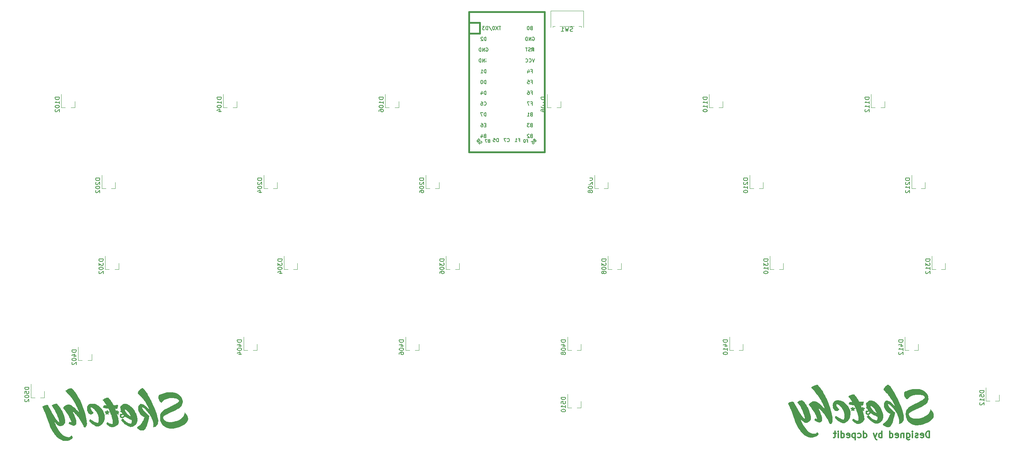
<source format=gbo>
G04 #@! TF.GenerationSoftware,KiCad,Pcbnew,(6.0.1-0)*
G04 #@! TF.CreationDate,2022-02-05T08:33:48-08:00*
G04 #@! TF.ProjectId,sketchy,736b6574-6368-4792-9e6b-696361645f70,1*
G04 #@! TF.SameCoordinates,Original*
G04 #@! TF.FileFunction,Legend,Bot*
G04 #@! TF.FilePolarity,Positive*
%FSLAX46Y46*%
G04 Gerber Fmt 4.6, Leading zero omitted, Abs format (unit mm)*
G04 Created by KiCad (PCBNEW (6.0.1-0)) date 2022-02-05 08:33:48*
%MOMM*%
%LPD*%
G01*
G04 APERTURE LIST*
%ADD10C,0.300000*%
%ADD11C,0.150000*%
%ADD12C,0.381000*%
%ADD13C,0.120000*%
%ADD14R,1.752600X1.752600*%
%ADD15C,1.752600*%
%ADD16C,3.048000*%
%ADD17C,3.000000*%
%ADD18C,3.987800*%
%ADD19C,1.750000*%
%ADD20R,2.500000X2.550000*%
%ADD21R,1.700000X1.700000*%
%ADD22O,1.700000X1.700000*%
%ADD23R,2.000000X2.000000*%
%ADD24C,2.000000*%
%ADD25R,2.000000X3.200000*%
%ADD26R,2.550000X2.500000*%
%ADD27C,1.200000*%
%ADD28C,2.100000*%
%ADD29R,0.800000X1.900000*%
G04 APERTURE END LIST*
D10*
X246304107Y-131647321D02*
X246304107Y-130147321D01*
X245946964Y-130147321D01*
X245732678Y-130218750D01*
X245589821Y-130361607D01*
X245518392Y-130504464D01*
X245446964Y-130790178D01*
X245446964Y-131004464D01*
X245518392Y-131290178D01*
X245589821Y-131433035D01*
X245732678Y-131575892D01*
X245946964Y-131647321D01*
X246304107Y-131647321D01*
X244232678Y-131575892D02*
X244375535Y-131647321D01*
X244661250Y-131647321D01*
X244804107Y-131575892D01*
X244875535Y-131433035D01*
X244875535Y-130861607D01*
X244804107Y-130718750D01*
X244661250Y-130647321D01*
X244375535Y-130647321D01*
X244232678Y-130718750D01*
X244161250Y-130861607D01*
X244161250Y-131004464D01*
X244875535Y-131147321D01*
X243589821Y-131575892D02*
X243446964Y-131647321D01*
X243161250Y-131647321D01*
X243018392Y-131575892D01*
X242946964Y-131433035D01*
X242946964Y-131361607D01*
X243018392Y-131218750D01*
X243161250Y-131147321D01*
X243375535Y-131147321D01*
X243518392Y-131075892D01*
X243589821Y-130933035D01*
X243589821Y-130861607D01*
X243518392Y-130718750D01*
X243375535Y-130647321D01*
X243161250Y-130647321D01*
X243018392Y-130718750D01*
X242304107Y-131647321D02*
X242304107Y-130647321D01*
X242304107Y-130147321D02*
X242375535Y-130218750D01*
X242304107Y-130290178D01*
X242232678Y-130218750D01*
X242304107Y-130147321D01*
X242304107Y-130290178D01*
X240946964Y-130647321D02*
X240946964Y-131861607D01*
X241018392Y-132004464D01*
X241089821Y-132075892D01*
X241232678Y-132147321D01*
X241446964Y-132147321D01*
X241589821Y-132075892D01*
X240946964Y-131575892D02*
X241089821Y-131647321D01*
X241375535Y-131647321D01*
X241518392Y-131575892D01*
X241589821Y-131504464D01*
X241661250Y-131361607D01*
X241661250Y-130933035D01*
X241589821Y-130790178D01*
X241518392Y-130718750D01*
X241375535Y-130647321D01*
X241089821Y-130647321D01*
X240946964Y-130718750D01*
X240232678Y-130647321D02*
X240232678Y-131647321D01*
X240232678Y-130790178D02*
X240161250Y-130718750D01*
X240018392Y-130647321D01*
X239804107Y-130647321D01*
X239661250Y-130718750D01*
X239589821Y-130861607D01*
X239589821Y-131647321D01*
X238304107Y-131575892D02*
X238446964Y-131647321D01*
X238732678Y-131647321D01*
X238875535Y-131575892D01*
X238946964Y-131433035D01*
X238946964Y-130861607D01*
X238875535Y-130718750D01*
X238732678Y-130647321D01*
X238446964Y-130647321D01*
X238304107Y-130718750D01*
X238232678Y-130861607D01*
X238232678Y-131004464D01*
X238946964Y-131147321D01*
X236946964Y-131647321D02*
X236946964Y-130147321D01*
X236946964Y-131575892D02*
X237089821Y-131647321D01*
X237375535Y-131647321D01*
X237518392Y-131575892D01*
X237589821Y-131504464D01*
X237661250Y-131361607D01*
X237661250Y-130933035D01*
X237589821Y-130790178D01*
X237518392Y-130718750D01*
X237375535Y-130647321D01*
X237089821Y-130647321D01*
X236946964Y-130718750D01*
X235089821Y-131647321D02*
X235089821Y-130147321D01*
X235089821Y-130718750D02*
X234946964Y-130647321D01*
X234661250Y-130647321D01*
X234518392Y-130718750D01*
X234446964Y-130790178D01*
X234375535Y-130933035D01*
X234375535Y-131361607D01*
X234446964Y-131504464D01*
X234518392Y-131575892D01*
X234661250Y-131647321D01*
X234946964Y-131647321D01*
X235089821Y-131575892D01*
X233875535Y-130647321D02*
X233518392Y-131647321D01*
X233161250Y-130647321D02*
X233518392Y-131647321D01*
X233661250Y-132004464D01*
X233732678Y-132075892D01*
X233875535Y-132147321D01*
X230804107Y-131647321D02*
X230804107Y-130147321D01*
X230804107Y-131575892D02*
X230946964Y-131647321D01*
X231232678Y-131647321D01*
X231375535Y-131575892D01*
X231446964Y-131504464D01*
X231518392Y-131361607D01*
X231518392Y-130933035D01*
X231446964Y-130790178D01*
X231375535Y-130718750D01*
X231232678Y-130647321D01*
X230946964Y-130647321D01*
X230804107Y-130718750D01*
X229446964Y-131575892D02*
X229589821Y-131647321D01*
X229875535Y-131647321D01*
X230018392Y-131575892D01*
X230089821Y-131504464D01*
X230161250Y-131361607D01*
X230161250Y-130933035D01*
X230089821Y-130790178D01*
X230018392Y-130718750D01*
X229875535Y-130647321D01*
X229589821Y-130647321D01*
X229446964Y-130718750D01*
X228804107Y-130647321D02*
X228804107Y-132147321D01*
X228804107Y-130718750D02*
X228661250Y-130647321D01*
X228375535Y-130647321D01*
X228232678Y-130718750D01*
X228161250Y-130790178D01*
X228089821Y-130933035D01*
X228089821Y-131361607D01*
X228161250Y-131504464D01*
X228232678Y-131575892D01*
X228375535Y-131647321D01*
X228661250Y-131647321D01*
X228804107Y-131575892D01*
X226875535Y-131575892D02*
X227018392Y-131647321D01*
X227304107Y-131647321D01*
X227446964Y-131575892D01*
X227518392Y-131433035D01*
X227518392Y-130861607D01*
X227446964Y-130718750D01*
X227304107Y-130647321D01*
X227018392Y-130647321D01*
X226875535Y-130718750D01*
X226804107Y-130861607D01*
X226804107Y-131004464D01*
X227518392Y-131147321D01*
X225518392Y-131647321D02*
X225518392Y-130147321D01*
X225518392Y-131575892D02*
X225661250Y-131647321D01*
X225946964Y-131647321D01*
X226089821Y-131575892D01*
X226161250Y-131504464D01*
X226232678Y-131361607D01*
X226232678Y-130933035D01*
X226161250Y-130790178D01*
X226089821Y-130718750D01*
X225946964Y-130647321D01*
X225661250Y-130647321D01*
X225518392Y-130718750D01*
X224804107Y-131647321D02*
X224804107Y-130647321D01*
X224804107Y-130147321D02*
X224875535Y-130218750D01*
X224804107Y-130290178D01*
X224732678Y-130218750D01*
X224804107Y-130147321D01*
X224804107Y-130290178D01*
X224304107Y-130647321D02*
X223732678Y-130647321D01*
X224089821Y-130147321D02*
X224089821Y-131433035D01*
X224018392Y-131575892D01*
X223875535Y-131647321D01*
X223732678Y-131647321D01*
D11*
X140208047Y-61747508D02*
X140302328Y-61794648D01*
X140349469Y-61794648D01*
X140420179Y-61771078D01*
X140490890Y-61700367D01*
X140514460Y-61629657D01*
X140514460Y-61582516D01*
X140490890Y-61511806D01*
X140302328Y-61323244D01*
X139807353Y-61818219D01*
X139972345Y-61983210D01*
X140043056Y-62006780D01*
X140090196Y-62006780D01*
X140160907Y-61983210D01*
X140208047Y-61936070D01*
X140231617Y-61865359D01*
X140231617Y-61818219D01*
X140208047Y-61747508D01*
X140043056Y-61582516D01*
X140538030Y-62548896D02*
X140302328Y-62313193D01*
X140514460Y-62053921D01*
X140514460Y-62101061D01*
X140538030Y-62171772D01*
X140655882Y-62289623D01*
X140726592Y-62313193D01*
X140773733Y-62313193D01*
X140844443Y-62289623D01*
X140962294Y-62171772D01*
X140985865Y-62101061D01*
X140985865Y-62053921D01*
X140962294Y-61983210D01*
X140844443Y-61865359D01*
X140773733Y-61841789D01*
X140726592Y-61841789D01*
X153371416Y-42424404D02*
X153104750Y-43224404D01*
X152838083Y-42424404D01*
X152114273Y-43148214D02*
X152152369Y-43186309D01*
X152266654Y-43224404D01*
X152342845Y-43224404D01*
X152457130Y-43186309D01*
X152533321Y-43110119D01*
X152571416Y-43033928D01*
X152609511Y-42881547D01*
X152609511Y-42767261D01*
X152571416Y-42614880D01*
X152533321Y-42538690D01*
X152457130Y-42462500D01*
X152342845Y-42424404D01*
X152266654Y-42424404D01*
X152152369Y-42462500D01*
X152114273Y-42500595D01*
X151314273Y-43148214D02*
X151352369Y-43186309D01*
X151466654Y-43224404D01*
X151542845Y-43224404D01*
X151657130Y-43186309D01*
X151733321Y-43110119D01*
X151771416Y-43033928D01*
X151809511Y-42881547D01*
X151809511Y-42767261D01*
X151771416Y-42614880D01*
X151733321Y-42538690D01*
X151657130Y-42462500D01*
X151542845Y-42424404D01*
X151466654Y-42424404D01*
X151352369Y-42462500D01*
X151314273Y-42500595D01*
X141992273Y-42462500D02*
X142068464Y-42424404D01*
X142182750Y-42424404D01*
X142297035Y-42462500D01*
X142373226Y-42538690D01*
X142411321Y-42614880D01*
X142449416Y-42767261D01*
X142449416Y-42881547D01*
X142411321Y-43033928D01*
X142373226Y-43110119D01*
X142297035Y-43186309D01*
X142182750Y-43224404D01*
X142106559Y-43224404D01*
X141992273Y-43186309D01*
X141954178Y-43148214D01*
X141954178Y-42881547D01*
X142106559Y-42881547D01*
X141611321Y-43224404D02*
X141611321Y-42424404D01*
X141154178Y-43224404D01*
X141154178Y-42424404D01*
X140773226Y-43224404D02*
X140773226Y-42424404D01*
X140582750Y-42424404D01*
X140468464Y-42462500D01*
X140392273Y-42538690D01*
X140354178Y-42614880D01*
X140316083Y-42767261D01*
X140316083Y-42881547D01*
X140354178Y-43033928D01*
X140392273Y-43110119D01*
X140468464Y-43186309D01*
X140582750Y-43224404D01*
X140773226Y-43224404D01*
X152628559Y-58045357D02*
X152514273Y-58083452D01*
X152476178Y-58121547D01*
X152438083Y-58197738D01*
X152438083Y-58312023D01*
X152476178Y-58388214D01*
X152514273Y-58426309D01*
X152590464Y-58464404D01*
X152895226Y-58464404D01*
X152895226Y-57664404D01*
X152628559Y-57664404D01*
X152552369Y-57702500D01*
X152514273Y-57740595D01*
X152476178Y-57816785D01*
X152476178Y-57892976D01*
X152514273Y-57969166D01*
X152552369Y-58007261D01*
X152628559Y-58045357D01*
X152895226Y-58045357D01*
X152171416Y-57664404D02*
X151676178Y-57664404D01*
X151942845Y-57969166D01*
X151828559Y-57969166D01*
X151752369Y-58007261D01*
X151714273Y-58045357D01*
X151676178Y-58121547D01*
X151676178Y-58312023D01*
X151714273Y-58388214D01*
X151752369Y-58426309D01*
X151828559Y-58464404D01*
X152057130Y-58464404D01*
X152133321Y-58426309D01*
X152171416Y-58388214D01*
X141973226Y-55924404D02*
X141973226Y-55124404D01*
X141782750Y-55124404D01*
X141668464Y-55162500D01*
X141592273Y-55238690D01*
X141554178Y-55314880D01*
X141516083Y-55467261D01*
X141516083Y-55581547D01*
X141554178Y-55733928D01*
X141592273Y-55810119D01*
X141668464Y-55886309D01*
X141782750Y-55924404D01*
X141973226Y-55924404D01*
X141249416Y-55124404D02*
X140716083Y-55124404D01*
X141058940Y-55924404D01*
X153408741Y-61676797D02*
X153361601Y-61771078D01*
X153361601Y-61818219D01*
X153385171Y-61888929D01*
X153455882Y-61959640D01*
X153526592Y-61983210D01*
X153573733Y-61983210D01*
X153644443Y-61959640D01*
X153833005Y-61771078D01*
X153338030Y-61276103D01*
X153173039Y-61441095D01*
X153149469Y-61511806D01*
X153149469Y-61558946D01*
X153173039Y-61629657D01*
X153220179Y-61676797D01*
X153290890Y-61700367D01*
X153338030Y-61700367D01*
X153408741Y-61676797D01*
X153573733Y-61511806D01*
X152630924Y-61983210D02*
X152725205Y-61888929D01*
X152795915Y-61865359D01*
X152843056Y-61865359D01*
X152960907Y-61888929D01*
X153078758Y-61959640D01*
X153267320Y-62148202D01*
X153290890Y-62218912D01*
X153290890Y-62266053D01*
X153267320Y-62336764D01*
X153173039Y-62431044D01*
X153102328Y-62454615D01*
X153055188Y-62454615D01*
X152984477Y-62431044D01*
X152866626Y-62313193D01*
X152843056Y-62242483D01*
X152843056Y-62195342D01*
X152866626Y-62124632D01*
X152960907Y-62030351D01*
X153031617Y-62006780D01*
X153078758Y-62006780D01*
X153149469Y-62030351D01*
X151577083Y-61762500D02*
X151810416Y-61762500D01*
X151810416Y-62129166D02*
X151810416Y-61429166D01*
X151477083Y-61429166D01*
X151077083Y-61429166D02*
X151010416Y-61429166D01*
X150943750Y-61462500D01*
X150910416Y-61495833D01*
X150877083Y-61562500D01*
X150843750Y-61695833D01*
X150843750Y-61862500D01*
X150877083Y-61995833D01*
X150910416Y-62062500D01*
X150943750Y-62095833D01*
X151010416Y-62129166D01*
X151077083Y-62129166D01*
X151143750Y-62095833D01*
X151177083Y-62062500D01*
X151210416Y-61995833D01*
X151243750Y-61862500D01*
X151243750Y-61695833D01*
X151210416Y-61562500D01*
X151177083Y-61495833D01*
X151143750Y-61462500D01*
X151077083Y-61429166D01*
X146977083Y-61898214D02*
X147015178Y-61936309D01*
X147129464Y-61974404D01*
X147205654Y-61974404D01*
X147319940Y-61936309D01*
X147396130Y-61860119D01*
X147434226Y-61783928D01*
X147472321Y-61631547D01*
X147472321Y-61517261D01*
X147434226Y-61364880D01*
X147396130Y-61288690D01*
X147319940Y-61212500D01*
X147205654Y-61174404D01*
X147129464Y-61174404D01*
X147015178Y-61212500D01*
X146977083Y-61250595D01*
X146710416Y-61174404D02*
X146177083Y-61174404D01*
X146519940Y-61974404D01*
X141992273Y-39922500D02*
X142068464Y-39884404D01*
X142182750Y-39884404D01*
X142297035Y-39922500D01*
X142373226Y-39998690D01*
X142411321Y-40074880D01*
X142449416Y-40227261D01*
X142449416Y-40341547D01*
X142411321Y-40493928D01*
X142373226Y-40570119D01*
X142297035Y-40646309D01*
X142182750Y-40684404D01*
X142106559Y-40684404D01*
X141992273Y-40646309D01*
X141954178Y-40608214D01*
X141954178Y-40341547D01*
X142106559Y-40341547D01*
X141611321Y-40684404D02*
X141611321Y-39884404D01*
X141154178Y-40684404D01*
X141154178Y-39884404D01*
X140773226Y-40684404D02*
X140773226Y-39884404D01*
X140582750Y-39884404D01*
X140468464Y-39922500D01*
X140392273Y-39998690D01*
X140354178Y-40074880D01*
X140316083Y-40227261D01*
X140316083Y-40341547D01*
X140354178Y-40493928D01*
X140392273Y-40570119D01*
X140468464Y-40646309D01*
X140582750Y-40684404D01*
X140773226Y-40684404D01*
X149650416Y-61555357D02*
X149917083Y-61555357D01*
X149917083Y-61974404D02*
X149917083Y-61174404D01*
X149536130Y-61174404D01*
X148812321Y-61974404D02*
X149269464Y-61974404D01*
X149040892Y-61974404D02*
X149040892Y-61174404D01*
X149117083Y-61288690D01*
X149193273Y-61364880D01*
X149269464Y-61402976D01*
X141973226Y-38144404D02*
X141973226Y-37344404D01*
X141782750Y-37344404D01*
X141668464Y-37382500D01*
X141592273Y-37458690D01*
X141554178Y-37534880D01*
X141516083Y-37687261D01*
X141516083Y-37801547D01*
X141554178Y-37953928D01*
X141592273Y-38030119D01*
X141668464Y-38106309D01*
X141782750Y-38144404D01*
X141973226Y-38144404D01*
X141211321Y-37420595D02*
X141173226Y-37382500D01*
X141097035Y-37344404D01*
X140906559Y-37344404D01*
X140830369Y-37382500D01*
X140792273Y-37420595D01*
X140754178Y-37496785D01*
X140754178Y-37572976D01*
X140792273Y-37687261D01*
X141249416Y-38144404D01*
X140754178Y-38144404D01*
X152628559Y-60585357D02*
X152514273Y-60623452D01*
X152476178Y-60661547D01*
X152438083Y-60737738D01*
X152438083Y-60852023D01*
X152476178Y-60928214D01*
X152514273Y-60966309D01*
X152590464Y-61004404D01*
X152895226Y-61004404D01*
X152895226Y-60204404D01*
X152628559Y-60204404D01*
X152552369Y-60242500D01*
X152514273Y-60280595D01*
X152476178Y-60356785D01*
X152476178Y-60432976D01*
X152514273Y-60509166D01*
X152552369Y-60547261D01*
X152628559Y-60585357D01*
X152895226Y-60585357D01*
X152133321Y-60280595D02*
X152095226Y-60242500D01*
X152019035Y-60204404D01*
X151828559Y-60204404D01*
X151752369Y-60242500D01*
X151714273Y-60280595D01*
X151676178Y-60356785D01*
X151676178Y-60432976D01*
X151714273Y-60547261D01*
X152171416Y-61004404D01*
X151676178Y-61004404D01*
X152571416Y-50425357D02*
X152838083Y-50425357D01*
X152838083Y-50844404D02*
X152838083Y-50044404D01*
X152457130Y-50044404D01*
X151809511Y-50044404D02*
X151961892Y-50044404D01*
X152038083Y-50082500D01*
X152076178Y-50120595D01*
X152152369Y-50234880D01*
X152190464Y-50387261D01*
X152190464Y-50692023D01*
X152152369Y-50768214D01*
X152114273Y-50806309D01*
X152038083Y-50844404D01*
X151885702Y-50844404D01*
X151809511Y-50806309D01*
X151771416Y-50768214D01*
X151733321Y-50692023D01*
X151733321Y-50501547D01*
X151771416Y-50425357D01*
X151809511Y-50387261D01*
X151885702Y-50349166D01*
X152038083Y-50349166D01*
X152114273Y-50387261D01*
X152152369Y-50425357D01*
X152190464Y-50501547D01*
X144894226Y-61974404D02*
X144894226Y-61174404D01*
X144703750Y-61174404D01*
X144589464Y-61212500D01*
X144513273Y-61288690D01*
X144475178Y-61364880D01*
X144437083Y-61517261D01*
X144437083Y-61631547D01*
X144475178Y-61783928D01*
X144513273Y-61860119D01*
X144589464Y-61936309D01*
X144703750Y-61974404D01*
X144894226Y-61974404D01*
X143713273Y-61174404D02*
X144094226Y-61174404D01*
X144132321Y-61555357D01*
X144094226Y-61517261D01*
X144018035Y-61479166D01*
X143827559Y-61479166D01*
X143751369Y-61517261D01*
X143713273Y-61555357D01*
X143675178Y-61631547D01*
X143675178Y-61822023D01*
X143713273Y-61898214D01*
X143751369Y-61936309D01*
X143827559Y-61974404D01*
X144018035Y-61974404D01*
X144094226Y-61936309D01*
X144132321Y-61898214D01*
X141935130Y-58045357D02*
X141668464Y-58045357D01*
X141554178Y-58464404D02*
X141935130Y-58464404D01*
X141935130Y-57664404D01*
X141554178Y-57664404D01*
X140868464Y-57664404D02*
X141020845Y-57664404D01*
X141097035Y-57702500D01*
X141135130Y-57740595D01*
X141211321Y-57854880D01*
X141249416Y-58007261D01*
X141249416Y-58312023D01*
X141211321Y-58388214D01*
X141173226Y-58426309D01*
X141097035Y-58464404D01*
X140944654Y-58464404D01*
X140868464Y-58426309D01*
X140830369Y-58388214D01*
X140792273Y-58312023D01*
X140792273Y-58121547D01*
X140830369Y-58045357D01*
X140868464Y-58007261D01*
X140944654Y-57969166D01*
X141097035Y-57969166D01*
X141173226Y-58007261D01*
X141211321Y-58045357D01*
X141249416Y-58121547D01*
X152571416Y-47885357D02*
X152838083Y-47885357D01*
X152838083Y-48304404D02*
X152838083Y-47504404D01*
X152457130Y-47504404D01*
X151771416Y-47504404D02*
X152152369Y-47504404D01*
X152190464Y-47885357D01*
X152152369Y-47847261D01*
X152076178Y-47809166D01*
X151885702Y-47809166D01*
X151809511Y-47847261D01*
X151771416Y-47885357D01*
X151733321Y-47961547D01*
X151733321Y-48152023D01*
X151771416Y-48228214D01*
X151809511Y-48266309D01*
X151885702Y-48304404D01*
X152076178Y-48304404D01*
X152152369Y-48266309D01*
X152190464Y-48228214D01*
X152417083Y-40626309D02*
X152302797Y-40664404D01*
X152112321Y-40664404D01*
X152036130Y-40626309D01*
X151998035Y-40588214D01*
X151959940Y-40512023D01*
X151959940Y-40435833D01*
X151998035Y-40359642D01*
X152036130Y-40321547D01*
X152112321Y-40283452D01*
X152264702Y-40245357D01*
X152340892Y-40207261D01*
X152378988Y-40169166D01*
X152417083Y-40092976D01*
X152417083Y-40016785D01*
X152378988Y-39940595D01*
X152340892Y-39902500D01*
X152264702Y-39864404D01*
X152074226Y-39864404D01*
X151959940Y-39902500D01*
X151731369Y-39864404D02*
X151274226Y-39864404D01*
X151502797Y-40664404D02*
X151502797Y-39864404D01*
X152914273Y-37382500D02*
X152990464Y-37344404D01*
X153104750Y-37344404D01*
X153219035Y-37382500D01*
X153295226Y-37458690D01*
X153333321Y-37534880D01*
X153371416Y-37687261D01*
X153371416Y-37801547D01*
X153333321Y-37953928D01*
X153295226Y-38030119D01*
X153219035Y-38106309D01*
X153104750Y-38144404D01*
X153028559Y-38144404D01*
X152914273Y-38106309D01*
X152876178Y-38068214D01*
X152876178Y-37801547D01*
X153028559Y-37801547D01*
X152533321Y-38144404D02*
X152533321Y-37344404D01*
X152076178Y-38144404D01*
X152076178Y-37344404D01*
X151695226Y-38144404D02*
X151695226Y-37344404D01*
X151504750Y-37344404D01*
X151390464Y-37382500D01*
X151314273Y-37458690D01*
X151276178Y-37534880D01*
X151238083Y-37687261D01*
X151238083Y-37801547D01*
X151276178Y-37953928D01*
X151314273Y-38030119D01*
X151390464Y-38106309D01*
X151504750Y-38144404D01*
X151695226Y-38144404D01*
X141973226Y-48304404D02*
X141973226Y-47504404D01*
X141782750Y-47504404D01*
X141668464Y-47542500D01*
X141592273Y-47618690D01*
X141554178Y-47694880D01*
X141516083Y-47847261D01*
X141516083Y-47961547D01*
X141554178Y-48113928D01*
X141592273Y-48190119D01*
X141668464Y-48266309D01*
X141782750Y-48304404D01*
X141973226Y-48304404D01*
X141020845Y-47504404D02*
X140944654Y-47504404D01*
X140868464Y-47542500D01*
X140830369Y-47580595D01*
X140792273Y-47656785D01*
X140754178Y-47809166D01*
X140754178Y-47999642D01*
X140792273Y-48152023D01*
X140830369Y-48228214D01*
X140868464Y-48266309D01*
X140944654Y-48304404D01*
X141020845Y-48304404D01*
X141097035Y-48266309D01*
X141135130Y-48228214D01*
X141173226Y-48152023D01*
X141211321Y-47999642D01*
X141211321Y-47809166D01*
X141173226Y-47656785D01*
X141135130Y-47580595D01*
X141097035Y-47542500D01*
X141020845Y-47504404D01*
X142627083Y-61762500D02*
X142527083Y-61795833D01*
X142493750Y-61829166D01*
X142460416Y-61895833D01*
X142460416Y-61995833D01*
X142493750Y-62062500D01*
X142527083Y-62095833D01*
X142593750Y-62129166D01*
X142860416Y-62129166D01*
X142860416Y-61429166D01*
X142627083Y-61429166D01*
X142560416Y-61462500D01*
X142527083Y-61495833D01*
X142493750Y-61562500D01*
X142493750Y-61629166D01*
X142527083Y-61695833D01*
X142560416Y-61729166D01*
X142627083Y-61762500D01*
X142860416Y-61762500D01*
X142227083Y-61429166D02*
X141760416Y-61429166D01*
X142060416Y-62129166D01*
X152571416Y-52965357D02*
X152838083Y-52965357D01*
X152838083Y-53384404D02*
X152838083Y-52584404D01*
X152457130Y-52584404D01*
X152228559Y-52584404D02*
X151695226Y-52584404D01*
X152038083Y-53384404D01*
X145462354Y-34804404D02*
X145005211Y-34804404D01*
X145233782Y-35604404D02*
X145233782Y-34804404D01*
X144814735Y-34804404D02*
X144281401Y-35604404D01*
X144281401Y-34804404D02*
X144814735Y-35604404D01*
X143824258Y-34804404D02*
X143748068Y-34804404D01*
X143671878Y-34842500D01*
X143633782Y-34880595D01*
X143595687Y-34956785D01*
X143557592Y-35109166D01*
X143557592Y-35299642D01*
X143595687Y-35452023D01*
X143633782Y-35528214D01*
X143671878Y-35566309D01*
X143748068Y-35604404D01*
X143824258Y-35604404D01*
X143900449Y-35566309D01*
X143938544Y-35528214D01*
X143976639Y-35452023D01*
X144014735Y-35299642D01*
X144014735Y-35109166D01*
X143976639Y-34956785D01*
X143938544Y-34880595D01*
X143900449Y-34842500D01*
X143824258Y-34804404D01*
X142643306Y-34766309D02*
X143329020Y-35794880D01*
X142376639Y-35604404D02*
X142376639Y-34804404D01*
X142186163Y-34804404D01*
X142071878Y-34842500D01*
X141995687Y-34918690D01*
X141957592Y-34994880D01*
X141919497Y-35147261D01*
X141919497Y-35261547D01*
X141957592Y-35413928D01*
X141995687Y-35490119D01*
X142071878Y-35566309D01*
X142186163Y-35604404D01*
X142376639Y-35604404D01*
X141652830Y-34804404D02*
X141157592Y-34804404D01*
X141424258Y-35109166D01*
X141309973Y-35109166D01*
X141233782Y-35147261D01*
X141195687Y-35185357D01*
X141157592Y-35261547D01*
X141157592Y-35452023D01*
X141195687Y-35528214D01*
X141233782Y-35566309D01*
X141309973Y-35604404D01*
X141538544Y-35604404D01*
X141614735Y-35566309D01*
X141652830Y-35528214D01*
X141706559Y-60585357D02*
X141592273Y-60623452D01*
X141554178Y-60661547D01*
X141516083Y-60737738D01*
X141516083Y-60852023D01*
X141554178Y-60928214D01*
X141592273Y-60966309D01*
X141668464Y-61004404D01*
X141973226Y-61004404D01*
X141973226Y-60204404D01*
X141706559Y-60204404D01*
X141630369Y-60242500D01*
X141592273Y-60280595D01*
X141554178Y-60356785D01*
X141554178Y-60432976D01*
X141592273Y-60509166D01*
X141630369Y-60547261D01*
X141706559Y-60585357D01*
X141973226Y-60585357D01*
X140830369Y-60471071D02*
X140830369Y-61004404D01*
X141020845Y-60166309D02*
X141211321Y-60737738D01*
X140716083Y-60737738D01*
X152628559Y-35185357D02*
X152514273Y-35223452D01*
X152476178Y-35261547D01*
X152438083Y-35337738D01*
X152438083Y-35452023D01*
X152476178Y-35528214D01*
X152514273Y-35566309D01*
X152590464Y-35604404D01*
X152895226Y-35604404D01*
X152895226Y-34804404D01*
X152628559Y-34804404D01*
X152552369Y-34842500D01*
X152514273Y-34880595D01*
X152476178Y-34956785D01*
X152476178Y-35032976D01*
X152514273Y-35109166D01*
X152552369Y-35147261D01*
X152628559Y-35185357D01*
X152895226Y-35185357D01*
X151942845Y-34804404D02*
X151866654Y-34804404D01*
X151790464Y-34842500D01*
X151752369Y-34880595D01*
X151714273Y-34956785D01*
X151676178Y-35109166D01*
X151676178Y-35299642D01*
X151714273Y-35452023D01*
X151752369Y-35528214D01*
X151790464Y-35566309D01*
X151866654Y-35604404D01*
X151942845Y-35604404D01*
X152019035Y-35566309D01*
X152057130Y-35528214D01*
X152095226Y-35452023D01*
X152133321Y-35299642D01*
X152133321Y-35109166D01*
X152095226Y-34956785D01*
X152057130Y-34880595D01*
X152019035Y-34842500D01*
X151942845Y-34804404D01*
X152628559Y-55505357D02*
X152514273Y-55543452D01*
X152476178Y-55581547D01*
X152438083Y-55657738D01*
X152438083Y-55772023D01*
X152476178Y-55848214D01*
X152514273Y-55886309D01*
X152590464Y-55924404D01*
X152895226Y-55924404D01*
X152895226Y-55124404D01*
X152628559Y-55124404D01*
X152552369Y-55162500D01*
X152514273Y-55200595D01*
X152476178Y-55276785D01*
X152476178Y-55352976D01*
X152514273Y-55429166D01*
X152552369Y-55467261D01*
X152628559Y-55505357D01*
X152895226Y-55505357D01*
X151676178Y-55924404D02*
X152133321Y-55924404D01*
X151904750Y-55924404D02*
X151904750Y-55124404D01*
X151980940Y-55238690D01*
X152057130Y-55314880D01*
X152133321Y-55352976D01*
X141516083Y-53308214D02*
X141554178Y-53346309D01*
X141668464Y-53384404D01*
X141744654Y-53384404D01*
X141858940Y-53346309D01*
X141935130Y-53270119D01*
X141973226Y-53193928D01*
X142011321Y-53041547D01*
X142011321Y-52927261D01*
X141973226Y-52774880D01*
X141935130Y-52698690D01*
X141858940Y-52622500D01*
X141744654Y-52584404D01*
X141668464Y-52584404D01*
X141554178Y-52622500D01*
X141516083Y-52660595D01*
X140830369Y-52584404D02*
X140982750Y-52584404D01*
X141058940Y-52622500D01*
X141097035Y-52660595D01*
X141173226Y-52774880D01*
X141211321Y-52927261D01*
X141211321Y-53232023D01*
X141173226Y-53308214D01*
X141135130Y-53346309D01*
X141058940Y-53384404D01*
X140906559Y-53384404D01*
X140830369Y-53346309D01*
X140792273Y-53308214D01*
X140754178Y-53232023D01*
X140754178Y-53041547D01*
X140792273Y-52965357D01*
X140830369Y-52927261D01*
X140906559Y-52889166D01*
X141058940Y-52889166D01*
X141135130Y-52927261D01*
X141173226Y-52965357D01*
X141211321Y-53041547D01*
X141973226Y-50844404D02*
X141973226Y-50044404D01*
X141782750Y-50044404D01*
X141668464Y-50082500D01*
X141592273Y-50158690D01*
X141554178Y-50234880D01*
X141516083Y-50387261D01*
X141516083Y-50501547D01*
X141554178Y-50653928D01*
X141592273Y-50730119D01*
X141668464Y-50806309D01*
X141782750Y-50844404D01*
X141973226Y-50844404D01*
X140830369Y-50311071D02*
X140830369Y-50844404D01*
X141020845Y-50006309D02*
X141211321Y-50577738D01*
X140716083Y-50577738D01*
X141973226Y-45764404D02*
X141973226Y-44964404D01*
X141782750Y-44964404D01*
X141668464Y-45002500D01*
X141592273Y-45078690D01*
X141554178Y-45154880D01*
X141516083Y-45307261D01*
X141516083Y-45421547D01*
X141554178Y-45573928D01*
X141592273Y-45650119D01*
X141668464Y-45726309D01*
X141782750Y-45764404D01*
X141973226Y-45764404D01*
X140754178Y-45764404D02*
X141211321Y-45764404D01*
X140982750Y-45764404D02*
X140982750Y-44964404D01*
X141058940Y-45078690D01*
X141135130Y-45154880D01*
X141211321Y-45192976D01*
X152571416Y-45345357D02*
X152838083Y-45345357D01*
X152838083Y-45764404D02*
X152838083Y-44964404D01*
X152457130Y-44964404D01*
X151809511Y-45231071D02*
X151809511Y-45764404D01*
X151999988Y-44926309D02*
X152190464Y-45497738D01*
X151695226Y-45497738D01*
X162345833Y-35928511D02*
X162202976Y-35976130D01*
X161964880Y-35976130D01*
X161869642Y-35928511D01*
X161822023Y-35880892D01*
X161774404Y-35785654D01*
X161774404Y-35690416D01*
X161822023Y-35595178D01*
X161869642Y-35547559D01*
X161964880Y-35499940D01*
X162155357Y-35452321D01*
X162250595Y-35404702D01*
X162298214Y-35357083D01*
X162345833Y-35261845D01*
X162345833Y-35166607D01*
X162298214Y-35071369D01*
X162250595Y-35023750D01*
X162155357Y-34976130D01*
X161917261Y-34976130D01*
X161774404Y-35023750D01*
X161441071Y-34976130D02*
X161202976Y-35976130D01*
X161012500Y-35261845D01*
X160822023Y-35976130D01*
X160583928Y-34976130D01*
X159679166Y-35976130D02*
X160250595Y-35976130D01*
X159964880Y-35976130D02*
X159964880Y-34976130D01*
X160060119Y-35118988D01*
X160155357Y-35214226D01*
X160250595Y-35261845D01*
X41608630Y-51490773D02*
X40608630Y-51490773D01*
X40608630Y-51728869D01*
X40656250Y-51871726D01*
X40751488Y-51966964D01*
X40846726Y-52014583D01*
X41037202Y-52062202D01*
X41180059Y-52062202D01*
X41370535Y-52014583D01*
X41465773Y-51966964D01*
X41561011Y-51871726D01*
X41608630Y-51728869D01*
X41608630Y-51490773D01*
X41608630Y-53014583D02*
X41608630Y-52443154D01*
X41608630Y-52728869D02*
X40608630Y-52728869D01*
X40751488Y-52633630D01*
X40846726Y-52538392D01*
X40894345Y-52443154D01*
X40608630Y-53633630D02*
X40608630Y-53728869D01*
X40656250Y-53824107D01*
X40703869Y-53871726D01*
X40799107Y-53919345D01*
X40989583Y-53966964D01*
X41227678Y-53966964D01*
X41418154Y-53919345D01*
X41513392Y-53871726D01*
X41561011Y-53824107D01*
X41608630Y-53728869D01*
X41608630Y-53633630D01*
X41561011Y-53538392D01*
X41513392Y-53490773D01*
X41418154Y-53443154D01*
X41227678Y-53395535D01*
X40989583Y-53395535D01*
X40799107Y-53443154D01*
X40703869Y-53490773D01*
X40656250Y-53538392D01*
X40608630Y-53633630D01*
X40703869Y-54347916D02*
X40656250Y-54395535D01*
X40608630Y-54490773D01*
X40608630Y-54728869D01*
X40656250Y-54824107D01*
X40703869Y-54871726D01*
X40799107Y-54919345D01*
X40894345Y-54919345D01*
X41037202Y-54871726D01*
X41608630Y-54300297D01*
X41608630Y-54919345D01*
X79708630Y-51490773D02*
X78708630Y-51490773D01*
X78708630Y-51728869D01*
X78756250Y-51871726D01*
X78851488Y-51966964D01*
X78946726Y-52014583D01*
X79137202Y-52062202D01*
X79280059Y-52062202D01*
X79470535Y-52014583D01*
X79565773Y-51966964D01*
X79661011Y-51871726D01*
X79708630Y-51728869D01*
X79708630Y-51490773D01*
X79708630Y-53014583D02*
X79708630Y-52443154D01*
X79708630Y-52728869D02*
X78708630Y-52728869D01*
X78851488Y-52633630D01*
X78946726Y-52538392D01*
X78994345Y-52443154D01*
X78708630Y-53633630D02*
X78708630Y-53728869D01*
X78756250Y-53824107D01*
X78803869Y-53871726D01*
X78899107Y-53919345D01*
X79089583Y-53966964D01*
X79327678Y-53966964D01*
X79518154Y-53919345D01*
X79613392Y-53871726D01*
X79661011Y-53824107D01*
X79708630Y-53728869D01*
X79708630Y-53633630D01*
X79661011Y-53538392D01*
X79613392Y-53490773D01*
X79518154Y-53443154D01*
X79327678Y-53395535D01*
X79089583Y-53395535D01*
X78899107Y-53443154D01*
X78803869Y-53490773D01*
X78756250Y-53538392D01*
X78708630Y-53633630D01*
X79041964Y-54824107D02*
X79708630Y-54824107D01*
X78661011Y-54586011D02*
X79375297Y-54347916D01*
X79375297Y-54966964D01*
X194008630Y-51490773D02*
X193008630Y-51490773D01*
X193008630Y-51728869D01*
X193056250Y-51871726D01*
X193151488Y-51966964D01*
X193246726Y-52014583D01*
X193437202Y-52062202D01*
X193580059Y-52062202D01*
X193770535Y-52014583D01*
X193865773Y-51966964D01*
X193961011Y-51871726D01*
X194008630Y-51728869D01*
X194008630Y-51490773D01*
X194008630Y-53014583D02*
X194008630Y-52443154D01*
X194008630Y-52728869D02*
X193008630Y-52728869D01*
X193151488Y-52633630D01*
X193246726Y-52538392D01*
X193294345Y-52443154D01*
X194008630Y-53966964D02*
X194008630Y-53395535D01*
X194008630Y-53681250D02*
X193008630Y-53681250D01*
X193151488Y-53586011D01*
X193246726Y-53490773D01*
X193294345Y-53395535D01*
X193008630Y-54586011D02*
X193008630Y-54681250D01*
X193056250Y-54776488D01*
X193103869Y-54824107D01*
X193199107Y-54871726D01*
X193389583Y-54919345D01*
X193627678Y-54919345D01*
X193818154Y-54871726D01*
X193913392Y-54824107D01*
X193961011Y-54776488D01*
X194008630Y-54681250D01*
X194008630Y-54586011D01*
X193961011Y-54490773D01*
X193913392Y-54443154D01*
X193818154Y-54395535D01*
X193627678Y-54347916D01*
X193389583Y-54347916D01*
X193199107Y-54395535D01*
X193103869Y-54443154D01*
X193056250Y-54490773D01*
X193008630Y-54586011D01*
X246396130Y-89590773D02*
X245396130Y-89590773D01*
X245396130Y-89828869D01*
X245443750Y-89971726D01*
X245538988Y-90066964D01*
X245634226Y-90114583D01*
X245824702Y-90162202D01*
X245967559Y-90162202D01*
X246158035Y-90114583D01*
X246253273Y-90066964D01*
X246348511Y-89971726D01*
X246396130Y-89828869D01*
X246396130Y-89590773D01*
X245396130Y-90495535D02*
X245396130Y-91114583D01*
X245777083Y-90781250D01*
X245777083Y-90924107D01*
X245824702Y-91019345D01*
X245872321Y-91066964D01*
X245967559Y-91114583D01*
X246205654Y-91114583D01*
X246300892Y-91066964D01*
X246348511Y-91019345D01*
X246396130Y-90924107D01*
X246396130Y-90638392D01*
X246348511Y-90543154D01*
X246300892Y-90495535D01*
X246396130Y-92066964D02*
X246396130Y-91495535D01*
X246396130Y-91781250D02*
X245396130Y-91781250D01*
X245538988Y-91686011D01*
X245634226Y-91590773D01*
X245681845Y-91495535D01*
X245491369Y-92447916D02*
X245443750Y-92495535D01*
X245396130Y-92590773D01*
X245396130Y-92828869D01*
X245443750Y-92924107D01*
X245491369Y-92971726D01*
X245586607Y-93019345D01*
X245681845Y-93019345D01*
X245824702Y-92971726D01*
X246396130Y-92400297D01*
X246396130Y-93019345D01*
X45577380Y-111022023D02*
X44577380Y-111022023D01*
X44577380Y-111260119D01*
X44625000Y-111402976D01*
X44720238Y-111498214D01*
X44815476Y-111545833D01*
X45005952Y-111593452D01*
X45148809Y-111593452D01*
X45339285Y-111545833D01*
X45434523Y-111498214D01*
X45529761Y-111402976D01*
X45577380Y-111260119D01*
X45577380Y-111022023D01*
X44910714Y-112450595D02*
X45577380Y-112450595D01*
X44529761Y-112212500D02*
X45244047Y-111974404D01*
X45244047Y-112593452D01*
X44577380Y-113164880D02*
X44577380Y-113260119D01*
X44625000Y-113355357D01*
X44672619Y-113402976D01*
X44767857Y-113450595D01*
X44958333Y-113498214D01*
X45196428Y-113498214D01*
X45386904Y-113450595D01*
X45482142Y-113402976D01*
X45529761Y-113355357D01*
X45577380Y-113260119D01*
X45577380Y-113164880D01*
X45529761Y-113069642D01*
X45482142Y-113022023D01*
X45386904Y-112974404D01*
X45196428Y-112926785D01*
X44958333Y-112926785D01*
X44767857Y-112974404D01*
X44672619Y-113022023D01*
X44625000Y-113069642D01*
X44577380Y-113164880D01*
X44672619Y-113879166D02*
X44625000Y-113926785D01*
X44577380Y-114022023D01*
X44577380Y-114260119D01*
X44625000Y-114355357D01*
X44672619Y-114402976D01*
X44767857Y-114450595D01*
X44863095Y-114450595D01*
X45005952Y-114402976D01*
X45577380Y-113831547D01*
X45577380Y-114450595D01*
X51927380Y-89590773D02*
X50927380Y-89590773D01*
X50927380Y-89828869D01*
X50975000Y-89971726D01*
X51070238Y-90066964D01*
X51165476Y-90114583D01*
X51355952Y-90162202D01*
X51498809Y-90162202D01*
X51689285Y-90114583D01*
X51784523Y-90066964D01*
X51879761Y-89971726D01*
X51927380Y-89828869D01*
X51927380Y-89590773D01*
X50927380Y-90495535D02*
X50927380Y-91114583D01*
X51308333Y-90781250D01*
X51308333Y-90924107D01*
X51355952Y-91019345D01*
X51403571Y-91066964D01*
X51498809Y-91114583D01*
X51736904Y-91114583D01*
X51832142Y-91066964D01*
X51879761Y-91019345D01*
X51927380Y-90924107D01*
X51927380Y-90638392D01*
X51879761Y-90543154D01*
X51832142Y-90495535D01*
X50927380Y-91733630D02*
X50927380Y-91828869D01*
X50975000Y-91924107D01*
X51022619Y-91971726D01*
X51117857Y-92019345D01*
X51308333Y-92066964D01*
X51546428Y-92066964D01*
X51736904Y-92019345D01*
X51832142Y-91971726D01*
X51879761Y-91924107D01*
X51927380Y-91828869D01*
X51927380Y-91733630D01*
X51879761Y-91638392D01*
X51832142Y-91590773D01*
X51736904Y-91543154D01*
X51546428Y-91495535D01*
X51308333Y-91495535D01*
X51117857Y-91543154D01*
X51022619Y-91590773D01*
X50975000Y-91638392D01*
X50927380Y-91733630D01*
X51022619Y-92447916D02*
X50975000Y-92495535D01*
X50927380Y-92590773D01*
X50927380Y-92828869D01*
X50975000Y-92924107D01*
X51022619Y-92971726D01*
X51117857Y-93019345D01*
X51213095Y-93019345D01*
X51355952Y-92971726D01*
X51927380Y-92400297D01*
X51927380Y-93019345D01*
D10*
X231530071Y-124650500D02*
X231675214Y-124577928D01*
X231892928Y-124577928D01*
X232110642Y-124650500D01*
X232255785Y-124795642D01*
X232328357Y-124940785D01*
X232400928Y-125231071D01*
X232400928Y-125448785D01*
X232328357Y-125739071D01*
X232255785Y-125884214D01*
X232110642Y-126029357D01*
X231892928Y-126101928D01*
X231747785Y-126101928D01*
X231530071Y-126029357D01*
X231457500Y-125956785D01*
X231457500Y-125448785D01*
X231747785Y-125448785D01*
X230586642Y-124577928D02*
X230586642Y-124940785D01*
X230949500Y-124795642D02*
X230586642Y-124940785D01*
X230223785Y-124795642D01*
X230804357Y-125231071D02*
X230586642Y-124940785D01*
X230368928Y-125231071D01*
X229425500Y-124577928D02*
X229425500Y-124940785D01*
X229788357Y-124795642D02*
X229425500Y-124940785D01*
X229062642Y-124795642D01*
X229643214Y-125231071D02*
X229425500Y-124940785D01*
X229207785Y-125231071D01*
X228264357Y-124577928D02*
X228264357Y-124940785D01*
X228627214Y-124795642D02*
X228264357Y-124940785D01*
X227901500Y-124795642D01*
X228482071Y-125231071D02*
X228264357Y-124940785D01*
X228046642Y-125231071D01*
D11*
X160671130Y-122134523D02*
X159671130Y-122134523D01*
X159671130Y-122372619D01*
X159718750Y-122515476D01*
X159813988Y-122610714D01*
X159909226Y-122658333D01*
X160099702Y-122705952D01*
X160242559Y-122705952D01*
X160433035Y-122658333D01*
X160528273Y-122610714D01*
X160623511Y-122515476D01*
X160671130Y-122372619D01*
X160671130Y-122134523D01*
X159671130Y-123610714D02*
X159671130Y-123134523D01*
X160147321Y-123086904D01*
X160099702Y-123134523D01*
X160052083Y-123229761D01*
X160052083Y-123467857D01*
X160099702Y-123563095D01*
X160147321Y-123610714D01*
X160242559Y-123658333D01*
X160480654Y-123658333D01*
X160575892Y-123610714D01*
X160623511Y-123563095D01*
X160671130Y-123467857D01*
X160671130Y-123229761D01*
X160623511Y-123134523D01*
X160575892Y-123086904D01*
X160671130Y-124610714D02*
X160671130Y-124039285D01*
X160671130Y-124325000D02*
X159671130Y-124325000D01*
X159813988Y-124229761D01*
X159909226Y-124134523D01*
X159956845Y-124039285D01*
X159671130Y-125229761D02*
X159671130Y-125325000D01*
X159718750Y-125420238D01*
X159766369Y-125467857D01*
X159861607Y-125515476D01*
X160052083Y-125563095D01*
X160290178Y-125563095D01*
X160480654Y-125515476D01*
X160575892Y-125467857D01*
X160623511Y-125420238D01*
X160671130Y-125325000D01*
X160671130Y-125229761D01*
X160623511Y-125134523D01*
X160575892Y-125086904D01*
X160480654Y-125039285D01*
X160290178Y-124991666D01*
X160052083Y-124991666D01*
X159861607Y-125039285D01*
X159766369Y-125086904D01*
X159718750Y-125134523D01*
X159671130Y-125229761D01*
X155908630Y-51490773D02*
X154908630Y-51490773D01*
X154908630Y-51728869D01*
X154956250Y-51871726D01*
X155051488Y-51966964D01*
X155146726Y-52014583D01*
X155337202Y-52062202D01*
X155480059Y-52062202D01*
X155670535Y-52014583D01*
X155765773Y-51966964D01*
X155861011Y-51871726D01*
X155908630Y-51728869D01*
X155908630Y-51490773D01*
X155908630Y-53014583D02*
X155908630Y-52443154D01*
X155908630Y-52728869D02*
X154908630Y-52728869D01*
X155051488Y-52633630D01*
X155146726Y-52538392D01*
X155194345Y-52443154D01*
X154908630Y-53633630D02*
X154908630Y-53728869D01*
X154956250Y-53824107D01*
X155003869Y-53871726D01*
X155099107Y-53919345D01*
X155289583Y-53966964D01*
X155527678Y-53966964D01*
X155718154Y-53919345D01*
X155813392Y-53871726D01*
X155861011Y-53824107D01*
X155908630Y-53728869D01*
X155908630Y-53633630D01*
X155861011Y-53538392D01*
X155813392Y-53490773D01*
X155718154Y-53443154D01*
X155527678Y-53395535D01*
X155289583Y-53395535D01*
X155099107Y-53443154D01*
X155003869Y-53490773D01*
X154956250Y-53538392D01*
X154908630Y-53633630D01*
X155337202Y-54538392D02*
X155289583Y-54443154D01*
X155241964Y-54395535D01*
X155146726Y-54347916D01*
X155099107Y-54347916D01*
X155003869Y-54395535D01*
X154956250Y-54443154D01*
X154908630Y-54538392D01*
X154908630Y-54728869D01*
X154956250Y-54824107D01*
X155003869Y-54871726D01*
X155099107Y-54919345D01*
X155146726Y-54919345D01*
X155241964Y-54871726D01*
X155289583Y-54824107D01*
X155337202Y-54728869D01*
X155337202Y-54538392D01*
X155384821Y-54443154D01*
X155432440Y-54395535D01*
X155527678Y-54347916D01*
X155718154Y-54347916D01*
X155813392Y-54395535D01*
X155861011Y-54443154D01*
X155908630Y-54538392D01*
X155908630Y-54728869D01*
X155861011Y-54824107D01*
X155813392Y-54871726D01*
X155718154Y-54919345D01*
X155527678Y-54919345D01*
X155432440Y-54871726D01*
X155384821Y-54824107D01*
X155337202Y-54728869D01*
X122571130Y-108640773D02*
X121571130Y-108640773D01*
X121571130Y-108878869D01*
X121618750Y-109021726D01*
X121713988Y-109116964D01*
X121809226Y-109164583D01*
X121999702Y-109212202D01*
X122142559Y-109212202D01*
X122333035Y-109164583D01*
X122428273Y-109116964D01*
X122523511Y-109021726D01*
X122571130Y-108878869D01*
X122571130Y-108640773D01*
X121904464Y-110069345D02*
X122571130Y-110069345D01*
X121523511Y-109831250D02*
X122237797Y-109593154D01*
X122237797Y-110212202D01*
X121571130Y-110783630D02*
X121571130Y-110878869D01*
X121618750Y-110974107D01*
X121666369Y-111021726D01*
X121761607Y-111069345D01*
X121952083Y-111116964D01*
X122190178Y-111116964D01*
X122380654Y-111069345D01*
X122475892Y-111021726D01*
X122523511Y-110974107D01*
X122571130Y-110878869D01*
X122571130Y-110783630D01*
X122523511Y-110688392D01*
X122475892Y-110640773D01*
X122380654Y-110593154D01*
X122190178Y-110545535D01*
X121952083Y-110545535D01*
X121761607Y-110593154D01*
X121666369Y-110640773D01*
X121618750Y-110688392D01*
X121571130Y-110783630D01*
X121571130Y-111974107D02*
X121571130Y-111783630D01*
X121618750Y-111688392D01*
X121666369Y-111640773D01*
X121809226Y-111545535D01*
X121999702Y-111497916D01*
X122380654Y-111497916D01*
X122475892Y-111545535D01*
X122523511Y-111593154D01*
X122571130Y-111688392D01*
X122571130Y-111878869D01*
X122523511Y-111974107D01*
X122475892Y-112021726D01*
X122380654Y-112069345D01*
X122142559Y-112069345D01*
X122047321Y-112021726D01*
X121999702Y-111974107D01*
X121952083Y-111878869D01*
X121952083Y-111688392D01*
X121999702Y-111593154D01*
X122047321Y-111545535D01*
X122142559Y-111497916D01*
X198771130Y-108640773D02*
X197771130Y-108640773D01*
X197771130Y-108878869D01*
X197818750Y-109021726D01*
X197913988Y-109116964D01*
X198009226Y-109164583D01*
X198199702Y-109212202D01*
X198342559Y-109212202D01*
X198533035Y-109164583D01*
X198628273Y-109116964D01*
X198723511Y-109021726D01*
X198771130Y-108878869D01*
X198771130Y-108640773D01*
X198104464Y-110069345D02*
X198771130Y-110069345D01*
X197723511Y-109831250D02*
X198437797Y-109593154D01*
X198437797Y-110212202D01*
X198771130Y-111116964D02*
X198771130Y-110545535D01*
X198771130Y-110831250D02*
X197771130Y-110831250D01*
X197913988Y-110736011D01*
X198009226Y-110640773D01*
X198056845Y-110545535D01*
X197771130Y-111736011D02*
X197771130Y-111831250D01*
X197818750Y-111926488D01*
X197866369Y-111974107D01*
X197961607Y-112021726D01*
X198152083Y-112069345D01*
X198390178Y-112069345D01*
X198580654Y-112021726D01*
X198675892Y-111974107D01*
X198723511Y-111926488D01*
X198771130Y-111831250D01*
X198771130Y-111736011D01*
X198723511Y-111640773D01*
X198675892Y-111593154D01*
X198580654Y-111545535D01*
X198390178Y-111497916D01*
X198152083Y-111497916D01*
X197961607Y-111545535D01*
X197866369Y-111593154D01*
X197818750Y-111640773D01*
X197771130Y-111736011D01*
X132096130Y-89590773D02*
X131096130Y-89590773D01*
X131096130Y-89828869D01*
X131143750Y-89971726D01*
X131238988Y-90066964D01*
X131334226Y-90114583D01*
X131524702Y-90162202D01*
X131667559Y-90162202D01*
X131858035Y-90114583D01*
X131953273Y-90066964D01*
X132048511Y-89971726D01*
X132096130Y-89828869D01*
X132096130Y-89590773D01*
X131096130Y-90495535D02*
X131096130Y-91114583D01*
X131477083Y-90781250D01*
X131477083Y-90924107D01*
X131524702Y-91019345D01*
X131572321Y-91066964D01*
X131667559Y-91114583D01*
X131905654Y-91114583D01*
X132000892Y-91066964D01*
X132048511Y-91019345D01*
X132096130Y-90924107D01*
X132096130Y-90638392D01*
X132048511Y-90543154D01*
X132000892Y-90495535D01*
X131096130Y-91733630D02*
X131096130Y-91828869D01*
X131143750Y-91924107D01*
X131191369Y-91971726D01*
X131286607Y-92019345D01*
X131477083Y-92066964D01*
X131715178Y-92066964D01*
X131905654Y-92019345D01*
X132000892Y-91971726D01*
X132048511Y-91924107D01*
X132096130Y-91828869D01*
X132096130Y-91733630D01*
X132048511Y-91638392D01*
X132000892Y-91590773D01*
X131905654Y-91543154D01*
X131715178Y-91495535D01*
X131477083Y-91495535D01*
X131286607Y-91543154D01*
X131191369Y-91590773D01*
X131143750Y-91638392D01*
X131096130Y-91733630D01*
X131096130Y-92924107D02*
X131096130Y-92733630D01*
X131143750Y-92638392D01*
X131191369Y-92590773D01*
X131334226Y-92495535D01*
X131524702Y-92447916D01*
X131905654Y-92447916D01*
X132000892Y-92495535D01*
X132048511Y-92543154D01*
X132096130Y-92638392D01*
X132096130Y-92828869D01*
X132048511Y-92924107D01*
X132000892Y-92971726D01*
X131905654Y-93019345D01*
X131667559Y-93019345D01*
X131572321Y-92971726D01*
X131524702Y-92924107D01*
X131477083Y-92828869D01*
X131477083Y-92638392D01*
X131524702Y-92543154D01*
X131572321Y-92495535D01*
X131667559Y-92447916D01*
X51133630Y-70540773D02*
X50133630Y-70540773D01*
X50133630Y-70778869D01*
X50181250Y-70921726D01*
X50276488Y-71016964D01*
X50371726Y-71064583D01*
X50562202Y-71112202D01*
X50705059Y-71112202D01*
X50895535Y-71064583D01*
X50990773Y-71016964D01*
X51086011Y-70921726D01*
X51133630Y-70778869D01*
X51133630Y-70540773D01*
X50228869Y-71493154D02*
X50181250Y-71540773D01*
X50133630Y-71636011D01*
X50133630Y-71874107D01*
X50181250Y-71969345D01*
X50228869Y-72016964D01*
X50324107Y-72064583D01*
X50419345Y-72064583D01*
X50562202Y-72016964D01*
X51133630Y-71445535D01*
X51133630Y-72064583D01*
X50133630Y-72683630D02*
X50133630Y-72778869D01*
X50181250Y-72874107D01*
X50228869Y-72921726D01*
X50324107Y-72969345D01*
X50514583Y-73016964D01*
X50752678Y-73016964D01*
X50943154Y-72969345D01*
X51038392Y-72921726D01*
X51086011Y-72874107D01*
X51133630Y-72778869D01*
X51133630Y-72683630D01*
X51086011Y-72588392D01*
X51038392Y-72540773D01*
X50943154Y-72493154D01*
X50752678Y-72445535D01*
X50514583Y-72445535D01*
X50324107Y-72493154D01*
X50228869Y-72540773D01*
X50181250Y-72588392D01*
X50133630Y-72683630D01*
X50228869Y-73397916D02*
X50181250Y-73445535D01*
X50133630Y-73540773D01*
X50133630Y-73778869D01*
X50181250Y-73874107D01*
X50228869Y-73921726D01*
X50324107Y-73969345D01*
X50419345Y-73969345D01*
X50562202Y-73921726D01*
X51133630Y-73350297D01*
X51133630Y-73969345D01*
X259096130Y-120547023D02*
X258096130Y-120547023D01*
X258096130Y-120785119D01*
X258143750Y-120927976D01*
X258238988Y-121023214D01*
X258334226Y-121070833D01*
X258524702Y-121118452D01*
X258667559Y-121118452D01*
X258858035Y-121070833D01*
X258953273Y-121023214D01*
X259048511Y-120927976D01*
X259096130Y-120785119D01*
X259096130Y-120547023D01*
X258096130Y-122023214D02*
X258096130Y-121547023D01*
X258572321Y-121499404D01*
X258524702Y-121547023D01*
X258477083Y-121642261D01*
X258477083Y-121880357D01*
X258524702Y-121975595D01*
X258572321Y-122023214D01*
X258667559Y-122070833D01*
X258905654Y-122070833D01*
X259000892Y-122023214D01*
X259048511Y-121975595D01*
X259096130Y-121880357D01*
X259096130Y-121642261D01*
X259048511Y-121547023D01*
X259000892Y-121499404D01*
X259096130Y-123023214D02*
X259096130Y-122451785D01*
X259096130Y-122737500D02*
X258096130Y-122737500D01*
X258238988Y-122642261D01*
X258334226Y-122547023D01*
X258381845Y-122451785D01*
X258191369Y-123404166D02*
X258143750Y-123451785D01*
X258096130Y-123547023D01*
X258096130Y-123785119D01*
X258143750Y-123880357D01*
X258191369Y-123927976D01*
X258286607Y-123975595D01*
X258381845Y-123975595D01*
X258524702Y-123927976D01*
X259096130Y-123356547D01*
X259096130Y-123975595D01*
X34464880Y-119753273D02*
X33464880Y-119753273D01*
X33464880Y-119991369D01*
X33512500Y-120134226D01*
X33607738Y-120229464D01*
X33702976Y-120277083D01*
X33893452Y-120324702D01*
X34036309Y-120324702D01*
X34226785Y-120277083D01*
X34322023Y-120229464D01*
X34417261Y-120134226D01*
X34464880Y-119991369D01*
X34464880Y-119753273D01*
X33464880Y-121229464D02*
X33464880Y-120753273D01*
X33941071Y-120705654D01*
X33893452Y-120753273D01*
X33845833Y-120848511D01*
X33845833Y-121086607D01*
X33893452Y-121181845D01*
X33941071Y-121229464D01*
X34036309Y-121277083D01*
X34274404Y-121277083D01*
X34369642Y-121229464D01*
X34417261Y-121181845D01*
X34464880Y-121086607D01*
X34464880Y-120848511D01*
X34417261Y-120753273D01*
X34369642Y-120705654D01*
X33464880Y-121896130D02*
X33464880Y-121991369D01*
X33512500Y-122086607D01*
X33560119Y-122134226D01*
X33655357Y-122181845D01*
X33845833Y-122229464D01*
X34083928Y-122229464D01*
X34274404Y-122181845D01*
X34369642Y-122134226D01*
X34417261Y-122086607D01*
X34464880Y-121991369D01*
X34464880Y-121896130D01*
X34417261Y-121800892D01*
X34369642Y-121753273D01*
X34274404Y-121705654D01*
X34083928Y-121658035D01*
X33845833Y-121658035D01*
X33655357Y-121705654D01*
X33560119Y-121753273D01*
X33512500Y-121800892D01*
X33464880Y-121896130D01*
X33560119Y-122610416D02*
X33512500Y-122658035D01*
X33464880Y-122753273D01*
X33464880Y-122991369D01*
X33512500Y-123086607D01*
X33560119Y-123134226D01*
X33655357Y-123181845D01*
X33750595Y-123181845D01*
X33893452Y-123134226D01*
X34464880Y-122562797D01*
X34464880Y-123181845D01*
D10*
X56111321Y-125444250D02*
X56256464Y-125371678D01*
X56474178Y-125371678D01*
X56691892Y-125444250D01*
X56837035Y-125589392D01*
X56909607Y-125734535D01*
X56982178Y-126024821D01*
X56982178Y-126242535D01*
X56909607Y-126532821D01*
X56837035Y-126677964D01*
X56691892Y-126823107D01*
X56474178Y-126895678D01*
X56329035Y-126895678D01*
X56111321Y-126823107D01*
X56038750Y-126750535D01*
X56038750Y-126242535D01*
X56329035Y-126242535D01*
X55167892Y-125371678D02*
X55167892Y-125734535D01*
X55530750Y-125589392D02*
X55167892Y-125734535D01*
X54805035Y-125589392D01*
X55385607Y-126024821D02*
X55167892Y-125734535D01*
X54950178Y-126024821D01*
X54006750Y-125371678D02*
X54006750Y-125734535D01*
X54369607Y-125589392D02*
X54006750Y-125734535D01*
X53643892Y-125589392D01*
X54224464Y-126024821D02*
X54006750Y-125734535D01*
X53789035Y-126024821D01*
X52845607Y-125371678D02*
X52845607Y-125734535D01*
X53208464Y-125589392D02*
X52845607Y-125734535D01*
X52482750Y-125589392D01*
X53063321Y-126024821D02*
X52845607Y-125734535D01*
X52627892Y-126024821D01*
D11*
X203533630Y-70540773D02*
X202533630Y-70540773D01*
X202533630Y-70778869D01*
X202581250Y-70921726D01*
X202676488Y-71016964D01*
X202771726Y-71064583D01*
X202962202Y-71112202D01*
X203105059Y-71112202D01*
X203295535Y-71064583D01*
X203390773Y-71016964D01*
X203486011Y-70921726D01*
X203533630Y-70778869D01*
X203533630Y-70540773D01*
X202628869Y-71493154D02*
X202581250Y-71540773D01*
X202533630Y-71636011D01*
X202533630Y-71874107D01*
X202581250Y-71969345D01*
X202628869Y-72016964D01*
X202724107Y-72064583D01*
X202819345Y-72064583D01*
X202962202Y-72016964D01*
X203533630Y-71445535D01*
X203533630Y-72064583D01*
X203533630Y-73016964D02*
X203533630Y-72445535D01*
X203533630Y-72731250D02*
X202533630Y-72731250D01*
X202676488Y-72636011D01*
X202771726Y-72540773D01*
X202819345Y-72445535D01*
X202533630Y-73636011D02*
X202533630Y-73731250D01*
X202581250Y-73826488D01*
X202628869Y-73874107D01*
X202724107Y-73921726D01*
X202914583Y-73969345D01*
X203152678Y-73969345D01*
X203343154Y-73921726D01*
X203438392Y-73874107D01*
X203486011Y-73826488D01*
X203533630Y-73731250D01*
X203533630Y-73636011D01*
X203486011Y-73540773D01*
X203438392Y-73493154D01*
X203343154Y-73445535D01*
X203152678Y-73397916D01*
X202914583Y-73397916D01*
X202724107Y-73445535D01*
X202628869Y-73493154D01*
X202581250Y-73540773D01*
X202533630Y-73636011D01*
X170196130Y-89590773D02*
X169196130Y-89590773D01*
X169196130Y-89828869D01*
X169243750Y-89971726D01*
X169338988Y-90066964D01*
X169434226Y-90114583D01*
X169624702Y-90162202D01*
X169767559Y-90162202D01*
X169958035Y-90114583D01*
X170053273Y-90066964D01*
X170148511Y-89971726D01*
X170196130Y-89828869D01*
X170196130Y-89590773D01*
X169196130Y-90495535D02*
X169196130Y-91114583D01*
X169577083Y-90781250D01*
X169577083Y-90924107D01*
X169624702Y-91019345D01*
X169672321Y-91066964D01*
X169767559Y-91114583D01*
X170005654Y-91114583D01*
X170100892Y-91066964D01*
X170148511Y-91019345D01*
X170196130Y-90924107D01*
X170196130Y-90638392D01*
X170148511Y-90543154D01*
X170100892Y-90495535D01*
X169196130Y-91733630D02*
X169196130Y-91828869D01*
X169243750Y-91924107D01*
X169291369Y-91971726D01*
X169386607Y-92019345D01*
X169577083Y-92066964D01*
X169815178Y-92066964D01*
X170005654Y-92019345D01*
X170100892Y-91971726D01*
X170148511Y-91924107D01*
X170196130Y-91828869D01*
X170196130Y-91733630D01*
X170148511Y-91638392D01*
X170100892Y-91590773D01*
X170005654Y-91543154D01*
X169815178Y-91495535D01*
X169577083Y-91495535D01*
X169386607Y-91543154D01*
X169291369Y-91590773D01*
X169243750Y-91638392D01*
X169196130Y-91733630D01*
X169624702Y-92638392D02*
X169577083Y-92543154D01*
X169529464Y-92495535D01*
X169434226Y-92447916D01*
X169386607Y-92447916D01*
X169291369Y-92495535D01*
X169243750Y-92543154D01*
X169196130Y-92638392D01*
X169196130Y-92828869D01*
X169243750Y-92924107D01*
X169291369Y-92971726D01*
X169386607Y-93019345D01*
X169434226Y-93019345D01*
X169529464Y-92971726D01*
X169577083Y-92924107D01*
X169624702Y-92828869D01*
X169624702Y-92638392D01*
X169672321Y-92543154D01*
X169719940Y-92495535D01*
X169815178Y-92447916D01*
X170005654Y-92447916D01*
X170100892Y-92495535D01*
X170148511Y-92543154D01*
X170196130Y-92638392D01*
X170196130Y-92828869D01*
X170148511Y-92924107D01*
X170100892Y-92971726D01*
X170005654Y-93019345D01*
X169815178Y-93019345D01*
X169719940Y-92971726D01*
X169672321Y-92924107D01*
X169624702Y-92828869D01*
X93996130Y-89590773D02*
X92996130Y-89590773D01*
X92996130Y-89828869D01*
X93043750Y-89971726D01*
X93138988Y-90066964D01*
X93234226Y-90114583D01*
X93424702Y-90162202D01*
X93567559Y-90162202D01*
X93758035Y-90114583D01*
X93853273Y-90066964D01*
X93948511Y-89971726D01*
X93996130Y-89828869D01*
X93996130Y-89590773D01*
X92996130Y-90495535D02*
X92996130Y-91114583D01*
X93377083Y-90781250D01*
X93377083Y-90924107D01*
X93424702Y-91019345D01*
X93472321Y-91066964D01*
X93567559Y-91114583D01*
X93805654Y-91114583D01*
X93900892Y-91066964D01*
X93948511Y-91019345D01*
X93996130Y-90924107D01*
X93996130Y-90638392D01*
X93948511Y-90543154D01*
X93900892Y-90495535D01*
X92996130Y-91733630D02*
X92996130Y-91828869D01*
X93043750Y-91924107D01*
X93091369Y-91971726D01*
X93186607Y-92019345D01*
X93377083Y-92066964D01*
X93615178Y-92066964D01*
X93805654Y-92019345D01*
X93900892Y-91971726D01*
X93948511Y-91924107D01*
X93996130Y-91828869D01*
X93996130Y-91733630D01*
X93948511Y-91638392D01*
X93900892Y-91590773D01*
X93805654Y-91543154D01*
X93615178Y-91495535D01*
X93377083Y-91495535D01*
X93186607Y-91543154D01*
X93091369Y-91590773D01*
X93043750Y-91638392D01*
X92996130Y-91733630D01*
X93329464Y-92924107D02*
X93996130Y-92924107D01*
X92948511Y-92686011D02*
X93662797Y-92447916D01*
X93662797Y-93066964D01*
X127333630Y-70540773D02*
X126333630Y-70540773D01*
X126333630Y-70778869D01*
X126381250Y-70921726D01*
X126476488Y-71016964D01*
X126571726Y-71064583D01*
X126762202Y-71112202D01*
X126905059Y-71112202D01*
X127095535Y-71064583D01*
X127190773Y-71016964D01*
X127286011Y-70921726D01*
X127333630Y-70778869D01*
X127333630Y-70540773D01*
X126428869Y-71493154D02*
X126381250Y-71540773D01*
X126333630Y-71636011D01*
X126333630Y-71874107D01*
X126381250Y-71969345D01*
X126428869Y-72016964D01*
X126524107Y-72064583D01*
X126619345Y-72064583D01*
X126762202Y-72016964D01*
X127333630Y-71445535D01*
X127333630Y-72064583D01*
X126333630Y-72683630D02*
X126333630Y-72778869D01*
X126381250Y-72874107D01*
X126428869Y-72921726D01*
X126524107Y-72969345D01*
X126714583Y-73016964D01*
X126952678Y-73016964D01*
X127143154Y-72969345D01*
X127238392Y-72921726D01*
X127286011Y-72874107D01*
X127333630Y-72778869D01*
X127333630Y-72683630D01*
X127286011Y-72588392D01*
X127238392Y-72540773D01*
X127143154Y-72493154D01*
X126952678Y-72445535D01*
X126714583Y-72445535D01*
X126524107Y-72493154D01*
X126428869Y-72540773D01*
X126381250Y-72588392D01*
X126333630Y-72683630D01*
X126333630Y-73874107D02*
X126333630Y-73683630D01*
X126381250Y-73588392D01*
X126428869Y-73540773D01*
X126571726Y-73445535D01*
X126762202Y-73397916D01*
X127143154Y-73397916D01*
X127238392Y-73445535D01*
X127286011Y-73493154D01*
X127333630Y-73588392D01*
X127333630Y-73778869D01*
X127286011Y-73874107D01*
X127238392Y-73921726D01*
X127143154Y-73969345D01*
X126905059Y-73969345D01*
X126809821Y-73921726D01*
X126762202Y-73874107D01*
X126714583Y-73778869D01*
X126714583Y-73588392D01*
X126762202Y-73493154D01*
X126809821Y-73445535D01*
X126905059Y-73397916D01*
X240046130Y-108640773D02*
X239046130Y-108640773D01*
X239046130Y-108878869D01*
X239093750Y-109021726D01*
X239188988Y-109116964D01*
X239284226Y-109164583D01*
X239474702Y-109212202D01*
X239617559Y-109212202D01*
X239808035Y-109164583D01*
X239903273Y-109116964D01*
X239998511Y-109021726D01*
X240046130Y-108878869D01*
X240046130Y-108640773D01*
X239379464Y-110069345D02*
X240046130Y-110069345D01*
X238998511Y-109831250D02*
X239712797Y-109593154D01*
X239712797Y-110212202D01*
X240046130Y-111116964D02*
X240046130Y-110545535D01*
X240046130Y-110831250D02*
X239046130Y-110831250D01*
X239188988Y-110736011D01*
X239284226Y-110640773D01*
X239331845Y-110545535D01*
X239141369Y-111497916D02*
X239093750Y-111545535D01*
X239046130Y-111640773D01*
X239046130Y-111878869D01*
X239093750Y-111974107D01*
X239141369Y-112021726D01*
X239236607Y-112069345D01*
X239331845Y-112069345D01*
X239474702Y-112021726D01*
X240046130Y-111450297D01*
X240046130Y-112069345D01*
X232108630Y-51490773D02*
X231108630Y-51490773D01*
X231108630Y-51728869D01*
X231156250Y-51871726D01*
X231251488Y-51966964D01*
X231346726Y-52014583D01*
X231537202Y-52062202D01*
X231680059Y-52062202D01*
X231870535Y-52014583D01*
X231965773Y-51966964D01*
X232061011Y-51871726D01*
X232108630Y-51728869D01*
X232108630Y-51490773D01*
X232108630Y-53014583D02*
X232108630Y-52443154D01*
X232108630Y-52728869D02*
X231108630Y-52728869D01*
X231251488Y-52633630D01*
X231346726Y-52538392D01*
X231394345Y-52443154D01*
X232108630Y-53966964D02*
X232108630Y-53395535D01*
X232108630Y-53681250D02*
X231108630Y-53681250D01*
X231251488Y-53586011D01*
X231346726Y-53490773D01*
X231394345Y-53395535D01*
X231203869Y-54347916D02*
X231156250Y-54395535D01*
X231108630Y-54490773D01*
X231108630Y-54728869D01*
X231156250Y-54824107D01*
X231203869Y-54871726D01*
X231299107Y-54919345D01*
X231394345Y-54919345D01*
X231537202Y-54871726D01*
X232108630Y-54300297D01*
X232108630Y-54919345D01*
X84471130Y-108640773D02*
X83471130Y-108640773D01*
X83471130Y-108878869D01*
X83518750Y-109021726D01*
X83613988Y-109116964D01*
X83709226Y-109164583D01*
X83899702Y-109212202D01*
X84042559Y-109212202D01*
X84233035Y-109164583D01*
X84328273Y-109116964D01*
X84423511Y-109021726D01*
X84471130Y-108878869D01*
X84471130Y-108640773D01*
X83804464Y-110069345D02*
X84471130Y-110069345D01*
X83423511Y-109831250D02*
X84137797Y-109593154D01*
X84137797Y-110212202D01*
X83471130Y-110783630D02*
X83471130Y-110878869D01*
X83518750Y-110974107D01*
X83566369Y-111021726D01*
X83661607Y-111069345D01*
X83852083Y-111116964D01*
X84090178Y-111116964D01*
X84280654Y-111069345D01*
X84375892Y-111021726D01*
X84423511Y-110974107D01*
X84471130Y-110878869D01*
X84471130Y-110783630D01*
X84423511Y-110688392D01*
X84375892Y-110640773D01*
X84280654Y-110593154D01*
X84090178Y-110545535D01*
X83852083Y-110545535D01*
X83661607Y-110593154D01*
X83566369Y-110640773D01*
X83518750Y-110688392D01*
X83471130Y-110783630D01*
X83804464Y-111974107D02*
X84471130Y-111974107D01*
X83423511Y-111736011D02*
X84137797Y-111497916D01*
X84137797Y-112116964D01*
X117808630Y-51490773D02*
X116808630Y-51490773D01*
X116808630Y-51728869D01*
X116856250Y-51871726D01*
X116951488Y-51966964D01*
X117046726Y-52014583D01*
X117237202Y-52062202D01*
X117380059Y-52062202D01*
X117570535Y-52014583D01*
X117665773Y-51966964D01*
X117761011Y-51871726D01*
X117808630Y-51728869D01*
X117808630Y-51490773D01*
X117808630Y-53014583D02*
X117808630Y-52443154D01*
X117808630Y-52728869D02*
X116808630Y-52728869D01*
X116951488Y-52633630D01*
X117046726Y-52538392D01*
X117094345Y-52443154D01*
X116808630Y-53633630D02*
X116808630Y-53728869D01*
X116856250Y-53824107D01*
X116903869Y-53871726D01*
X116999107Y-53919345D01*
X117189583Y-53966964D01*
X117427678Y-53966964D01*
X117618154Y-53919345D01*
X117713392Y-53871726D01*
X117761011Y-53824107D01*
X117808630Y-53728869D01*
X117808630Y-53633630D01*
X117761011Y-53538392D01*
X117713392Y-53490773D01*
X117618154Y-53443154D01*
X117427678Y-53395535D01*
X117189583Y-53395535D01*
X116999107Y-53443154D01*
X116903869Y-53490773D01*
X116856250Y-53538392D01*
X116808630Y-53633630D01*
X116808630Y-54824107D02*
X116808630Y-54633630D01*
X116856250Y-54538392D01*
X116903869Y-54490773D01*
X117046726Y-54395535D01*
X117237202Y-54347916D01*
X117618154Y-54347916D01*
X117713392Y-54395535D01*
X117761011Y-54443154D01*
X117808630Y-54538392D01*
X117808630Y-54728869D01*
X117761011Y-54824107D01*
X117713392Y-54871726D01*
X117618154Y-54919345D01*
X117380059Y-54919345D01*
X117284821Y-54871726D01*
X117237202Y-54824107D01*
X117189583Y-54728869D01*
X117189583Y-54538392D01*
X117237202Y-54443154D01*
X117284821Y-54395535D01*
X117380059Y-54347916D01*
X167021130Y-70540773D02*
X166021130Y-70540773D01*
X166021130Y-70778869D01*
X166068750Y-70921726D01*
X166163988Y-71016964D01*
X166259226Y-71064583D01*
X166449702Y-71112202D01*
X166592559Y-71112202D01*
X166783035Y-71064583D01*
X166878273Y-71016964D01*
X166973511Y-70921726D01*
X167021130Y-70778869D01*
X167021130Y-70540773D01*
X166116369Y-71493154D02*
X166068750Y-71540773D01*
X166021130Y-71636011D01*
X166021130Y-71874107D01*
X166068750Y-71969345D01*
X166116369Y-72016964D01*
X166211607Y-72064583D01*
X166306845Y-72064583D01*
X166449702Y-72016964D01*
X167021130Y-71445535D01*
X167021130Y-72064583D01*
X166021130Y-72683630D02*
X166021130Y-72778869D01*
X166068750Y-72874107D01*
X166116369Y-72921726D01*
X166211607Y-72969345D01*
X166402083Y-73016964D01*
X166640178Y-73016964D01*
X166830654Y-72969345D01*
X166925892Y-72921726D01*
X166973511Y-72874107D01*
X167021130Y-72778869D01*
X167021130Y-72683630D01*
X166973511Y-72588392D01*
X166925892Y-72540773D01*
X166830654Y-72493154D01*
X166640178Y-72445535D01*
X166402083Y-72445535D01*
X166211607Y-72493154D01*
X166116369Y-72540773D01*
X166068750Y-72588392D01*
X166021130Y-72683630D01*
X166449702Y-73588392D02*
X166402083Y-73493154D01*
X166354464Y-73445535D01*
X166259226Y-73397916D01*
X166211607Y-73397916D01*
X166116369Y-73445535D01*
X166068750Y-73493154D01*
X166021130Y-73588392D01*
X166021130Y-73778869D01*
X166068750Y-73874107D01*
X166116369Y-73921726D01*
X166211607Y-73969345D01*
X166259226Y-73969345D01*
X166354464Y-73921726D01*
X166402083Y-73874107D01*
X166449702Y-73778869D01*
X166449702Y-73588392D01*
X166497321Y-73493154D01*
X166544940Y-73445535D01*
X166640178Y-73397916D01*
X166830654Y-73397916D01*
X166925892Y-73445535D01*
X166973511Y-73493154D01*
X167021130Y-73588392D01*
X167021130Y-73778869D01*
X166973511Y-73874107D01*
X166925892Y-73921726D01*
X166830654Y-73969345D01*
X166640178Y-73969345D01*
X166544940Y-73921726D01*
X166497321Y-73874107D01*
X166449702Y-73778869D01*
X89233630Y-70540773D02*
X88233630Y-70540773D01*
X88233630Y-70778869D01*
X88281250Y-70921726D01*
X88376488Y-71016964D01*
X88471726Y-71064583D01*
X88662202Y-71112202D01*
X88805059Y-71112202D01*
X88995535Y-71064583D01*
X89090773Y-71016964D01*
X89186011Y-70921726D01*
X89233630Y-70778869D01*
X89233630Y-70540773D01*
X88328869Y-71493154D02*
X88281250Y-71540773D01*
X88233630Y-71636011D01*
X88233630Y-71874107D01*
X88281250Y-71969345D01*
X88328869Y-72016964D01*
X88424107Y-72064583D01*
X88519345Y-72064583D01*
X88662202Y-72016964D01*
X89233630Y-71445535D01*
X89233630Y-72064583D01*
X88233630Y-72683630D02*
X88233630Y-72778869D01*
X88281250Y-72874107D01*
X88328869Y-72921726D01*
X88424107Y-72969345D01*
X88614583Y-73016964D01*
X88852678Y-73016964D01*
X89043154Y-72969345D01*
X89138392Y-72921726D01*
X89186011Y-72874107D01*
X89233630Y-72778869D01*
X89233630Y-72683630D01*
X89186011Y-72588392D01*
X89138392Y-72540773D01*
X89043154Y-72493154D01*
X88852678Y-72445535D01*
X88614583Y-72445535D01*
X88424107Y-72493154D01*
X88328869Y-72540773D01*
X88281250Y-72588392D01*
X88233630Y-72683630D01*
X88566964Y-73874107D02*
X89233630Y-73874107D01*
X88186011Y-73636011D02*
X88900297Y-73397916D01*
X88900297Y-74016964D01*
X160671130Y-108640773D02*
X159671130Y-108640773D01*
X159671130Y-108878869D01*
X159718750Y-109021726D01*
X159813988Y-109116964D01*
X159909226Y-109164583D01*
X160099702Y-109212202D01*
X160242559Y-109212202D01*
X160433035Y-109164583D01*
X160528273Y-109116964D01*
X160623511Y-109021726D01*
X160671130Y-108878869D01*
X160671130Y-108640773D01*
X160004464Y-110069345D02*
X160671130Y-110069345D01*
X159623511Y-109831250D02*
X160337797Y-109593154D01*
X160337797Y-110212202D01*
X159671130Y-110783630D02*
X159671130Y-110878869D01*
X159718750Y-110974107D01*
X159766369Y-111021726D01*
X159861607Y-111069345D01*
X160052083Y-111116964D01*
X160290178Y-111116964D01*
X160480654Y-111069345D01*
X160575892Y-111021726D01*
X160623511Y-110974107D01*
X160671130Y-110878869D01*
X160671130Y-110783630D01*
X160623511Y-110688392D01*
X160575892Y-110640773D01*
X160480654Y-110593154D01*
X160290178Y-110545535D01*
X160052083Y-110545535D01*
X159861607Y-110593154D01*
X159766369Y-110640773D01*
X159718750Y-110688392D01*
X159671130Y-110783630D01*
X160099702Y-111688392D02*
X160052083Y-111593154D01*
X160004464Y-111545535D01*
X159909226Y-111497916D01*
X159861607Y-111497916D01*
X159766369Y-111545535D01*
X159718750Y-111593154D01*
X159671130Y-111688392D01*
X159671130Y-111878869D01*
X159718750Y-111974107D01*
X159766369Y-112021726D01*
X159861607Y-112069345D01*
X159909226Y-112069345D01*
X160004464Y-112021726D01*
X160052083Y-111974107D01*
X160099702Y-111878869D01*
X160099702Y-111688392D01*
X160147321Y-111593154D01*
X160194940Y-111545535D01*
X160290178Y-111497916D01*
X160480654Y-111497916D01*
X160575892Y-111545535D01*
X160623511Y-111593154D01*
X160671130Y-111688392D01*
X160671130Y-111878869D01*
X160623511Y-111974107D01*
X160575892Y-112021726D01*
X160480654Y-112069345D01*
X160290178Y-112069345D01*
X160194940Y-112021726D01*
X160147321Y-111974107D01*
X160099702Y-111878869D01*
X208296130Y-89590773D02*
X207296130Y-89590773D01*
X207296130Y-89828869D01*
X207343750Y-89971726D01*
X207438988Y-90066964D01*
X207534226Y-90114583D01*
X207724702Y-90162202D01*
X207867559Y-90162202D01*
X208058035Y-90114583D01*
X208153273Y-90066964D01*
X208248511Y-89971726D01*
X208296130Y-89828869D01*
X208296130Y-89590773D01*
X207296130Y-90495535D02*
X207296130Y-91114583D01*
X207677083Y-90781250D01*
X207677083Y-90924107D01*
X207724702Y-91019345D01*
X207772321Y-91066964D01*
X207867559Y-91114583D01*
X208105654Y-91114583D01*
X208200892Y-91066964D01*
X208248511Y-91019345D01*
X208296130Y-90924107D01*
X208296130Y-90638392D01*
X208248511Y-90543154D01*
X208200892Y-90495535D01*
X208296130Y-92066964D02*
X208296130Y-91495535D01*
X208296130Y-91781250D02*
X207296130Y-91781250D01*
X207438988Y-91686011D01*
X207534226Y-91590773D01*
X207581845Y-91495535D01*
X207296130Y-92686011D02*
X207296130Y-92781250D01*
X207343750Y-92876488D01*
X207391369Y-92924107D01*
X207486607Y-92971726D01*
X207677083Y-93019345D01*
X207915178Y-93019345D01*
X208105654Y-92971726D01*
X208200892Y-92924107D01*
X208248511Y-92876488D01*
X208296130Y-92781250D01*
X208296130Y-92686011D01*
X208248511Y-92590773D01*
X208200892Y-92543154D01*
X208105654Y-92495535D01*
X207915178Y-92447916D01*
X207677083Y-92447916D01*
X207486607Y-92495535D01*
X207391369Y-92543154D01*
X207343750Y-92590773D01*
X207296130Y-92686011D01*
X241633630Y-70540773D02*
X240633630Y-70540773D01*
X240633630Y-70778869D01*
X240681250Y-70921726D01*
X240776488Y-71016964D01*
X240871726Y-71064583D01*
X241062202Y-71112202D01*
X241205059Y-71112202D01*
X241395535Y-71064583D01*
X241490773Y-71016964D01*
X241586011Y-70921726D01*
X241633630Y-70778869D01*
X241633630Y-70540773D01*
X240728869Y-71493154D02*
X240681250Y-71540773D01*
X240633630Y-71636011D01*
X240633630Y-71874107D01*
X240681250Y-71969345D01*
X240728869Y-72016964D01*
X240824107Y-72064583D01*
X240919345Y-72064583D01*
X241062202Y-72016964D01*
X241633630Y-71445535D01*
X241633630Y-72064583D01*
X241633630Y-73016964D02*
X241633630Y-72445535D01*
X241633630Y-72731250D02*
X240633630Y-72731250D01*
X240776488Y-72636011D01*
X240871726Y-72540773D01*
X240919345Y-72445535D01*
X240728869Y-73397916D02*
X240681250Y-73445535D01*
X240633630Y-73540773D01*
X240633630Y-73778869D01*
X240681250Y-73874107D01*
X240728869Y-73921726D01*
X240824107Y-73969345D01*
X240919345Y-73969345D01*
X241062202Y-73921726D01*
X241633630Y-73350297D01*
X241633630Y-73969345D01*
D12*
X137953750Y-31432500D02*
X137953750Y-64452500D01*
X140493750Y-36512500D02*
X137953750Y-36512500D01*
X155733750Y-31432500D02*
X137953750Y-31432500D01*
X140493750Y-33972500D02*
X140493750Y-36512500D01*
X155733750Y-64452500D02*
X155733750Y-31432500D01*
X140493750Y-33972500D02*
X137953750Y-33972500D01*
X137953750Y-64452500D02*
X155733750Y-64452500D01*
D11*
X152688385Y-40461530D02*
X152688385Y-40661530D01*
X152688385Y-40661530D02*
X152788385Y-40661530D01*
X152788385Y-40661530D02*
X152788385Y-40461530D01*
X152788385Y-40461530D02*
X152688385Y-40461530D01*
G36*
X152788385Y-40661530D02*
G01*
X152688385Y-40661530D01*
X152688385Y-40461530D01*
X152788385Y-40461530D01*
X152788385Y-40661530D01*
G37*
X152788385Y-40661530D02*
X152688385Y-40661530D01*
X152688385Y-40461530D01*
X152788385Y-40461530D01*
X152788385Y-40661530D01*
X153088385Y-39861530D02*
X153088385Y-40661530D01*
X153088385Y-40661530D02*
X153188385Y-40661530D01*
X153188385Y-40661530D02*
X153188385Y-39861530D01*
X153188385Y-39861530D02*
X153088385Y-39861530D01*
G36*
X153188385Y-40661530D02*
G01*
X153088385Y-40661530D01*
X153088385Y-39861530D01*
X153188385Y-39861530D01*
X153188385Y-40661530D01*
G37*
X153188385Y-40661530D02*
X153088385Y-40661530D01*
X153088385Y-39861530D01*
X153188385Y-39861530D01*
X153188385Y-40661530D01*
X152888385Y-40261530D02*
X152888385Y-40361530D01*
X152888385Y-40361530D02*
X152988385Y-40361530D01*
X152988385Y-40361530D02*
X152988385Y-40261530D01*
X152988385Y-40261530D02*
X152888385Y-40261530D01*
G36*
X152988385Y-40361530D02*
G01*
X152888385Y-40361530D01*
X152888385Y-40261530D01*
X152988385Y-40261530D01*
X152988385Y-40361530D01*
G37*
X152988385Y-40361530D02*
X152888385Y-40361530D01*
X152888385Y-40261530D01*
X152988385Y-40261530D01*
X152988385Y-40361530D01*
X152688385Y-39861530D02*
X152688385Y-40161530D01*
X152688385Y-40161530D02*
X152788385Y-40161530D01*
X152788385Y-40161530D02*
X152788385Y-39861530D01*
X152788385Y-39861530D02*
X152688385Y-39861530D01*
G36*
X152788385Y-40161530D02*
G01*
X152688385Y-40161530D01*
X152688385Y-39861530D01*
X152788385Y-39861530D01*
X152788385Y-40161530D01*
G37*
X152788385Y-40161530D02*
X152688385Y-40161530D01*
X152688385Y-39861530D01*
X152788385Y-39861530D01*
X152788385Y-40161530D01*
X152688385Y-39861530D02*
X152688385Y-39961530D01*
X152688385Y-39961530D02*
X153188385Y-39961530D01*
X153188385Y-39961530D02*
X153188385Y-39861530D01*
X153188385Y-39861530D02*
X152688385Y-39861530D01*
G36*
X153188385Y-39961530D02*
G01*
X152688385Y-39961530D01*
X152688385Y-39861530D01*
X153188385Y-39861530D01*
X153188385Y-39961530D01*
G37*
X153188385Y-39961530D02*
X152688385Y-39961530D01*
X152688385Y-39861530D01*
X153188385Y-39861530D01*
X153188385Y-39961530D01*
D13*
X164872500Y-31143750D02*
X157152500Y-31143750D01*
X157152500Y-31143750D02*
X157152500Y-35043750D01*
X164352500Y-34813750D02*
X164352500Y-35043750D01*
X158212500Y-34813750D02*
X157672500Y-34813750D01*
X164352500Y-34813750D02*
X163812500Y-34813750D01*
X164872500Y-31143750D02*
X164872500Y-35043750D01*
X157672500Y-34813750D02*
X157672500Y-35043750D01*
X162712500Y-34813750D02*
X159312500Y-34813750D01*
X45236250Y-53941250D02*
X45236250Y-52481250D01*
X45236250Y-53941250D02*
X44306250Y-53941250D01*
X42076250Y-53941250D02*
X42076250Y-50781250D01*
X42076250Y-53941250D02*
X43006250Y-53941250D01*
X80176250Y-53941250D02*
X81106250Y-53941250D01*
X80176250Y-53941250D02*
X80176250Y-50781250D01*
X83336250Y-53941250D02*
X83336250Y-52481250D01*
X83336250Y-53941250D02*
X82406250Y-53941250D01*
X194476250Y-53941250D02*
X195406250Y-53941250D01*
X197636250Y-53941250D02*
X197636250Y-52481250D01*
X194476250Y-53941250D02*
X194476250Y-50781250D01*
X197636250Y-53941250D02*
X196706250Y-53941250D01*
X246863750Y-92041250D02*
X246863750Y-88881250D01*
X250023750Y-92041250D02*
X250023750Y-90581250D01*
X250023750Y-92041250D02*
X249093750Y-92041250D01*
X246863750Y-92041250D02*
X247793750Y-92041250D01*
X49205000Y-113472500D02*
X48275000Y-113472500D01*
X46045000Y-113472500D02*
X46045000Y-110312500D01*
X49205000Y-113472500D02*
X49205000Y-112012500D01*
X46045000Y-113472500D02*
X46975000Y-113472500D01*
X52395000Y-92041250D02*
X53325000Y-92041250D01*
X55555000Y-92041250D02*
X55555000Y-90581250D01*
X55555000Y-92041250D02*
X54625000Y-92041250D01*
X52395000Y-92041250D02*
X52395000Y-88881250D01*
G36*
X235386676Y-126197618D02*
G01*
X235404882Y-126387807D01*
X235412424Y-126587073D01*
X235409280Y-126780709D01*
X235395428Y-126954007D01*
X235370846Y-127092260D01*
X235339797Y-127197981D01*
X235227733Y-127459626D01*
X235074110Y-127695072D01*
X234882073Y-127901278D01*
X234654768Y-128075203D01*
X234395342Y-128213807D01*
X234106939Y-128314048D01*
X233945286Y-128347166D01*
X233780119Y-128353671D01*
X233613544Y-128327020D01*
X233428091Y-128265974D01*
X233342289Y-128230376D01*
X233058432Y-128086790D01*
X232768082Y-127902834D01*
X232479622Y-127684178D01*
X232201433Y-127436488D01*
X232187902Y-127423371D01*
X232089082Y-127323373D01*
X231984403Y-127211284D01*
X231879734Y-127094083D01*
X231780939Y-126978747D01*
X231693887Y-126872256D01*
X231624443Y-126781590D01*
X231578475Y-126713726D01*
X231561848Y-126675644D01*
X231568202Y-126660771D01*
X231603978Y-126613669D01*
X231664231Y-126546864D01*
X231740875Y-126469659D01*
X231919902Y-126296823D01*
X232319883Y-126689248D01*
X232481983Y-126844579D01*
X232703737Y-127042108D01*
X232906453Y-127202088D01*
X233095116Y-127327732D01*
X233274713Y-127422249D01*
X233450228Y-127488851D01*
X233626649Y-127530749D01*
X233697400Y-127541132D01*
X233805142Y-127543381D01*
X233884294Y-127517482D01*
X233946906Y-127457978D01*
X234005031Y-127359413D01*
X234018049Y-127332508D01*
X234044137Y-127266418D01*
X234059494Y-127196692D01*
X234066780Y-127107598D01*
X234068658Y-126983408D01*
X234068762Y-126734576D01*
X233810083Y-126622900D01*
X233573843Y-126516397D01*
X233258506Y-126360170D01*
X232964891Y-126198502D01*
X232707139Y-126038880D01*
X232625364Y-125982281D01*
X232424466Y-125825152D01*
X232229246Y-125648853D01*
X232049821Y-125463548D01*
X231896309Y-125279396D01*
X231778828Y-125106560D01*
X231771039Y-125093178D01*
X231629778Y-124805318D01*
X231516809Y-124479435D01*
X231448222Y-124185019D01*
X232426207Y-124185019D01*
X232431083Y-124241718D01*
X232453629Y-124327164D01*
X232490884Y-124432985D01*
X232539888Y-124550805D01*
X232597683Y-124672253D01*
X232661309Y-124788953D01*
X232680081Y-124819132D01*
X232766723Y-124936698D01*
X232883356Y-125073071D01*
X233021368Y-125219686D01*
X233172147Y-125367981D01*
X233327082Y-125509389D01*
X233477559Y-125635348D01*
X233614967Y-125737293D01*
X233696667Y-125792252D01*
X233778835Y-125846034D01*
X233837360Y-125882586D01*
X233863114Y-125896068D01*
X233871617Y-125893747D01*
X233874779Y-125879421D01*
X233865397Y-125846155D01*
X233840920Y-125787303D01*
X233798795Y-125696214D01*
X233736469Y-125566241D01*
X233668770Y-125431741D01*
X233477058Y-125103018D01*
X233268465Y-124815083D01*
X233045031Y-124570276D01*
X232808799Y-124370937D01*
X232561810Y-124219408D01*
X232527647Y-124202539D01*
X232469873Y-124175908D01*
X232440918Y-124165406D01*
X232426207Y-124185019D01*
X231448222Y-124185019D01*
X231431624Y-124113773D01*
X231373714Y-123706572D01*
X231370337Y-123672436D01*
X231368079Y-123607092D01*
X231379806Y-123556946D01*
X231411820Y-123503983D01*
X231470425Y-123430189D01*
X231583611Y-123304675D01*
X231767611Y-123143330D01*
X231963209Y-123016693D01*
X232163635Y-122928210D01*
X232362123Y-122881328D01*
X232551904Y-122879492D01*
X232556202Y-122880008D01*
X232805474Y-122924765D01*
X233042829Y-122999455D01*
X233280626Y-123108850D01*
X233531221Y-123257722D01*
X233606309Y-123308220D01*
X233920280Y-123554194D01*
X234215575Y-123841543D01*
X234488162Y-124164060D01*
X234734008Y-124515540D01*
X234949082Y-124889775D01*
X235129351Y-125280559D01*
X235270782Y-125681686D01*
X235318872Y-125879421D01*
X235369344Y-126086949D01*
X235386676Y-126197618D01*
G37*
G36*
X216651717Y-123066699D02*
G01*
X216860847Y-123288433D01*
X217081125Y-123568198D01*
X217296205Y-123887458D01*
X217503078Y-124240336D01*
X217698735Y-124620954D01*
X217880165Y-125023435D01*
X218044360Y-125441902D01*
X218188310Y-125870477D01*
X218309005Y-126303282D01*
X218322742Y-126359020D01*
X218351725Y-126486754D01*
X218370892Y-126596567D01*
X218382266Y-126705655D01*
X218387864Y-126831219D01*
X218389708Y-126990456D01*
X218389734Y-126997859D01*
X218389596Y-127142791D01*
X218387177Y-127247910D01*
X218381150Y-127323834D01*
X218370184Y-127381179D01*
X218352951Y-127430563D01*
X218328123Y-127482604D01*
X218260034Y-127586750D01*
X218153279Y-127707657D01*
X218023680Y-127827046D01*
X217883570Y-127933626D01*
X217745287Y-128016107D01*
X217622767Y-128071884D01*
X217409826Y-128138798D01*
X217213307Y-128158648D01*
X217031483Y-128131517D01*
X216862624Y-128057485D01*
X216743333Y-127975191D01*
X216599046Y-127855917D01*
X216443767Y-127711055D01*
X216286520Y-127549043D01*
X216136325Y-127378316D01*
X216070524Y-127299588D01*
X216000261Y-127215943D01*
X215946273Y-127152148D01*
X215916694Y-127117849D01*
X215911149Y-127112538D01*
X215903650Y-127120974D01*
X215914131Y-127168367D01*
X215940272Y-127248886D01*
X215979755Y-127356699D01*
X216030262Y-127485978D01*
X216089474Y-127630891D01*
X216155072Y-127785608D01*
X216224738Y-127944298D01*
X216296154Y-128101131D01*
X216367001Y-128250276D01*
X216457803Y-128431141D01*
X216687940Y-128844124D01*
X216931429Y-129221035D01*
X217186445Y-129560235D01*
X217451166Y-129860088D01*
X217723767Y-130118956D01*
X218002425Y-130335202D01*
X218285316Y-130507188D01*
X218570616Y-130633276D01*
X218856503Y-130711830D01*
X219141152Y-130741211D01*
X219170892Y-130741471D01*
X219278731Y-130739508D01*
X219370135Y-130733676D01*
X219427889Y-130724952D01*
X219455933Y-130712627D01*
X219523498Y-130671424D01*
X219610049Y-130610431D01*
X219703663Y-130537744D01*
X219909688Y-130370048D01*
X220002953Y-130445090D01*
X220026049Y-130464360D01*
X220124606Y-130567041D01*
X220188048Y-130671274D01*
X220210115Y-130767316D01*
X220206715Y-130796410D01*
X220171662Y-130885370D01*
X220105285Y-130986125D01*
X220015833Y-131087337D01*
X219911555Y-131177670D01*
X219743756Y-131286799D01*
X219518594Y-131401183D01*
X219272290Y-131499085D01*
X219020566Y-131574353D01*
X218779141Y-131620835D01*
X218548989Y-131639728D01*
X218233828Y-131627635D01*
X217922798Y-131569763D01*
X217612296Y-131465093D01*
X217298725Y-131312605D01*
X216978482Y-131111282D01*
X216913985Y-131063492D01*
X216777909Y-130949873D01*
X216623621Y-130808199D01*
X216459077Y-130646613D01*
X216292236Y-130473260D01*
X216131055Y-130296284D01*
X215983492Y-130123827D01*
X215857503Y-129964035D01*
X215745830Y-129811348D01*
X215552092Y-129529154D01*
X215370754Y-129239928D01*
X215199234Y-128938272D01*
X215034948Y-128618784D01*
X214875315Y-128276067D01*
X214717751Y-127904720D01*
X214559675Y-127499345D01*
X214398502Y-127054541D01*
X214231652Y-126564910D01*
X214162682Y-126358078D01*
X214065243Y-126070608D01*
X213975713Y-125814153D01*
X213890310Y-125579118D01*
X213805253Y-125355909D01*
X213716761Y-125134934D01*
X213621052Y-124906597D01*
X213514345Y-124661306D01*
X213392858Y-124389466D01*
X213252810Y-124081483D01*
X213216192Y-124001307D01*
X213152151Y-123859635D01*
X213106332Y-123754414D01*
X213076526Y-123679019D01*
X213060523Y-123626825D01*
X213056112Y-123591207D01*
X213061084Y-123565541D01*
X213073228Y-123543203D01*
X213090164Y-123520602D01*
X213176577Y-123443921D01*
X213300864Y-123368887D01*
X213453062Y-123299188D01*
X213623205Y-123238515D01*
X213801331Y-123190558D01*
X213977475Y-123159006D01*
X214141674Y-123147548D01*
X214295347Y-123147370D01*
X214501515Y-123497320D01*
X214537194Y-123558526D01*
X214612495Y-123690023D01*
X214704514Y-123852787D01*
X214808563Y-124038442D01*
X214919953Y-124238609D01*
X215033996Y-124444912D01*
X215146005Y-124648973D01*
X215187775Y-124725281D01*
X215367280Y-125050685D01*
X215527222Y-125335912D01*
X215670234Y-125585359D01*
X215798946Y-125803424D01*
X215915988Y-125994504D01*
X216023993Y-126162997D01*
X216125590Y-126313300D01*
X216223411Y-126449810D01*
X216268088Y-126508787D01*
X216380735Y-126647464D01*
X216502510Y-126786080D01*
X216625537Y-126916458D01*
X216741940Y-127030423D01*
X216843844Y-127119800D01*
X216923374Y-127176414D01*
X216943539Y-127187876D01*
X216985996Y-127208531D01*
X217001665Y-127201172D01*
X217003900Y-127163689D01*
X217000115Y-127124923D01*
X216983880Y-127036064D01*
X216956838Y-126913716D01*
X216921151Y-126766700D01*
X216878979Y-126603837D01*
X216832487Y-126433948D01*
X216783835Y-126265854D01*
X216748493Y-126153122D01*
X216658514Y-125898857D01*
X216549933Y-125625947D01*
X216426230Y-125341083D01*
X216290889Y-125050954D01*
X216147391Y-124762249D01*
X215999217Y-124481658D01*
X215849850Y-124215869D01*
X215702772Y-123971573D01*
X215561464Y-123755458D01*
X215429409Y-123574214D01*
X215310088Y-123434530D01*
X215196206Y-123315677D01*
X215289191Y-123220451D01*
X215403362Y-123125059D01*
X215573166Y-123026251D01*
X215772021Y-122944773D01*
X215988600Y-122885148D01*
X216211579Y-122851903D01*
X216409749Y-122835376D01*
X216651717Y-123066699D01*
G37*
G36*
X220202752Y-119434418D02*
G01*
X220505289Y-119813961D01*
X220836301Y-120269003D01*
X221163607Y-120759623D01*
X221482025Y-121278028D01*
X221786376Y-121816429D01*
X221914953Y-122061823D01*
X222108882Y-122462019D01*
X222297389Y-122886182D01*
X222478755Y-123328669D01*
X222651265Y-123783837D01*
X222813201Y-124246043D01*
X222962846Y-124709645D01*
X223098483Y-125169001D01*
X223218395Y-125618467D01*
X223320865Y-126052402D01*
X223404176Y-126465163D01*
X223466611Y-126851107D01*
X223506452Y-127204592D01*
X223521984Y-127519974D01*
X223521961Y-127641353D01*
X223517175Y-127737508D01*
X223504736Y-127816157D01*
X223481854Y-127894509D01*
X223445733Y-127989774D01*
X223404028Y-128088530D01*
X223322446Y-128248762D01*
X223242288Y-128362998D01*
X223165060Y-128428882D01*
X223155128Y-128434194D01*
X223088282Y-128460703D01*
X223027274Y-128458511D01*
X222948272Y-128427464D01*
X222945199Y-128425991D01*
X222892946Y-128394960D01*
X222845222Y-128351476D01*
X222797390Y-128288557D01*
X222744813Y-128199222D01*
X222682857Y-128076489D01*
X222606884Y-127913377D01*
X222574153Y-127842564D01*
X222376611Y-127449727D01*
X222146039Y-127040851D01*
X221889479Y-126627380D01*
X221613973Y-126220761D01*
X221326564Y-125832440D01*
X221315832Y-125818723D01*
X221229936Y-125714534D01*
X221121575Y-125590305D01*
X220996973Y-125452516D01*
X220862355Y-125307645D01*
X220723948Y-125162172D01*
X220587975Y-125022576D01*
X220460662Y-124895336D01*
X220348234Y-124786930D01*
X220256915Y-124703838D01*
X220192931Y-124652539D01*
X220111488Y-124596418D01*
X220235143Y-124860560D01*
X220291164Y-124981560D01*
X220434470Y-125303047D01*
X220572066Y-125628316D01*
X220700149Y-125947712D01*
X220814912Y-126251582D01*
X220912552Y-126530270D01*
X220989263Y-126774124D01*
X221015427Y-126868660D01*
X221044452Y-127001552D01*
X221059100Y-127127271D01*
X221063026Y-127270416D01*
X221060664Y-127370373D01*
X221044104Y-127507096D01*
X221006135Y-127621023D01*
X220940263Y-127728966D01*
X220839992Y-127847737D01*
X220773495Y-127913813D01*
X220661985Y-127996238D01*
X220542561Y-128046712D01*
X220410054Y-128065092D01*
X220259298Y-128051237D01*
X220085124Y-128005002D01*
X219882365Y-127926248D01*
X219645853Y-127814829D01*
X219493001Y-127733425D01*
X219376587Y-127658510D01*
X219299507Y-127589588D01*
X219256931Y-127522303D01*
X219244031Y-127452299D01*
X219245366Y-127430859D01*
X219265463Y-127343182D01*
X219301924Y-127257691D01*
X219352387Y-127190345D01*
X219422250Y-127151215D01*
X219514476Y-127148367D01*
X219637533Y-127179834D01*
X219705858Y-127202151D01*
X219776041Y-127218575D01*
X219812312Y-127210988D01*
X219822743Y-127176281D01*
X219815406Y-127111348D01*
X219802908Y-127049348D01*
X219752196Y-126875849D01*
X219673900Y-126669295D01*
X219570552Y-126434735D01*
X219444681Y-126177219D01*
X219298818Y-125901796D01*
X219135495Y-125613517D01*
X218957241Y-125317430D01*
X218766588Y-125018587D01*
X218697102Y-124913156D01*
X218580509Y-124739094D01*
X218478867Y-124592502D01*
X218384473Y-124462954D01*
X218289626Y-124340021D01*
X218186626Y-124213275D01*
X218067773Y-124072287D01*
X217868868Y-123839188D01*
X218062097Y-123633784D01*
X218096035Y-123598374D01*
X218315453Y-123399520D01*
X218541551Y-123244123D01*
X218771053Y-123133485D01*
X219000683Y-123068908D01*
X219227164Y-123051695D01*
X219447219Y-123083147D01*
X219647493Y-123153144D01*
X219877691Y-123269574D01*
X220124988Y-123427816D01*
X220386716Y-123625846D01*
X220660211Y-123861639D01*
X220942805Y-124133170D01*
X221231832Y-124438413D01*
X221321971Y-124537815D01*
X221424434Y-124650709D01*
X221514829Y-124750205D01*
X221585788Y-124828193D01*
X221629942Y-124876564D01*
X221712966Y-124967110D01*
X221635749Y-124753896D01*
X221603724Y-124667310D01*
X221502146Y-124409919D01*
X221383824Y-124130397D01*
X221252997Y-123837501D01*
X221113904Y-123539987D01*
X220970783Y-123246611D01*
X220827874Y-122966130D01*
X220689415Y-122707299D01*
X220559645Y-122478876D01*
X220442803Y-122289615D01*
X220309002Y-122089971D01*
X219989594Y-121646514D01*
X219630632Y-121188437D01*
X219236336Y-120721014D01*
X218810925Y-120249521D01*
X218711152Y-120142972D01*
X218610302Y-120034191D01*
X218540317Y-119952179D01*
X218499946Y-119890211D01*
X218487936Y-119841563D01*
X218503035Y-119799511D01*
X218543992Y-119757332D01*
X218609552Y-119708302D01*
X218698466Y-119645697D01*
X218946781Y-119493331D01*
X219230135Y-119367443D01*
X219525255Y-119279927D01*
X219818411Y-119235807D01*
X220024173Y-119220965D01*
X220202752Y-119434418D01*
G37*
G36*
X243276860Y-120182709D02*
G01*
X243479038Y-120188374D01*
X243663592Y-120197852D01*
X243819471Y-120211059D01*
X243935624Y-120227913D01*
X244168220Y-120282675D01*
X244504086Y-120391501D01*
X244815423Y-120528814D01*
X245096270Y-120691452D01*
X245340665Y-120876255D01*
X245542649Y-121080061D01*
X245591725Y-121140310D01*
X245769213Y-121400393D01*
X245904998Y-121674001D01*
X245998474Y-121956072D01*
X246049036Y-122241541D01*
X246056078Y-122525347D01*
X246018995Y-122802425D01*
X245937181Y-123067712D01*
X245810032Y-123316145D01*
X245754337Y-123398499D01*
X245641536Y-123537674D01*
X245504417Y-123675934D01*
X245340260Y-123814991D01*
X245146346Y-123956556D01*
X244919955Y-124102339D01*
X244658366Y-124254052D01*
X244358860Y-124413407D01*
X244018716Y-124582113D01*
X243635215Y-124761881D01*
X243205636Y-124954424D01*
X243059785Y-125019106D01*
X242713866Y-125177703D01*
X242414116Y-125323720D01*
X242158627Y-125458509D01*
X241945496Y-125583425D01*
X241772816Y-125699819D01*
X241638682Y-125809045D01*
X241541188Y-125912456D01*
X241478430Y-126011404D01*
X241448502Y-126107242D01*
X241449498Y-126201324D01*
X241501599Y-126378075D01*
X241600394Y-126558108D01*
X241738390Y-126725003D01*
X241909591Y-126871575D01*
X242108002Y-126990638D01*
X242158410Y-127015030D01*
X242281573Y-127070460D01*
X242394031Y-127112179D01*
X242506040Y-127142040D01*
X242627858Y-127161902D01*
X242769742Y-127173619D01*
X242941948Y-127179047D01*
X243154734Y-127180043D01*
X243253466Y-127179635D01*
X243417398Y-127177613D01*
X243548485Y-127173140D01*
X243658731Y-127165213D01*
X243760141Y-127152829D01*
X243864720Y-127134982D01*
X243984473Y-127110671D01*
X244148215Y-127072790D01*
X244516273Y-126964462D01*
X244867880Y-126829175D01*
X245197393Y-126670140D01*
X245499168Y-126490568D01*
X245767559Y-126293670D01*
X245996922Y-126082656D01*
X246181612Y-125860740D01*
X246262727Y-125740408D01*
X246364134Y-125559209D01*
X246434689Y-125378986D01*
X246480411Y-125182991D01*
X246507319Y-124954477D01*
X246514253Y-124865492D01*
X246713064Y-125094457D01*
X246856693Y-125270437D01*
X247041538Y-125540660D01*
X247180688Y-125806956D01*
X247273492Y-126067324D01*
X247319295Y-126319765D01*
X247317445Y-126562277D01*
X247267290Y-126792859D01*
X247178903Y-126990450D01*
X247041631Y-127196031D01*
X246861220Y-127400564D01*
X246641476Y-127600906D01*
X246386207Y-127793914D01*
X246099220Y-127976443D01*
X245784320Y-128145350D01*
X245445315Y-128297491D01*
X245260929Y-128369029D01*
X244904694Y-128489086D01*
X244541042Y-128590125D01*
X244185759Y-128667968D01*
X243854634Y-128718437D01*
X243450015Y-128744103D01*
X243057569Y-128727733D01*
X242687798Y-128669555D01*
X242342668Y-128570769D01*
X242024144Y-128432574D01*
X241734192Y-128256169D01*
X241474777Y-128042755D01*
X241247865Y-127793530D01*
X241055420Y-127509695D01*
X240899408Y-127192448D01*
X240781794Y-126842989D01*
X240769438Y-126795964D01*
X240748672Y-126708259D01*
X240733977Y-126625915D01*
X240724305Y-126537681D01*
X240718608Y-126432306D01*
X240715838Y-126298538D01*
X240714949Y-126125126D01*
X240714963Y-126012885D01*
X240716236Y-125868291D01*
X240719880Y-125757808D01*
X240726851Y-125671103D01*
X240738103Y-125597847D01*
X240754588Y-125527708D01*
X240777262Y-125450355D01*
X240839413Y-125275505D01*
X240943942Y-125063687D01*
X241079969Y-124867494D01*
X241256338Y-124672567D01*
X241365533Y-124568185D01*
X241484646Y-124466233D01*
X241612517Y-124370575D01*
X241756853Y-124276193D01*
X241925365Y-124178070D01*
X242125763Y-124071188D01*
X242365756Y-123950528D01*
X242467769Y-123900292D01*
X242652330Y-123809430D01*
X242860798Y-123706821D01*
X243080041Y-123598929D01*
X243296927Y-123492217D01*
X243498321Y-123393148D01*
X243816954Y-123233049D01*
X244092722Y-123086933D01*
X244330699Y-122951795D01*
X244535979Y-122824621D01*
X244713655Y-122702398D01*
X244868820Y-122582110D01*
X244923170Y-122535217D01*
X245036832Y-122422028D01*
X245125443Y-122311578D01*
X245182985Y-122211977D01*
X245203437Y-122131333D01*
X245203403Y-122127730D01*
X245176980Y-122022912D01*
X245104298Y-121924154D01*
X244989666Y-121833106D01*
X244837394Y-121751417D01*
X244651795Y-121680740D01*
X244437177Y-121622725D01*
X244197852Y-121579023D01*
X243938129Y-121551284D01*
X243662321Y-121541159D01*
X243498785Y-121543183D01*
X243067151Y-121574908D01*
X242664662Y-121645595D01*
X242287812Y-121755988D01*
X241933091Y-121906826D01*
X241795580Y-121979561D01*
X241545651Y-122141556D01*
X241329276Y-122328292D01*
X241135748Y-122548380D01*
X241077281Y-122623839D01*
X240957992Y-122561419D01*
X240865926Y-122505330D01*
X240707043Y-122368193D01*
X240568546Y-122195472D01*
X240457335Y-121996491D01*
X240380308Y-121780575D01*
X240371483Y-121742325D01*
X240350585Y-121586998D01*
X240343755Y-121405633D01*
X240351168Y-121215949D01*
X240372999Y-121035664D01*
X240403588Y-120857281D01*
X240708256Y-120728611D01*
X240826270Y-120679815D01*
X241225220Y-120529281D01*
X241625952Y-120399056D01*
X242014895Y-120293302D01*
X242378482Y-120216183D01*
X242388404Y-120214489D01*
X242512934Y-120199841D01*
X242675096Y-120189422D01*
X242863838Y-120183150D01*
X243068110Y-120180939D01*
X243276860Y-120182709D01*
G37*
G36*
X236665657Y-119203364D02*
G01*
X236723675Y-119232121D01*
X236799092Y-119290171D01*
X236864566Y-119347607D01*
X236969119Y-119451531D01*
X237077891Y-119575734D01*
X237195846Y-119726358D01*
X237327949Y-119909546D01*
X237479165Y-120131438D01*
X237589281Y-120298668D01*
X237752998Y-120557096D01*
X237912118Y-120821476D01*
X238071322Y-121100075D01*
X238235296Y-121401164D01*
X238408721Y-121733010D01*
X238596281Y-122103883D01*
X238606191Y-122123759D01*
X238891068Y-122710032D01*
X239155836Y-123284296D01*
X239398592Y-123841892D01*
X239617431Y-124378160D01*
X239810450Y-124888443D01*
X239975747Y-125368083D01*
X240111418Y-125812419D01*
X240194449Y-126143044D01*
X240254553Y-126471676D01*
X240287014Y-126777844D01*
X240291956Y-127058090D01*
X240269501Y-127308956D01*
X240219772Y-127526985D01*
X240142892Y-127708719D01*
X240038984Y-127850702D01*
X239983007Y-127913442D01*
X239907279Y-128008011D01*
X239838151Y-128103287D01*
X239760613Y-128200222D01*
X239647566Y-128289969D01*
X239508693Y-128347547D01*
X239333710Y-128378568D01*
X239269336Y-128385523D01*
X239182551Y-128396506D01*
X239123816Y-128405907D01*
X239099615Y-128410008D01*
X239073972Y-128401890D01*
X239079998Y-128359759D01*
X239118456Y-128222365D01*
X239143846Y-128118371D01*
X239157707Y-128032906D01*
X239161642Y-127950859D01*
X239157254Y-127857122D01*
X239146147Y-127736587D01*
X239112587Y-127480547D01*
X239043337Y-127129428D01*
X238950129Y-126783297D01*
X238837103Y-126457017D01*
X238708401Y-126165450D01*
X238626933Y-126010174D01*
X238469548Y-125738586D01*
X238291401Y-125460160D01*
X238097733Y-125181536D01*
X237893784Y-124909357D01*
X237684794Y-124650263D01*
X237476004Y-124410898D01*
X237272655Y-124197901D01*
X237079986Y-124017916D01*
X236903238Y-123877584D01*
X236874983Y-123858164D01*
X236783320Y-123801307D01*
X236689770Y-123750562D01*
X236605504Y-123711292D01*
X236541694Y-123688858D01*
X236509510Y-123688620D01*
X236508476Y-123695776D01*
X236513786Y-123739594D01*
X236527410Y-123808214D01*
X236550513Y-123886375D01*
X236612591Y-124031493D01*
X236700426Y-124193437D01*
X236807556Y-124360686D01*
X236927521Y-124521719D01*
X237024641Y-124635442D01*
X237166785Y-124788500D01*
X237329804Y-124953681D01*
X237503159Y-125120858D01*
X237676311Y-125279902D01*
X237838723Y-125420685D01*
X237979854Y-125533078D01*
X238056343Y-125591861D01*
X238133042Y-125654967D01*
X238185179Y-125702936D01*
X238204375Y-125728473D01*
X238204127Y-125731536D01*
X238197252Y-125773678D01*
X238182076Y-125856041D01*
X238160114Y-125970690D01*
X238132882Y-126109690D01*
X238101896Y-126265106D01*
X238028068Y-126617319D01*
X237922846Y-127068316D01*
X237814998Y-127471168D01*
X237703921Y-127827467D01*
X237589013Y-128138806D01*
X237469669Y-128406779D01*
X237345286Y-128632980D01*
X237215261Y-128819001D01*
X237078990Y-128966437D01*
X237027663Y-129012400D01*
X236938676Y-129081125D01*
X236850206Y-129129650D01*
X236741107Y-129170764D01*
X236637078Y-129193355D01*
X236467647Y-129196762D01*
X236280667Y-129170085D01*
X236087113Y-129116561D01*
X235897961Y-129039430D01*
X235724187Y-128941927D01*
X235576768Y-128827292D01*
X235552357Y-128803189D01*
X235486088Y-128728183D01*
X235419437Y-128642086D01*
X235361023Y-128557121D01*
X235319461Y-128485512D01*
X235303370Y-128439482D01*
X235309589Y-128431187D01*
X235348491Y-128402867D01*
X235411297Y-128365617D01*
X235440177Y-128349424D01*
X235701113Y-128174083D01*
X235953787Y-127952744D01*
X236194983Y-127689632D01*
X236421485Y-127388970D01*
X236630078Y-127054984D01*
X236817546Y-126691898D01*
X236980672Y-126303937D01*
X237080815Y-126037358D01*
X236942016Y-125980889D01*
X236875257Y-125951390D01*
X236668140Y-125832838D01*
X236458456Y-125674635D01*
X236255523Y-125483533D01*
X236033759Y-125225035D01*
X235843495Y-124939535D01*
X235701353Y-124645233D01*
X235608227Y-124343996D01*
X235565009Y-124037695D01*
X235560828Y-123901600D01*
X235572629Y-123716828D01*
X235609241Y-123551441D01*
X235673448Y-123388780D01*
X235679885Y-123375568D01*
X235753549Y-123253720D01*
X235849341Y-123130547D01*
X235953481Y-123022203D01*
X236052188Y-122944841D01*
X236059278Y-122940499D01*
X236107741Y-122915368D01*
X236156211Y-122904374D01*
X236221377Y-122905852D01*
X236319928Y-122918136D01*
X236419884Y-122935468D01*
X236634365Y-122995145D01*
X236849312Y-123087262D01*
X237069056Y-123214500D01*
X237297931Y-123379538D01*
X237540271Y-123585056D01*
X237800407Y-123833734D01*
X237880504Y-123914028D01*
X237996676Y-124029468D01*
X238079568Y-124108100D01*
X238131038Y-124149279D01*
X238152943Y-124152365D01*
X238147143Y-124116714D01*
X238115495Y-124041684D01*
X238059859Y-123926633D01*
X237982091Y-123770917D01*
X237789568Y-123402651D01*
X237524597Y-122937327D01*
X237239759Y-122477296D01*
X236944403Y-122037540D01*
X236647881Y-121633042D01*
X236637872Y-121620143D01*
X236538145Y-121498605D01*
X236411194Y-121353220D01*
X236265865Y-121193721D01*
X236111002Y-121029839D01*
X235955454Y-120871305D01*
X235498148Y-120414979D01*
X235526870Y-120278047D01*
X235539291Y-120227190D01*
X235605029Y-120053964D01*
X235703137Y-119879253D01*
X235826672Y-119710164D01*
X235968692Y-119553799D01*
X236122254Y-119417263D01*
X236280415Y-119307661D01*
X236436231Y-119232094D01*
X236582760Y-119197669D01*
X236607338Y-119196332D01*
X236665657Y-119203364D01*
G37*
G36*
X225009505Y-122864272D02*
G01*
X225218789Y-122887606D01*
X225412556Y-122931263D01*
X225608088Y-122999184D01*
X225822670Y-123095312D01*
X226020021Y-123200430D01*
X226334895Y-123409031D01*
X226627904Y-123654260D01*
X226894904Y-123930606D01*
X227131753Y-124232557D01*
X227334309Y-124554601D01*
X227498428Y-124891226D01*
X227619968Y-125236920D01*
X227694787Y-125586172D01*
X227705782Y-125679486D01*
X227717427Y-125891382D01*
X227715048Y-126117061D01*
X227699518Y-126340627D01*
X227671713Y-126546183D01*
X227632508Y-126717834D01*
X227516160Y-127033922D01*
X227363216Y-127326889D01*
X227178140Y-127588478D01*
X226964388Y-127813810D01*
X226725418Y-127998005D01*
X226659413Y-128040113D01*
X226564904Y-128095965D01*
X226478893Y-128137865D01*
X226382123Y-128174719D01*
X226255335Y-128215436D01*
X226180922Y-128235701D01*
X226029733Y-128256869D01*
X225879897Y-128246336D01*
X225719102Y-128202538D01*
X225535035Y-128123910D01*
X225453521Y-128083123D01*
X225156352Y-127912348D01*
X224862651Y-127711253D01*
X224584175Y-127489024D01*
X224332680Y-127254851D01*
X224119922Y-127017921D01*
X224082419Y-126965898D01*
X224061620Y-126908234D01*
X224066253Y-126839764D01*
X224077514Y-126794675D01*
X224124155Y-126689489D01*
X224189871Y-126597123D01*
X224262435Y-126536477D01*
X224287854Y-126525202D01*
X224317078Y-126522579D01*
X224355012Y-126534167D01*
X224409900Y-126563715D01*
X224489984Y-126614976D01*
X224603507Y-126691701D01*
X224763030Y-126797208D01*
X225020965Y-126954861D01*
X225275522Y-127095481D01*
X225518177Y-127214713D01*
X225740409Y-127308202D01*
X225933695Y-127371590D01*
X225960076Y-127378417D01*
X226021506Y-127388718D01*
X226062939Y-127378289D01*
X226105978Y-127343623D01*
X226155589Y-127278843D01*
X226207861Y-127158435D01*
X226247537Y-127002259D01*
X226273591Y-126818123D01*
X226284994Y-126613834D01*
X226280717Y-126397200D01*
X226259733Y-126176027D01*
X226250544Y-126111237D01*
X226184887Y-125775883D01*
X226089987Y-125464564D01*
X225960514Y-125159163D01*
X225921475Y-125079680D01*
X225802009Y-124859131D01*
X225676048Y-124665308D01*
X225531385Y-124480613D01*
X225355812Y-124287451D01*
X225310815Y-124241399D01*
X225121188Y-124064963D01*
X224935853Y-123920003D01*
X224761151Y-123811111D01*
X224603426Y-123742875D01*
X224545882Y-123725916D01*
X224463281Y-123711647D01*
X224414252Y-123726176D01*
X224390741Y-123773766D01*
X224384694Y-123858682D01*
X224401814Y-124005105D01*
X224457305Y-124164167D01*
X224553208Y-124333467D01*
X224691536Y-124516531D01*
X224874301Y-124716886D01*
X225102623Y-124950230D01*
X225021400Y-125068284D01*
X224928794Y-125178048D01*
X224798045Y-125283132D01*
X224653235Y-125358663D01*
X224505748Y-125398903D01*
X224366970Y-125398113D01*
X224263076Y-125370308D01*
X224098692Y-125285919D01*
X223946239Y-125156669D01*
X223808830Y-124986028D01*
X223689579Y-124777463D01*
X223591602Y-124534444D01*
X223582655Y-124505266D01*
X223553163Y-124363316D01*
X223534864Y-124195200D01*
X223527973Y-124016031D01*
X223532702Y-123840923D01*
X223549265Y-123684991D01*
X223577876Y-123563347D01*
X223598058Y-123510430D01*
X223704881Y-123317629D01*
X223852846Y-123151964D01*
X224038605Y-123016623D01*
X224258813Y-122914793D01*
X224281947Y-122906743D01*
X224354625Y-122884938D01*
X224428192Y-122870475D01*
X224515145Y-122861973D01*
X224627977Y-122858053D01*
X224779183Y-122857336D01*
X225009505Y-122864272D01*
G37*
G36*
X228506218Y-121443748D02*
G01*
X228555849Y-121453274D01*
X228601081Y-121477913D01*
X228655159Y-121524839D01*
X228731328Y-121601228D01*
X228745761Y-121616066D01*
X228832293Y-121708783D01*
X228914558Y-121802292D01*
X228976478Y-121878417D01*
X229050854Y-121981057D01*
X229151735Y-122128427D01*
X229262820Y-122297115D01*
X229376301Y-122474869D01*
X229484368Y-122649437D01*
X229579214Y-122808567D01*
X229653031Y-122940007D01*
X229793011Y-123201777D01*
X230225676Y-123188135D01*
X230329036Y-123184481D01*
X230472181Y-123178104D01*
X230596275Y-123171061D01*
X230690705Y-123163979D01*
X230744859Y-123157485D01*
X230831377Y-123140477D01*
X230817349Y-123353893D01*
X230807554Y-123466890D01*
X230781539Y-123647131D01*
X230745717Y-123804497D01*
X230702399Y-123929675D01*
X230653892Y-124013347D01*
X230632495Y-124037801D01*
X230598853Y-124066293D01*
X230556626Y-124081635D01*
X230491712Y-124087873D01*
X230390009Y-124089054D01*
X230189829Y-124089054D01*
X230251395Y-124248122D01*
X230262262Y-124277058D01*
X230294748Y-124367740D01*
X230338327Y-124492912D01*
X230389795Y-124643251D01*
X230445948Y-124809432D01*
X230503584Y-124982132D01*
X230585066Y-125232774D01*
X230709233Y-125639891D01*
X230809695Y-126006918D01*
X230887086Y-126336670D01*
X230942040Y-126631963D01*
X230975190Y-126895614D01*
X230987171Y-127130436D01*
X230987391Y-127166304D01*
X230986625Y-127282039D01*
X230981445Y-127364351D01*
X230969470Y-127427204D01*
X230948322Y-127484558D01*
X230915623Y-127550376D01*
X230892594Y-127591622D01*
X230763777Y-127768543D01*
X230594780Y-127937031D01*
X230394315Y-128091004D01*
X230171091Y-128224383D01*
X229933818Y-128331088D01*
X229691207Y-128405040D01*
X229624490Y-128418441D01*
X229445563Y-128430861D01*
X229275540Y-128402350D01*
X229098090Y-128330865D01*
X229025458Y-128293137D01*
X228834552Y-128182986D01*
X228647400Y-128060660D01*
X228474869Y-127933955D01*
X228327823Y-127810672D01*
X228217128Y-127698606D01*
X228202541Y-127681337D01*
X228155083Y-127616690D01*
X228136675Y-127566173D01*
X228140389Y-127513037D01*
X228140848Y-127510888D01*
X228170758Y-127426561D01*
X228226371Y-127317244D01*
X228300835Y-127196459D01*
X228316167Y-127184617D01*
X228347989Y-127190048D01*
X228401805Y-127221167D01*
X228485869Y-127281780D01*
X228729992Y-127438671D01*
X229018688Y-127566430D01*
X229330504Y-127649025D01*
X229358585Y-127653999D01*
X229426643Y-127660328D01*
X229473711Y-127648106D01*
X229521385Y-127613290D01*
X229542530Y-127593909D01*
X229568311Y-127559984D01*
X229583831Y-127514105D01*
X229592680Y-127443291D01*
X229598447Y-127334559D01*
X229599404Y-127304348D01*
X229591070Y-127064948D01*
X229557287Y-126789468D01*
X229499756Y-126483898D01*
X229420180Y-126154228D01*
X229320262Y-125806446D01*
X229201704Y-125446543D01*
X229066209Y-125080507D01*
X228915479Y-124714327D01*
X228751217Y-124353993D01*
X228591431Y-124020837D01*
X228339042Y-124005461D01*
X228296645Y-124002515D01*
X228152595Y-123988553D01*
X228007942Y-123969688D01*
X227888427Y-123949140D01*
X227861749Y-123943415D01*
X227756044Y-123917746D01*
X227640670Y-123886195D01*
X227527439Y-123852397D01*
X227428164Y-123819986D01*
X227354658Y-123792597D01*
X227318736Y-123773863D01*
X227311157Y-123740218D01*
X227318339Y-123671452D01*
X227337887Y-123582783D01*
X227366088Y-123488301D01*
X227399227Y-123402094D01*
X227433588Y-123338252D01*
X227505192Y-123236448D01*
X227815584Y-123245929D01*
X227823070Y-123246153D01*
X227940976Y-123248263D01*
X228037259Y-123247432D01*
X228102173Y-123243912D01*
X228125977Y-123237952D01*
X228122134Y-123226609D01*
X228094653Y-123176834D01*
X228044683Y-123096211D01*
X227976925Y-122991697D01*
X227896081Y-122870250D01*
X227806852Y-122738826D01*
X227713938Y-122604382D01*
X227622040Y-122473876D01*
X227535860Y-122354265D01*
X227460098Y-122252505D01*
X227230963Y-121951862D01*
X227284965Y-121883209D01*
X227330164Y-121833191D01*
X227416754Y-121764541D01*
X227534710Y-121697642D01*
X227693311Y-121626665D01*
X227778726Y-121593310D01*
X227960848Y-121532519D01*
X228140948Y-121484691D01*
X228304675Y-121453386D01*
X228437674Y-121442160D01*
X228438941Y-121442160D01*
X228506218Y-121443748D01*
G37*
X164298750Y-124585000D02*
X164298750Y-123125000D01*
X164298750Y-124585000D02*
X163368750Y-124585000D01*
X161138750Y-124585000D02*
X162068750Y-124585000D01*
X161138750Y-124585000D02*
X161138750Y-121425000D01*
X156376250Y-53941250D02*
X156376250Y-50781250D01*
X156376250Y-53941250D02*
X157306250Y-53941250D01*
X159536250Y-53941250D02*
X158606250Y-53941250D01*
X159536250Y-53941250D02*
X159536250Y-52481250D01*
X126198750Y-111091250D02*
X126198750Y-109631250D01*
X126198750Y-111091250D02*
X125268750Y-111091250D01*
X123038750Y-111091250D02*
X123038750Y-107931250D01*
X123038750Y-111091250D02*
X123968750Y-111091250D01*
X202398750Y-111091250D02*
X202398750Y-109631250D01*
X199238750Y-111091250D02*
X199238750Y-107931250D01*
X199238750Y-111091250D02*
X200168750Y-111091250D01*
X202398750Y-111091250D02*
X201468750Y-111091250D01*
X135723750Y-92041250D02*
X134793750Y-92041250D01*
X132563750Y-92041250D02*
X133493750Y-92041250D01*
X132563750Y-92041250D02*
X132563750Y-88881250D01*
X135723750Y-92041250D02*
X135723750Y-90581250D01*
X54761250Y-72991250D02*
X54761250Y-71531250D01*
X54761250Y-72991250D02*
X53831250Y-72991250D01*
X51601250Y-72991250D02*
X51601250Y-69831250D01*
X51601250Y-72991250D02*
X52531250Y-72991250D01*
X259563750Y-122997500D02*
X259563750Y-119837500D01*
X259563750Y-122997500D02*
X260493750Y-122997500D01*
X262723750Y-122997500D02*
X262723750Y-121537500D01*
X262723750Y-122997500D02*
X261793750Y-122997500D01*
X34932500Y-122203750D02*
X35862500Y-122203750D01*
X38092500Y-122203750D02*
X38092500Y-120743750D01*
X34932500Y-122203750D02*
X34932500Y-119043750D01*
X38092500Y-122203750D02*
X37162500Y-122203750D01*
G36*
X44784002Y-120228168D02*
G01*
X45086539Y-120607711D01*
X45417551Y-121062753D01*
X45744857Y-121553373D01*
X46063275Y-122071778D01*
X46367626Y-122610179D01*
X46496203Y-122855573D01*
X46690132Y-123255769D01*
X46878639Y-123679932D01*
X47060005Y-124122419D01*
X47232515Y-124577587D01*
X47394451Y-125039793D01*
X47544096Y-125503395D01*
X47679733Y-125962751D01*
X47799645Y-126412217D01*
X47902115Y-126846152D01*
X47985426Y-127258913D01*
X48047861Y-127644857D01*
X48087702Y-127998342D01*
X48103234Y-128313724D01*
X48103211Y-128435103D01*
X48098425Y-128531258D01*
X48085986Y-128609907D01*
X48063104Y-128688259D01*
X48026983Y-128783524D01*
X47985278Y-128882280D01*
X47903696Y-129042512D01*
X47823538Y-129156748D01*
X47746310Y-129222632D01*
X47736378Y-129227944D01*
X47669532Y-129254453D01*
X47608524Y-129252261D01*
X47529522Y-129221214D01*
X47526449Y-129219741D01*
X47474196Y-129188710D01*
X47426472Y-129145226D01*
X47378640Y-129082307D01*
X47326063Y-128992972D01*
X47264107Y-128870239D01*
X47188134Y-128707127D01*
X47155403Y-128636314D01*
X46957861Y-128243477D01*
X46727289Y-127834601D01*
X46470729Y-127421130D01*
X46195223Y-127014511D01*
X45907814Y-126626190D01*
X45897082Y-126612473D01*
X45811186Y-126508284D01*
X45702825Y-126384055D01*
X45578223Y-126246266D01*
X45443605Y-126101395D01*
X45305198Y-125955922D01*
X45169225Y-125816326D01*
X45041912Y-125689086D01*
X44929484Y-125580680D01*
X44838165Y-125497588D01*
X44774181Y-125446289D01*
X44692738Y-125390168D01*
X44816393Y-125654310D01*
X44872414Y-125775310D01*
X45015720Y-126096797D01*
X45153316Y-126422066D01*
X45281399Y-126741462D01*
X45396162Y-127045332D01*
X45493802Y-127324020D01*
X45570513Y-127567874D01*
X45596677Y-127662410D01*
X45625702Y-127795302D01*
X45640350Y-127921021D01*
X45644276Y-128064166D01*
X45641914Y-128164123D01*
X45625354Y-128300846D01*
X45587385Y-128414773D01*
X45521513Y-128522716D01*
X45421242Y-128641487D01*
X45354745Y-128707563D01*
X45243235Y-128789988D01*
X45123811Y-128840462D01*
X44991304Y-128858842D01*
X44840548Y-128844987D01*
X44666374Y-128798752D01*
X44463615Y-128719998D01*
X44227103Y-128608579D01*
X44074251Y-128527175D01*
X43957837Y-128452260D01*
X43880757Y-128383338D01*
X43838181Y-128316053D01*
X43825281Y-128246049D01*
X43826616Y-128224609D01*
X43846713Y-128136932D01*
X43883174Y-128051441D01*
X43933637Y-127984095D01*
X44003500Y-127944965D01*
X44095726Y-127942117D01*
X44218783Y-127973584D01*
X44287108Y-127995901D01*
X44357291Y-128012325D01*
X44393562Y-128004738D01*
X44403993Y-127970031D01*
X44396656Y-127905098D01*
X44384158Y-127843098D01*
X44333446Y-127669599D01*
X44255150Y-127463045D01*
X44151802Y-127228485D01*
X44025931Y-126970969D01*
X43880068Y-126695546D01*
X43716745Y-126407267D01*
X43538491Y-126111180D01*
X43347838Y-125812337D01*
X43278352Y-125706906D01*
X43161759Y-125532844D01*
X43060117Y-125386252D01*
X42965723Y-125256704D01*
X42870876Y-125133771D01*
X42767876Y-125007025D01*
X42649023Y-124866037D01*
X42450118Y-124632938D01*
X42643347Y-124427534D01*
X42677285Y-124392124D01*
X42896703Y-124193270D01*
X43122801Y-124037873D01*
X43352303Y-123927235D01*
X43581933Y-123862658D01*
X43808414Y-123845445D01*
X44028469Y-123876897D01*
X44228743Y-123946894D01*
X44458941Y-124063324D01*
X44706238Y-124221566D01*
X44967966Y-124419596D01*
X45241461Y-124655389D01*
X45524055Y-124926920D01*
X45813082Y-125232163D01*
X45903221Y-125331565D01*
X46005684Y-125444459D01*
X46096079Y-125543955D01*
X46167038Y-125621943D01*
X46211192Y-125670314D01*
X46294216Y-125760860D01*
X46216999Y-125547646D01*
X46184974Y-125461060D01*
X46083396Y-125203669D01*
X45965074Y-124924147D01*
X45834247Y-124631251D01*
X45695154Y-124333737D01*
X45552033Y-124040361D01*
X45409124Y-123759880D01*
X45270665Y-123501049D01*
X45140895Y-123272626D01*
X45024053Y-123083365D01*
X44890252Y-122883721D01*
X44570844Y-122440264D01*
X44211882Y-121982187D01*
X43817586Y-121514764D01*
X43392175Y-121043271D01*
X43292402Y-120936722D01*
X43191552Y-120827941D01*
X43121567Y-120745929D01*
X43081196Y-120683961D01*
X43069186Y-120635313D01*
X43084285Y-120593261D01*
X43125242Y-120551082D01*
X43190802Y-120502052D01*
X43279716Y-120439447D01*
X43528031Y-120287081D01*
X43811385Y-120161193D01*
X44106505Y-120073677D01*
X44399661Y-120029557D01*
X44605423Y-120014715D01*
X44784002Y-120228168D01*
G37*
G36*
X59967926Y-126991368D02*
G01*
X59986132Y-127181557D01*
X59993674Y-127380823D01*
X59990530Y-127574459D01*
X59976678Y-127747757D01*
X59952096Y-127886010D01*
X59921047Y-127991731D01*
X59808983Y-128253376D01*
X59655360Y-128488822D01*
X59463323Y-128695028D01*
X59236018Y-128868953D01*
X58976592Y-129007557D01*
X58688189Y-129107798D01*
X58526536Y-129140916D01*
X58361369Y-129147421D01*
X58194794Y-129120770D01*
X58009341Y-129059724D01*
X57923539Y-129024126D01*
X57639682Y-128880540D01*
X57349332Y-128696584D01*
X57060872Y-128477928D01*
X56782683Y-128230238D01*
X56769152Y-128217121D01*
X56670332Y-128117123D01*
X56565653Y-128005034D01*
X56460984Y-127887833D01*
X56362189Y-127772497D01*
X56275137Y-127666006D01*
X56205693Y-127575340D01*
X56159725Y-127507476D01*
X56143098Y-127469394D01*
X56149452Y-127454521D01*
X56185228Y-127407419D01*
X56245481Y-127340614D01*
X56322125Y-127263409D01*
X56501152Y-127090573D01*
X56901133Y-127482998D01*
X57063233Y-127638329D01*
X57284987Y-127835858D01*
X57487703Y-127995838D01*
X57676366Y-128121482D01*
X57855963Y-128215999D01*
X58031478Y-128282601D01*
X58207899Y-128324499D01*
X58278650Y-128334882D01*
X58386392Y-128337131D01*
X58465544Y-128311232D01*
X58528156Y-128251728D01*
X58586281Y-128153163D01*
X58599299Y-128126258D01*
X58625387Y-128060168D01*
X58640744Y-127990442D01*
X58648030Y-127901348D01*
X58649908Y-127777158D01*
X58650012Y-127528326D01*
X58391333Y-127416650D01*
X58155093Y-127310147D01*
X57839756Y-127153920D01*
X57546141Y-126992252D01*
X57288389Y-126832630D01*
X57206614Y-126776031D01*
X57005716Y-126618902D01*
X56810496Y-126442603D01*
X56631071Y-126257298D01*
X56477559Y-126073146D01*
X56360078Y-125900310D01*
X56352289Y-125886928D01*
X56211028Y-125599068D01*
X56098059Y-125273185D01*
X56029472Y-124978769D01*
X57007457Y-124978769D01*
X57012333Y-125035468D01*
X57034879Y-125120914D01*
X57072134Y-125226735D01*
X57121138Y-125344555D01*
X57178933Y-125466003D01*
X57242559Y-125582703D01*
X57261331Y-125612882D01*
X57347973Y-125730448D01*
X57464606Y-125866821D01*
X57602618Y-126013436D01*
X57753397Y-126161731D01*
X57908332Y-126303139D01*
X58058809Y-126429098D01*
X58196217Y-126531043D01*
X58277917Y-126586002D01*
X58360085Y-126639784D01*
X58418610Y-126676336D01*
X58444364Y-126689818D01*
X58452867Y-126687497D01*
X58456029Y-126673171D01*
X58446647Y-126639905D01*
X58422170Y-126581053D01*
X58380045Y-126489964D01*
X58317719Y-126359991D01*
X58250020Y-126225491D01*
X58058308Y-125896768D01*
X57849715Y-125608833D01*
X57626281Y-125364026D01*
X57390049Y-125164687D01*
X57143060Y-125013158D01*
X57108897Y-124996289D01*
X57051123Y-124969658D01*
X57022168Y-124959156D01*
X57007457Y-124978769D01*
X56029472Y-124978769D01*
X56012874Y-124907523D01*
X55954964Y-124500322D01*
X55951587Y-124466186D01*
X55949329Y-124400842D01*
X55961056Y-124350696D01*
X55993070Y-124297733D01*
X56051675Y-124223939D01*
X56164861Y-124098425D01*
X56348861Y-123937080D01*
X56544459Y-123810443D01*
X56744885Y-123721960D01*
X56943373Y-123675078D01*
X57133154Y-123673242D01*
X57137452Y-123673758D01*
X57386724Y-123718515D01*
X57624079Y-123793205D01*
X57861876Y-123902600D01*
X58112471Y-124051472D01*
X58187559Y-124101970D01*
X58501530Y-124347944D01*
X58796825Y-124635293D01*
X59069412Y-124957810D01*
X59315258Y-125309290D01*
X59530332Y-125683525D01*
X59710601Y-126074309D01*
X59852032Y-126475436D01*
X59900122Y-126673171D01*
X59950594Y-126880699D01*
X59967926Y-126991368D01*
G37*
G36*
X49590755Y-123658022D02*
G01*
X49800039Y-123681356D01*
X49993806Y-123725013D01*
X50189338Y-123792934D01*
X50403920Y-123889062D01*
X50601271Y-123994180D01*
X50916145Y-124202781D01*
X51209154Y-124448010D01*
X51476154Y-124724356D01*
X51713003Y-125026307D01*
X51915559Y-125348351D01*
X52079678Y-125684976D01*
X52201218Y-126030670D01*
X52276037Y-126379922D01*
X52287032Y-126473236D01*
X52298677Y-126685132D01*
X52296298Y-126910811D01*
X52280768Y-127134377D01*
X52252963Y-127339933D01*
X52213758Y-127511584D01*
X52097410Y-127827672D01*
X51944466Y-128120639D01*
X51759390Y-128382228D01*
X51545638Y-128607560D01*
X51306668Y-128791755D01*
X51240663Y-128833863D01*
X51146154Y-128889715D01*
X51060143Y-128931615D01*
X50963373Y-128968469D01*
X50836585Y-129009186D01*
X50762172Y-129029451D01*
X50610983Y-129050619D01*
X50461147Y-129040086D01*
X50300352Y-128996288D01*
X50116285Y-128917660D01*
X50034771Y-128876873D01*
X49737602Y-128706098D01*
X49443901Y-128505003D01*
X49165425Y-128282774D01*
X48913930Y-128048601D01*
X48701172Y-127811671D01*
X48663669Y-127759648D01*
X48642870Y-127701984D01*
X48647503Y-127633514D01*
X48658764Y-127588425D01*
X48705405Y-127483239D01*
X48771121Y-127390873D01*
X48843685Y-127330227D01*
X48869104Y-127318952D01*
X48898328Y-127316329D01*
X48936262Y-127327917D01*
X48991150Y-127357465D01*
X49071234Y-127408726D01*
X49184757Y-127485451D01*
X49344280Y-127590958D01*
X49602215Y-127748611D01*
X49856772Y-127889231D01*
X50099427Y-128008463D01*
X50321659Y-128101952D01*
X50514945Y-128165340D01*
X50541326Y-128172167D01*
X50602756Y-128182468D01*
X50644189Y-128172039D01*
X50687228Y-128137373D01*
X50736839Y-128072593D01*
X50789111Y-127952185D01*
X50828787Y-127796009D01*
X50854841Y-127611873D01*
X50866244Y-127407584D01*
X50861967Y-127190950D01*
X50840983Y-126969777D01*
X50831794Y-126904987D01*
X50766137Y-126569633D01*
X50671237Y-126258314D01*
X50541764Y-125952913D01*
X50502725Y-125873430D01*
X50383259Y-125652881D01*
X50257298Y-125459058D01*
X50112635Y-125274363D01*
X49937062Y-125081201D01*
X49892065Y-125035149D01*
X49702438Y-124858713D01*
X49517103Y-124713753D01*
X49342401Y-124604861D01*
X49184676Y-124536625D01*
X49127132Y-124519666D01*
X49044531Y-124505397D01*
X48995502Y-124519926D01*
X48971991Y-124567516D01*
X48965944Y-124652432D01*
X48983064Y-124798855D01*
X49038555Y-124957917D01*
X49134458Y-125127217D01*
X49272786Y-125310281D01*
X49455551Y-125510636D01*
X49683873Y-125743980D01*
X49602650Y-125862034D01*
X49510044Y-125971798D01*
X49379295Y-126076882D01*
X49234485Y-126152413D01*
X49086998Y-126192653D01*
X48948220Y-126191863D01*
X48844326Y-126164058D01*
X48679942Y-126079669D01*
X48527489Y-125950419D01*
X48390080Y-125779778D01*
X48270829Y-125571213D01*
X48172852Y-125328194D01*
X48163905Y-125299016D01*
X48134413Y-125157066D01*
X48116114Y-124988950D01*
X48109223Y-124809781D01*
X48113952Y-124634673D01*
X48130515Y-124478741D01*
X48159126Y-124357097D01*
X48179308Y-124304180D01*
X48286131Y-124111379D01*
X48434096Y-123945714D01*
X48619855Y-123810373D01*
X48840063Y-123708543D01*
X48863197Y-123700493D01*
X48935875Y-123678688D01*
X49009442Y-123664225D01*
X49096395Y-123655723D01*
X49209227Y-123651803D01*
X49360433Y-123651086D01*
X49590755Y-123658022D01*
G37*
G36*
X67858110Y-120976459D02*
G01*
X68060288Y-120982124D01*
X68244842Y-120991602D01*
X68400721Y-121004809D01*
X68516874Y-121021663D01*
X68749470Y-121076425D01*
X69085336Y-121185251D01*
X69396673Y-121322564D01*
X69677520Y-121485202D01*
X69921915Y-121670005D01*
X70123899Y-121873811D01*
X70172975Y-121934060D01*
X70350463Y-122194143D01*
X70486248Y-122467751D01*
X70579724Y-122749822D01*
X70630286Y-123035291D01*
X70637328Y-123319097D01*
X70600245Y-123596175D01*
X70518431Y-123861462D01*
X70391282Y-124109895D01*
X70335587Y-124192249D01*
X70222786Y-124331424D01*
X70085667Y-124469684D01*
X69921510Y-124608741D01*
X69727596Y-124750306D01*
X69501205Y-124896089D01*
X69239616Y-125047802D01*
X68940110Y-125207157D01*
X68599966Y-125375863D01*
X68216465Y-125555631D01*
X67786886Y-125748174D01*
X67641035Y-125812856D01*
X67295116Y-125971453D01*
X66995366Y-126117470D01*
X66739877Y-126252259D01*
X66526746Y-126377175D01*
X66354066Y-126493569D01*
X66219932Y-126602795D01*
X66122438Y-126706206D01*
X66059680Y-126805154D01*
X66029752Y-126900992D01*
X66030748Y-126995074D01*
X66082849Y-127171825D01*
X66181644Y-127351858D01*
X66319640Y-127518753D01*
X66490841Y-127665325D01*
X66689252Y-127784388D01*
X66739660Y-127808780D01*
X66862823Y-127864210D01*
X66975281Y-127905929D01*
X67087290Y-127935790D01*
X67209108Y-127955652D01*
X67350992Y-127967369D01*
X67523198Y-127972797D01*
X67735984Y-127973793D01*
X67834716Y-127973385D01*
X67998648Y-127971363D01*
X68129735Y-127966890D01*
X68239981Y-127958963D01*
X68341391Y-127946579D01*
X68445970Y-127928732D01*
X68565723Y-127904421D01*
X68729465Y-127866540D01*
X69097523Y-127758212D01*
X69449130Y-127622925D01*
X69778643Y-127463890D01*
X70080418Y-127284318D01*
X70348809Y-127087420D01*
X70578172Y-126876406D01*
X70762862Y-126654490D01*
X70843977Y-126534158D01*
X70945384Y-126352959D01*
X71015939Y-126172736D01*
X71061661Y-125976741D01*
X71088569Y-125748227D01*
X71095503Y-125659242D01*
X71294314Y-125888207D01*
X71437943Y-126064187D01*
X71622788Y-126334410D01*
X71761938Y-126600706D01*
X71854742Y-126861074D01*
X71900545Y-127113515D01*
X71898695Y-127356027D01*
X71848540Y-127586609D01*
X71760153Y-127784200D01*
X71622881Y-127989781D01*
X71442470Y-128194314D01*
X71222726Y-128394656D01*
X70967457Y-128587664D01*
X70680470Y-128770193D01*
X70365570Y-128939100D01*
X70026565Y-129091241D01*
X69842179Y-129162779D01*
X69485944Y-129282836D01*
X69122292Y-129383875D01*
X68767009Y-129461718D01*
X68435884Y-129512187D01*
X68031265Y-129537853D01*
X67638819Y-129521483D01*
X67269048Y-129463305D01*
X66923918Y-129364519D01*
X66605394Y-129226324D01*
X66315442Y-129049919D01*
X66056027Y-128836505D01*
X65829115Y-128587280D01*
X65636670Y-128303445D01*
X65480658Y-127986198D01*
X65363044Y-127636739D01*
X65350688Y-127589714D01*
X65329922Y-127502009D01*
X65315227Y-127419665D01*
X65305555Y-127331431D01*
X65299858Y-127226056D01*
X65297088Y-127092288D01*
X65296199Y-126918876D01*
X65296213Y-126806635D01*
X65297486Y-126662041D01*
X65301130Y-126551558D01*
X65308101Y-126464853D01*
X65319353Y-126391597D01*
X65335838Y-126321458D01*
X65358512Y-126244105D01*
X65420663Y-126069255D01*
X65525192Y-125857437D01*
X65661219Y-125661244D01*
X65837588Y-125466317D01*
X65946783Y-125361935D01*
X66065896Y-125259983D01*
X66193767Y-125164325D01*
X66338103Y-125069943D01*
X66506615Y-124971820D01*
X66707013Y-124864938D01*
X66947006Y-124744278D01*
X67049019Y-124694042D01*
X67233580Y-124603180D01*
X67442048Y-124500571D01*
X67661291Y-124392679D01*
X67878177Y-124285967D01*
X68079571Y-124186898D01*
X68398204Y-124026799D01*
X68673972Y-123880683D01*
X68911949Y-123745545D01*
X69117229Y-123618371D01*
X69294905Y-123496148D01*
X69450070Y-123375860D01*
X69504420Y-123328967D01*
X69618082Y-123215778D01*
X69706693Y-123105328D01*
X69764235Y-123005727D01*
X69784687Y-122925083D01*
X69784653Y-122921480D01*
X69758230Y-122816662D01*
X69685548Y-122717904D01*
X69570916Y-122626856D01*
X69418644Y-122545167D01*
X69233045Y-122474490D01*
X69018427Y-122416475D01*
X68779102Y-122372773D01*
X68519379Y-122345034D01*
X68243571Y-122334909D01*
X68080035Y-122336933D01*
X67648401Y-122368658D01*
X67245912Y-122439345D01*
X66869062Y-122549738D01*
X66514341Y-122700576D01*
X66376830Y-122773311D01*
X66126901Y-122935306D01*
X65910526Y-123122042D01*
X65716998Y-123342130D01*
X65658531Y-123417589D01*
X65539242Y-123355169D01*
X65447176Y-123299080D01*
X65288293Y-123161943D01*
X65149796Y-122989222D01*
X65038585Y-122790241D01*
X64961558Y-122574325D01*
X64952733Y-122536075D01*
X64931835Y-122380748D01*
X64925005Y-122199383D01*
X64932418Y-122009699D01*
X64954249Y-121829414D01*
X64984838Y-121651031D01*
X65289506Y-121522361D01*
X65407520Y-121473565D01*
X65806470Y-121323031D01*
X66207202Y-121192806D01*
X66596145Y-121087052D01*
X66959732Y-121009933D01*
X66969654Y-121008239D01*
X67094184Y-120993591D01*
X67256346Y-120983172D01*
X67445088Y-120976900D01*
X67649360Y-120974689D01*
X67858110Y-120976459D01*
G37*
G36*
X41232967Y-123860449D02*
G01*
X41442097Y-124082183D01*
X41662375Y-124361948D01*
X41877455Y-124681208D01*
X42084328Y-125034086D01*
X42279985Y-125414704D01*
X42461415Y-125817185D01*
X42625610Y-126235652D01*
X42769560Y-126664227D01*
X42890255Y-127097032D01*
X42903992Y-127152770D01*
X42932975Y-127280504D01*
X42952142Y-127390317D01*
X42963516Y-127499405D01*
X42969114Y-127624969D01*
X42970958Y-127784206D01*
X42970984Y-127791609D01*
X42970846Y-127936541D01*
X42968427Y-128041660D01*
X42962400Y-128117584D01*
X42951434Y-128174929D01*
X42934201Y-128224313D01*
X42909373Y-128276354D01*
X42841284Y-128380500D01*
X42734529Y-128501407D01*
X42604930Y-128620796D01*
X42464820Y-128727376D01*
X42326537Y-128809857D01*
X42204017Y-128865634D01*
X41991076Y-128932548D01*
X41794557Y-128952398D01*
X41612733Y-128925267D01*
X41443874Y-128851235D01*
X41324583Y-128768941D01*
X41180296Y-128649667D01*
X41025017Y-128504805D01*
X40867770Y-128342793D01*
X40717575Y-128172066D01*
X40651774Y-128093338D01*
X40581511Y-128009693D01*
X40527523Y-127945898D01*
X40497944Y-127911599D01*
X40492399Y-127906288D01*
X40484900Y-127914724D01*
X40495381Y-127962117D01*
X40521522Y-128042636D01*
X40561005Y-128150449D01*
X40611512Y-128279728D01*
X40670724Y-128424641D01*
X40736322Y-128579358D01*
X40805988Y-128738048D01*
X40877404Y-128894881D01*
X40948251Y-129044026D01*
X41039053Y-129224891D01*
X41269190Y-129637874D01*
X41512679Y-130014785D01*
X41767695Y-130353985D01*
X42032416Y-130653838D01*
X42305017Y-130912706D01*
X42583675Y-131128952D01*
X42866566Y-131300938D01*
X43151866Y-131427026D01*
X43437753Y-131505580D01*
X43722402Y-131534961D01*
X43752142Y-131535221D01*
X43859981Y-131533258D01*
X43951385Y-131527426D01*
X44009139Y-131518702D01*
X44037183Y-131506377D01*
X44104748Y-131465174D01*
X44191299Y-131404181D01*
X44284913Y-131331494D01*
X44490938Y-131163798D01*
X44584203Y-131238840D01*
X44607299Y-131258110D01*
X44705856Y-131360791D01*
X44769298Y-131465024D01*
X44791365Y-131561066D01*
X44787965Y-131590160D01*
X44752912Y-131679120D01*
X44686535Y-131779875D01*
X44597083Y-131881087D01*
X44492805Y-131971420D01*
X44325006Y-132080549D01*
X44099844Y-132194933D01*
X43853540Y-132292835D01*
X43601816Y-132368103D01*
X43360391Y-132414585D01*
X43130239Y-132433478D01*
X42815078Y-132421385D01*
X42504048Y-132363513D01*
X42193546Y-132258843D01*
X41879975Y-132106355D01*
X41559732Y-131905032D01*
X41495235Y-131857242D01*
X41359159Y-131743623D01*
X41204871Y-131601949D01*
X41040327Y-131440363D01*
X40873486Y-131267010D01*
X40712305Y-131090034D01*
X40564742Y-130917577D01*
X40438753Y-130757785D01*
X40327080Y-130605098D01*
X40133342Y-130322904D01*
X39952004Y-130033678D01*
X39780484Y-129732022D01*
X39616198Y-129412534D01*
X39456565Y-129069817D01*
X39299001Y-128698470D01*
X39140925Y-128293095D01*
X38979752Y-127848291D01*
X38812902Y-127358660D01*
X38743932Y-127151828D01*
X38646493Y-126864358D01*
X38556963Y-126607903D01*
X38471560Y-126372868D01*
X38386503Y-126149659D01*
X38298011Y-125928684D01*
X38202302Y-125700347D01*
X38095595Y-125455056D01*
X37974108Y-125183216D01*
X37834060Y-124875233D01*
X37797442Y-124795057D01*
X37733401Y-124653385D01*
X37687582Y-124548164D01*
X37657776Y-124472769D01*
X37641773Y-124420575D01*
X37637362Y-124384957D01*
X37642334Y-124359291D01*
X37654478Y-124336953D01*
X37671414Y-124314352D01*
X37757827Y-124237671D01*
X37882114Y-124162637D01*
X38034312Y-124092938D01*
X38204455Y-124032265D01*
X38382581Y-123984308D01*
X38558725Y-123952756D01*
X38722924Y-123941298D01*
X38876597Y-123941120D01*
X39082765Y-124291070D01*
X39118444Y-124352276D01*
X39193745Y-124483773D01*
X39285764Y-124646537D01*
X39389813Y-124832192D01*
X39501203Y-125032359D01*
X39615246Y-125238662D01*
X39727255Y-125442723D01*
X39769025Y-125519031D01*
X39948530Y-125844435D01*
X40108472Y-126129662D01*
X40251484Y-126379109D01*
X40380196Y-126597174D01*
X40497238Y-126788254D01*
X40605243Y-126956747D01*
X40706840Y-127107050D01*
X40804661Y-127243560D01*
X40849338Y-127302537D01*
X40961985Y-127441214D01*
X41083760Y-127579830D01*
X41206787Y-127710208D01*
X41323190Y-127824173D01*
X41425094Y-127913550D01*
X41504624Y-127970164D01*
X41524789Y-127981626D01*
X41567246Y-128002281D01*
X41582915Y-127994922D01*
X41585150Y-127957439D01*
X41581365Y-127918673D01*
X41565130Y-127829814D01*
X41538088Y-127707466D01*
X41502401Y-127560450D01*
X41460229Y-127397587D01*
X41413737Y-127227698D01*
X41365085Y-127059604D01*
X41329743Y-126946872D01*
X41239764Y-126692607D01*
X41131183Y-126419697D01*
X41007480Y-126134833D01*
X40872139Y-125844704D01*
X40728641Y-125555999D01*
X40580467Y-125275408D01*
X40431100Y-125009619D01*
X40284022Y-124765323D01*
X40142714Y-124549208D01*
X40010659Y-124367964D01*
X39891338Y-124228280D01*
X39777456Y-124109427D01*
X39870441Y-124014201D01*
X39984612Y-123918809D01*
X40154416Y-123820001D01*
X40353271Y-123738523D01*
X40569850Y-123678898D01*
X40792829Y-123645653D01*
X40990999Y-123629126D01*
X41232967Y-123860449D01*
G37*
G36*
X53087468Y-122237498D02*
G01*
X53137099Y-122247024D01*
X53182331Y-122271663D01*
X53236409Y-122318589D01*
X53312578Y-122394978D01*
X53327011Y-122409816D01*
X53413543Y-122502533D01*
X53495808Y-122596042D01*
X53557728Y-122672167D01*
X53632104Y-122774807D01*
X53732985Y-122922177D01*
X53844070Y-123090865D01*
X53957551Y-123268619D01*
X54065618Y-123443187D01*
X54160464Y-123602317D01*
X54234281Y-123733757D01*
X54374261Y-123995527D01*
X54806926Y-123981885D01*
X54910286Y-123978231D01*
X55053431Y-123971854D01*
X55177525Y-123964811D01*
X55271955Y-123957729D01*
X55326109Y-123951235D01*
X55412627Y-123934227D01*
X55398599Y-124147643D01*
X55388804Y-124260640D01*
X55362789Y-124440881D01*
X55326967Y-124598247D01*
X55283649Y-124723425D01*
X55235142Y-124807097D01*
X55213745Y-124831551D01*
X55180103Y-124860043D01*
X55137876Y-124875385D01*
X55072962Y-124881623D01*
X54971259Y-124882804D01*
X54771079Y-124882804D01*
X54832645Y-125041872D01*
X54843512Y-125070808D01*
X54875998Y-125161490D01*
X54919577Y-125286662D01*
X54971045Y-125437001D01*
X55027198Y-125603182D01*
X55084834Y-125775882D01*
X55166316Y-126026524D01*
X55290483Y-126433641D01*
X55390945Y-126800668D01*
X55468336Y-127130420D01*
X55523290Y-127425713D01*
X55556440Y-127689364D01*
X55568421Y-127924186D01*
X55568641Y-127960054D01*
X55567875Y-128075789D01*
X55562695Y-128158101D01*
X55550720Y-128220954D01*
X55529572Y-128278308D01*
X55496873Y-128344126D01*
X55473844Y-128385372D01*
X55345027Y-128562293D01*
X55176030Y-128730781D01*
X54975565Y-128884754D01*
X54752341Y-129018133D01*
X54515068Y-129124838D01*
X54272457Y-129198790D01*
X54205740Y-129212191D01*
X54026813Y-129224611D01*
X53856790Y-129196100D01*
X53679340Y-129124615D01*
X53606708Y-129086887D01*
X53415802Y-128976736D01*
X53228650Y-128854410D01*
X53056119Y-128727705D01*
X52909073Y-128604422D01*
X52798378Y-128492356D01*
X52783791Y-128475087D01*
X52736333Y-128410440D01*
X52717925Y-128359923D01*
X52721639Y-128306787D01*
X52722098Y-128304638D01*
X52752008Y-128220311D01*
X52807621Y-128110994D01*
X52882085Y-127990209D01*
X52897417Y-127978367D01*
X52929239Y-127983798D01*
X52983055Y-128014917D01*
X53067119Y-128075530D01*
X53311242Y-128232421D01*
X53599938Y-128360180D01*
X53911754Y-128442775D01*
X53939835Y-128447749D01*
X54007893Y-128454078D01*
X54054961Y-128441856D01*
X54102635Y-128407040D01*
X54123780Y-128387659D01*
X54149561Y-128353734D01*
X54165081Y-128307855D01*
X54173930Y-128237041D01*
X54179697Y-128128309D01*
X54180654Y-128098098D01*
X54172320Y-127858698D01*
X54138537Y-127583218D01*
X54081006Y-127277648D01*
X54001430Y-126947978D01*
X53901512Y-126600196D01*
X53782954Y-126240293D01*
X53647459Y-125874257D01*
X53496729Y-125508077D01*
X53332467Y-125147743D01*
X53172681Y-124814587D01*
X52920292Y-124799211D01*
X52877895Y-124796265D01*
X52733845Y-124782303D01*
X52589192Y-124763438D01*
X52469677Y-124742890D01*
X52442999Y-124737165D01*
X52337294Y-124711496D01*
X52221920Y-124679945D01*
X52108689Y-124646147D01*
X52009414Y-124613736D01*
X51935908Y-124586347D01*
X51899986Y-124567613D01*
X51892407Y-124533968D01*
X51899589Y-124465202D01*
X51919137Y-124376533D01*
X51947338Y-124282051D01*
X51980477Y-124195844D01*
X52014838Y-124132002D01*
X52086442Y-124030198D01*
X52396834Y-124039679D01*
X52404320Y-124039903D01*
X52522226Y-124042013D01*
X52618509Y-124041182D01*
X52683423Y-124037662D01*
X52707227Y-124031702D01*
X52703384Y-124020359D01*
X52675903Y-123970584D01*
X52625933Y-123889961D01*
X52558175Y-123785447D01*
X52477331Y-123664000D01*
X52388102Y-123532576D01*
X52295188Y-123398132D01*
X52203290Y-123267626D01*
X52117110Y-123148015D01*
X52041348Y-123046255D01*
X51812213Y-122745612D01*
X51866215Y-122676959D01*
X51911414Y-122626941D01*
X51998004Y-122558291D01*
X52115960Y-122491392D01*
X52274561Y-122420415D01*
X52359976Y-122387060D01*
X52542098Y-122326269D01*
X52722198Y-122278441D01*
X52885925Y-122247136D01*
X53018924Y-122235910D01*
X53020191Y-122235910D01*
X53087468Y-122237498D01*
G37*
G36*
X61246907Y-119997114D02*
G01*
X61304925Y-120025871D01*
X61380342Y-120083921D01*
X61445816Y-120141357D01*
X61550369Y-120245281D01*
X61659141Y-120369484D01*
X61777096Y-120520108D01*
X61909199Y-120703296D01*
X62060415Y-120925188D01*
X62170531Y-121092418D01*
X62334248Y-121350846D01*
X62493368Y-121615226D01*
X62652572Y-121893825D01*
X62816546Y-122194914D01*
X62989971Y-122526760D01*
X63177531Y-122897633D01*
X63187441Y-122917509D01*
X63472318Y-123503782D01*
X63737086Y-124078046D01*
X63979842Y-124635642D01*
X64198681Y-125171910D01*
X64391700Y-125682193D01*
X64556997Y-126161833D01*
X64692668Y-126606169D01*
X64775699Y-126936794D01*
X64835803Y-127265426D01*
X64868264Y-127571594D01*
X64873206Y-127851840D01*
X64850751Y-128102706D01*
X64801022Y-128320735D01*
X64724142Y-128502469D01*
X64620234Y-128644452D01*
X64564257Y-128707192D01*
X64488529Y-128801761D01*
X64419401Y-128897037D01*
X64341863Y-128993972D01*
X64228816Y-129083719D01*
X64089943Y-129141297D01*
X63914960Y-129172318D01*
X63850586Y-129179273D01*
X63763801Y-129190256D01*
X63705066Y-129199657D01*
X63680865Y-129203758D01*
X63655222Y-129195640D01*
X63661248Y-129153509D01*
X63699706Y-129016115D01*
X63725096Y-128912121D01*
X63738957Y-128826656D01*
X63742892Y-128744609D01*
X63738504Y-128650872D01*
X63727397Y-128530337D01*
X63693837Y-128274297D01*
X63624587Y-127923178D01*
X63531379Y-127577047D01*
X63418353Y-127250767D01*
X63289651Y-126959200D01*
X63208183Y-126803924D01*
X63050798Y-126532336D01*
X62872651Y-126253910D01*
X62678983Y-125975286D01*
X62475034Y-125703107D01*
X62266044Y-125444013D01*
X62057254Y-125204648D01*
X61853905Y-124991651D01*
X61661236Y-124811666D01*
X61484488Y-124671334D01*
X61456233Y-124651914D01*
X61364570Y-124595057D01*
X61271020Y-124544312D01*
X61186754Y-124505042D01*
X61122944Y-124482608D01*
X61090760Y-124482370D01*
X61089726Y-124489526D01*
X61095036Y-124533344D01*
X61108660Y-124601964D01*
X61131763Y-124680125D01*
X61193841Y-124825243D01*
X61281676Y-124987187D01*
X61388806Y-125154436D01*
X61508771Y-125315469D01*
X61605891Y-125429192D01*
X61748035Y-125582250D01*
X61911054Y-125747431D01*
X62084409Y-125914608D01*
X62257561Y-126073652D01*
X62419973Y-126214435D01*
X62561104Y-126326828D01*
X62637593Y-126385611D01*
X62714292Y-126448717D01*
X62766429Y-126496686D01*
X62785625Y-126522223D01*
X62785377Y-126525286D01*
X62778502Y-126567428D01*
X62763326Y-126649791D01*
X62741364Y-126764440D01*
X62714132Y-126903440D01*
X62683146Y-127058856D01*
X62609318Y-127411069D01*
X62504096Y-127862066D01*
X62396248Y-128264918D01*
X62285171Y-128621217D01*
X62170263Y-128932556D01*
X62050919Y-129200529D01*
X61926536Y-129426730D01*
X61796511Y-129612751D01*
X61660240Y-129760187D01*
X61608913Y-129806150D01*
X61519926Y-129874875D01*
X61431456Y-129923400D01*
X61322357Y-129964514D01*
X61218328Y-129987105D01*
X61048897Y-129990512D01*
X60861917Y-129963835D01*
X60668363Y-129910311D01*
X60479211Y-129833180D01*
X60305437Y-129735677D01*
X60158018Y-129621042D01*
X60133607Y-129596939D01*
X60067338Y-129521933D01*
X60000687Y-129435836D01*
X59942273Y-129350871D01*
X59900711Y-129279262D01*
X59884620Y-129233232D01*
X59890839Y-129224937D01*
X59929741Y-129196617D01*
X59992547Y-129159367D01*
X60021427Y-129143174D01*
X60282363Y-128967833D01*
X60535037Y-128746494D01*
X60776233Y-128483382D01*
X61002735Y-128182720D01*
X61211328Y-127848734D01*
X61398796Y-127485648D01*
X61561922Y-127097687D01*
X61662065Y-126831108D01*
X61523266Y-126774639D01*
X61456507Y-126745140D01*
X61249390Y-126626588D01*
X61039706Y-126468385D01*
X60836773Y-126277283D01*
X60615009Y-126018785D01*
X60424745Y-125733285D01*
X60282603Y-125438983D01*
X60189477Y-125137746D01*
X60146259Y-124831445D01*
X60142078Y-124695350D01*
X60153879Y-124510578D01*
X60190491Y-124345191D01*
X60254698Y-124182530D01*
X60261135Y-124169318D01*
X60334799Y-124047470D01*
X60430591Y-123924297D01*
X60534731Y-123815953D01*
X60633438Y-123738591D01*
X60640528Y-123734249D01*
X60688991Y-123709118D01*
X60737461Y-123698124D01*
X60802627Y-123699602D01*
X60901178Y-123711886D01*
X61001134Y-123729218D01*
X61215615Y-123788895D01*
X61430562Y-123881012D01*
X61650306Y-124008250D01*
X61879181Y-124173288D01*
X62121521Y-124378806D01*
X62381657Y-124627484D01*
X62461754Y-124707778D01*
X62577926Y-124823218D01*
X62660818Y-124901850D01*
X62712288Y-124943029D01*
X62734193Y-124946115D01*
X62728393Y-124910464D01*
X62696745Y-124835434D01*
X62641109Y-124720383D01*
X62563341Y-124564667D01*
X62370818Y-124196401D01*
X62105847Y-123731077D01*
X61821009Y-123271046D01*
X61525653Y-122831290D01*
X61229131Y-122426792D01*
X61219122Y-122413893D01*
X61119395Y-122292355D01*
X60992444Y-122146970D01*
X60847115Y-121987471D01*
X60692252Y-121823589D01*
X60536704Y-121665055D01*
X60079398Y-121208729D01*
X60108120Y-121071797D01*
X60120541Y-121020940D01*
X60186279Y-120847714D01*
X60284387Y-120673003D01*
X60407922Y-120503914D01*
X60549942Y-120347549D01*
X60703504Y-120211013D01*
X60861665Y-120101411D01*
X61017481Y-120025844D01*
X61164010Y-119991419D01*
X61188588Y-119990082D01*
X61246907Y-119997114D01*
G37*
X207161250Y-72991250D02*
X207161250Y-71531250D01*
X204001250Y-72991250D02*
X204001250Y-69831250D01*
X207161250Y-72991250D02*
X206231250Y-72991250D01*
X204001250Y-72991250D02*
X204931250Y-72991250D01*
X173823750Y-92041250D02*
X173823750Y-90581250D01*
X170663750Y-92041250D02*
X171593750Y-92041250D01*
X173823750Y-92041250D02*
X172893750Y-92041250D01*
X170663750Y-92041250D02*
X170663750Y-88881250D01*
X94463750Y-92041250D02*
X94463750Y-88881250D01*
X97623750Y-92041250D02*
X97623750Y-90581250D01*
X97623750Y-92041250D02*
X96693750Y-92041250D01*
X94463750Y-92041250D02*
X95393750Y-92041250D01*
X127801250Y-72991250D02*
X128731250Y-72991250D01*
X130961250Y-72991250D02*
X130961250Y-71531250D01*
X130961250Y-72991250D02*
X130031250Y-72991250D01*
X127801250Y-72991250D02*
X127801250Y-69831250D01*
X240513750Y-111091250D02*
X241443750Y-111091250D01*
X243673750Y-111091250D02*
X242743750Y-111091250D01*
X240513750Y-111091250D02*
X240513750Y-107931250D01*
X243673750Y-111091250D02*
X243673750Y-109631250D01*
X232576250Y-53941250D02*
X232576250Y-50781250D01*
X232576250Y-53941250D02*
X233506250Y-53941250D01*
X235736250Y-53941250D02*
X234806250Y-53941250D01*
X235736250Y-53941250D02*
X235736250Y-52481250D01*
X88098750Y-111091250D02*
X87168750Y-111091250D01*
X88098750Y-111091250D02*
X88098750Y-109631250D01*
X84938750Y-111091250D02*
X85868750Y-111091250D01*
X84938750Y-111091250D02*
X84938750Y-107931250D01*
X121436250Y-53941250D02*
X120506250Y-53941250D01*
X118276250Y-53941250D02*
X118276250Y-50781250D01*
X121436250Y-53941250D02*
X121436250Y-52481250D01*
X118276250Y-53941250D02*
X119206250Y-53941250D01*
X170648750Y-72991250D02*
X169718750Y-72991250D01*
X167488750Y-72991250D02*
X167488750Y-69831250D01*
X170648750Y-72991250D02*
X170648750Y-71531250D01*
X167488750Y-72991250D02*
X168418750Y-72991250D01*
X92861250Y-72991250D02*
X92861250Y-71531250D01*
X89701250Y-72991250D02*
X89701250Y-69831250D01*
X92861250Y-72991250D02*
X91931250Y-72991250D01*
X89701250Y-72991250D02*
X90631250Y-72991250D01*
X161138750Y-111091250D02*
X162068750Y-111091250D01*
X161138750Y-111091250D02*
X161138750Y-107931250D01*
X164298750Y-111091250D02*
X164298750Y-109631250D01*
X164298750Y-111091250D02*
X163368750Y-111091250D01*
X208763750Y-92041250D02*
X209693750Y-92041250D01*
X211923750Y-92041250D02*
X210993750Y-92041250D01*
X211923750Y-92041250D02*
X211923750Y-90581250D01*
X208763750Y-92041250D02*
X208763750Y-88881250D01*
X242101250Y-72991250D02*
X242101250Y-69831250D01*
X245261250Y-72991250D02*
X245261250Y-71531250D01*
X242101250Y-72991250D02*
X243031250Y-72991250D01*
X245261250Y-72991250D02*
X244331250Y-72991250D01*
D14*
X139223750Y-35242500D03*
D15*
X139223750Y-37782500D03*
X139223750Y-40322500D03*
X139223750Y-42862500D03*
X139223750Y-45402500D03*
X139223750Y-47942500D03*
X139223750Y-50482500D03*
X139223750Y-53022500D03*
X139223750Y-55562500D03*
X139223750Y-58102500D03*
X139223750Y-60642500D03*
X139223750Y-63182500D03*
X154463750Y-63182500D03*
X154463750Y-60642500D03*
X154463750Y-58102500D03*
X154463750Y-55562500D03*
X154463750Y-53022500D03*
X154463750Y-50482500D03*
X154463750Y-47942500D03*
X154463750Y-45402500D03*
X154463750Y-42862500D03*
X154463750Y-40322500D03*
X154463750Y-37782500D03*
X154463750Y-35242500D03*
X141763750Y-63182500D03*
X144303750Y-63182500D03*
X146843750Y-63182500D03*
X149383750Y-63182500D03*
X151923750Y-63182500D03*
%LPC*%
D16*
X129349500Y-132397500D03*
X153225500Y-132397500D03*
D17*
X136207500Y-122872500D03*
D18*
X129349500Y-117157500D03*
D19*
X141287500Y-130492500D03*
D17*
X138747500Y-129222500D03*
D18*
X153225500Y-117157500D03*
D19*
X141287500Y-120332500D03*
D18*
X141287500Y-125412500D03*
D20*
X138747500Y-132497500D03*
X136207500Y-119570500D03*
D21*
X255085750Y-121602500D03*
D22*
X255085750Y-124142500D03*
X255085750Y-126682500D03*
X255085750Y-129222500D03*
D23*
X274756250Y-127437500D03*
D24*
X269756250Y-127437500D03*
X272256250Y-127437500D03*
D25*
X277856250Y-134937500D03*
X266656250Y-134937500D03*
D24*
X269756250Y-141937500D03*
X274756250Y-141937500D03*
D23*
X27106250Y-127437500D03*
D24*
X22106250Y-127437500D03*
X24606250Y-127437500D03*
D25*
X30206250Y-134937500D03*
X19006250Y-134937500D03*
D24*
X22106250Y-141937500D03*
X27106250Y-141937500D03*
D21*
X77285750Y-121602500D03*
D22*
X77285750Y-124142500D03*
X77285750Y-126682500D03*
X77285750Y-129222500D03*
D14*
X139223750Y-35242500D03*
D15*
X139223750Y-37782500D03*
X139223750Y-40322500D03*
X139223750Y-42862500D03*
X139223750Y-45402500D03*
X139223750Y-47942500D03*
X139223750Y-50482500D03*
X139223750Y-53022500D03*
X139223750Y-55562500D03*
X139223750Y-58102500D03*
X139223750Y-60642500D03*
X139223750Y-63182500D03*
X154463750Y-63182500D03*
X154463750Y-60642500D03*
X154463750Y-58102500D03*
X154463750Y-55562500D03*
X154463750Y-53022500D03*
X154463750Y-50482500D03*
X154463750Y-47942500D03*
X154463750Y-45402500D03*
X154463750Y-42862500D03*
X154463750Y-40322500D03*
X154463750Y-37782500D03*
X154463750Y-35242500D03*
X141763750Y-63182500D03*
X144303750Y-63182500D03*
X146843750Y-63182500D03*
X149383750Y-63182500D03*
X151923750Y-63182500D03*
D19*
X120173750Y-106362500D03*
X110013750Y-106362500D03*
D17*
X117633750Y-101282500D03*
D18*
X115093750Y-106362500D03*
D17*
X111283750Y-103822500D03*
D26*
X108008750Y-103822500D03*
X120935750Y-101282500D03*
D19*
X148431250Y-130492500D03*
D16*
X205581250Y-132397500D03*
D17*
X143351250Y-122872500D03*
D18*
X148431250Y-125412500D03*
D16*
X91281250Y-132397500D03*
D18*
X205581250Y-117157500D03*
X91281250Y-117157500D03*
D19*
X148431250Y-120332500D03*
D17*
X145891250Y-129222500D03*
D20*
X145891250Y-132497500D03*
X143351250Y-119570500D03*
D19*
X201136250Y-68262500D03*
D17*
X198596250Y-63182500D03*
X192246250Y-65722500D03*
D18*
X196056250Y-68262500D03*
D19*
X190976250Y-68262500D03*
D26*
X188971250Y-65722500D03*
X201898250Y-63182500D03*
D19*
X152876250Y-68262500D03*
X163036250Y-68262500D03*
D17*
X155416250Y-73342500D03*
X161766250Y-70802500D03*
D18*
X157956250Y-68262500D03*
D26*
X165041250Y-70802500D03*
X152114250Y-73342500D03*
D19*
X148431250Y-44132500D03*
D17*
X145891250Y-53022500D03*
D18*
X148431250Y-49212500D03*
D19*
X148431250Y-54292500D03*
D17*
X143351250Y-46672500D03*
D20*
X145891250Y-56297500D03*
X143351250Y-43370500D03*
D17*
X116046250Y-65722500D03*
X122396250Y-63182500D03*
D18*
X119856250Y-68262500D03*
D19*
X114776250Y-68262500D03*
X124936250Y-68262500D03*
D26*
X112771250Y-65722500D03*
X125698250Y-63182500D03*
D17*
X42227500Y-103822500D03*
D16*
X57975500Y-99377500D03*
D18*
X57975500Y-114617500D03*
D19*
X40957500Y-106362500D03*
D18*
X46037500Y-106362500D03*
X34099500Y-114617500D03*
D17*
X48577500Y-101282500D03*
D16*
X34099500Y-99377500D03*
D19*
X51117500Y-106362500D03*
D26*
X38952500Y-103822500D03*
X51879500Y-101282500D03*
D17*
X55403750Y-111442500D03*
D18*
X57943750Y-106362500D03*
D17*
X61753750Y-108902500D03*
D19*
X52863750Y-106362500D03*
X63023750Y-106362500D03*
D26*
X65028750Y-108902500D03*
X52101750Y-111442500D03*
D19*
X81438750Y-87312500D03*
D18*
X86518750Y-87312500D03*
D17*
X89058750Y-82232500D03*
X82708750Y-84772500D03*
D19*
X91598750Y-87312500D03*
D26*
X79433750Y-84772500D03*
X92360750Y-82232500D03*
D19*
X67786250Y-68262500D03*
D17*
X58896250Y-65722500D03*
D19*
X57626250Y-68262500D03*
D17*
X65246250Y-63182500D03*
D18*
X62706250Y-68262500D03*
D26*
X55621250Y-65722500D03*
X68548250Y-63182500D03*
D17*
X170021250Y-44132500D03*
D18*
X167481250Y-49212500D03*
D17*
X163671250Y-46672500D03*
D19*
X162401250Y-49212500D03*
X172561250Y-49212500D03*
D26*
X160396250Y-46672500D03*
X173323250Y-44132500D03*
D16*
X241268250Y-42227500D03*
D19*
X258286250Y-49212500D03*
X248126250Y-49212500D03*
D17*
X249396250Y-46672500D03*
X255746250Y-44132500D03*
D16*
X265144250Y-42227500D03*
D18*
X241268250Y-57467500D03*
X253206250Y-49212500D03*
X265144250Y-57467500D03*
D26*
X246121250Y-46672500D03*
X259048250Y-44132500D03*
D18*
X88868250Y-117157500D03*
D17*
X96996250Y-122872500D03*
X103346250Y-120332500D03*
D16*
X112744250Y-132397500D03*
D18*
X100806250Y-125412500D03*
D16*
X88868250Y-132397500D03*
D19*
X105886250Y-125412500D03*
D18*
X112744250Y-117157500D03*
D19*
X95726250Y-125412500D03*
D26*
X93721250Y-122872500D03*
X106648250Y-120332500D03*
D17*
X187483750Y-103822500D03*
D19*
X196373750Y-106362500D03*
D18*
X191293750Y-106362500D03*
D19*
X186213750Y-106362500D03*
D17*
X193833750Y-101282500D03*
D26*
X184208750Y-103822500D03*
X197135750Y-101282500D03*
D18*
X124618750Y-87312500D03*
D19*
X119538750Y-87312500D03*
D17*
X120808750Y-84772500D03*
D19*
X129698750Y-87312500D03*
D17*
X127158750Y-82232500D03*
D26*
X117533750Y-84772500D03*
X130460750Y-82232500D03*
D18*
X41275000Y-87312500D03*
D17*
X43815000Y-82232500D03*
D19*
X46355000Y-87312500D03*
X36195000Y-87312500D03*
D17*
X37465000Y-84772500D03*
D26*
X34190000Y-84772500D03*
X47117000Y-82232500D03*
D17*
X173196250Y-65722500D03*
D18*
X177006250Y-68262500D03*
D17*
X179546250Y-63182500D03*
D19*
X182086250Y-68262500D03*
X171926250Y-68262500D03*
D26*
X169921250Y-65722500D03*
X182848250Y-63182500D03*
D18*
X176974500Y-117157500D03*
X200850500Y-117157500D03*
D17*
X191452500Y-120332500D03*
D19*
X183832500Y-125412500D03*
D18*
X188912500Y-125412500D03*
D19*
X193992500Y-125412500D03*
D17*
X185102500Y-122872500D03*
D16*
X200850500Y-132397500D03*
X176974500Y-132397500D03*
D26*
X181827500Y-122872500D03*
X194754500Y-120332500D03*
D17*
X136366250Y-73342500D03*
D18*
X138906250Y-68262500D03*
D17*
X142716250Y-70802500D03*
D19*
X143986250Y-68262500D03*
X133826250Y-68262500D03*
D26*
X145991250Y-70802500D03*
X133064250Y-73342500D03*
D17*
X256540000Y-84772500D03*
D19*
X255270000Y-87312500D03*
D17*
X262890000Y-82232500D03*
D18*
X260350000Y-87312500D03*
D19*
X265430000Y-87312500D03*
D26*
X253265000Y-84772500D03*
X266192000Y-82232500D03*
D18*
X134143750Y-106362500D03*
D17*
X130333750Y-103822500D03*
X136683750Y-101282500D03*
D19*
X139223750Y-106362500D03*
X129063750Y-106362500D03*
D26*
X127058750Y-103822500D03*
X139985750Y-101282500D03*
D19*
X76676250Y-68262500D03*
D17*
X77946250Y-65722500D03*
D19*
X86836250Y-68262500D03*
D18*
X81756250Y-68262500D03*
D17*
X84296250Y-63182500D03*
D26*
X74671250Y-65722500D03*
X87598250Y-63182500D03*
D17*
X101758750Y-84772500D03*
D19*
X100488750Y-87312500D03*
D18*
X105568750Y-87312500D03*
D19*
X110648750Y-87312500D03*
D17*
X108108750Y-82232500D03*
D26*
X98483750Y-84772500D03*
X111410750Y-82232500D03*
D19*
X205898750Y-87312500D03*
X195738750Y-87312500D03*
D17*
X197008750Y-84772500D03*
X203358750Y-82232500D03*
D18*
X200818750Y-87312500D03*
D26*
X193733750Y-84772500D03*
X206660750Y-82232500D03*
D18*
X96043750Y-106362500D03*
D19*
X90963750Y-106362500D03*
D17*
X98583750Y-101282500D03*
D19*
X101123750Y-106362500D03*
D17*
X92233750Y-103822500D03*
D26*
X88958750Y-103822500D03*
X101885750Y-101282500D03*
D18*
X268605000Y-89725500D03*
D19*
X265430000Y-77787500D03*
X255270000Y-77787500D03*
D16*
X253365000Y-65849500D03*
D17*
X256540000Y-75247500D03*
D16*
X253365000Y-89725500D03*
D17*
X262890000Y-72707500D03*
D18*
X268605000Y-65849500D03*
X260350000Y-77787500D03*
D26*
X253265000Y-75247500D03*
X266192000Y-72707500D03*
D17*
X220821250Y-46672500D03*
X227171250Y-44132500D03*
D18*
X224631250Y-49212500D03*
D19*
X229711250Y-49212500D03*
X219551250Y-49212500D03*
D26*
X217546250Y-46672500D03*
X230473250Y-44132500D03*
D17*
X212883750Y-101282500D03*
D19*
X215423750Y-106362500D03*
X205263750Y-106362500D03*
D17*
X206533750Y-103822500D03*
D18*
X210343750Y-106362500D03*
D26*
X203258750Y-103822500D03*
X216185750Y-101282500D03*
D19*
X48101250Y-49212500D03*
D17*
X55721250Y-44132500D03*
D19*
X58261250Y-49212500D03*
D17*
X49371250Y-46672500D03*
D18*
X53181250Y-49212500D03*
D26*
X46096250Y-46672500D03*
X59023250Y-44132500D03*
D17*
X73183750Y-103822500D03*
D18*
X76993750Y-106362500D03*
D19*
X71913750Y-106362500D03*
D17*
X79533750Y-101282500D03*
D19*
X82073750Y-106362500D03*
D26*
X69908750Y-103822500D03*
X82835750Y-101282500D03*
D18*
X72231250Y-49212500D03*
D17*
X74771250Y-44132500D03*
D19*
X67151250Y-49212500D03*
D17*
X68421250Y-46672500D03*
D19*
X77311250Y-49212500D03*
D26*
X65146250Y-46672500D03*
X78073250Y-44132500D03*
D17*
X189071250Y-44132500D03*
D19*
X181451250Y-49212500D03*
D18*
X186531250Y-49212500D03*
D17*
X182721250Y-46672500D03*
D19*
X191611250Y-49212500D03*
D26*
X179446250Y-46672500D03*
X192373250Y-44132500D03*
D17*
X260191250Y-54292500D03*
X266541250Y-51752500D03*
D19*
X267811250Y-49212500D03*
D18*
X262731250Y-49212500D03*
D19*
X257651250Y-49212500D03*
D26*
X269816250Y-51752500D03*
X256889250Y-54292500D03*
D17*
X36671250Y-44132500D03*
D19*
X29051250Y-49212500D03*
D18*
X34131250Y-49212500D03*
D17*
X30321250Y-46672500D03*
D19*
X39211250Y-49212500D03*
D26*
X27046250Y-46672500D03*
X39973250Y-44132500D03*
D19*
X220186250Y-68262500D03*
D17*
X211296250Y-65722500D03*
X217646250Y-63182500D03*
D18*
X215106250Y-68262500D03*
D19*
X210026250Y-68262500D03*
D26*
X208021250Y-65722500D03*
X220948250Y-63182500D03*
D19*
X234473750Y-106362500D03*
D17*
X231933750Y-101282500D03*
D19*
X224313750Y-106362500D03*
D17*
X225583750Y-103822500D03*
D18*
X229393750Y-106362500D03*
D26*
X222308750Y-103822500D03*
X235235750Y-101282500D03*
D17*
X63658750Y-84772500D03*
D19*
X62388750Y-87312500D03*
X72548750Y-87312500D03*
D17*
X70008750Y-82232500D03*
D18*
X67468750Y-87312500D03*
D26*
X60383750Y-84772500D03*
X73310750Y-82232500D03*
D17*
X216058750Y-84772500D03*
D18*
X219868750Y-87312500D03*
D17*
X222408750Y-82232500D03*
D19*
X214788750Y-87312500D03*
X224948750Y-87312500D03*
D26*
X212783750Y-84772500D03*
X225710750Y-82232500D03*
D18*
X257968750Y-68262500D03*
D19*
X263048750Y-68262500D03*
D17*
X260508750Y-63182500D03*
D19*
X252888750Y-68262500D03*
D17*
X254158750Y-65722500D03*
D26*
X250883750Y-65722500D03*
X263810750Y-63182500D03*
D19*
X200501250Y-49212500D03*
D17*
X208121250Y-44132500D03*
X201771250Y-46672500D03*
D18*
X205581250Y-49212500D03*
D19*
X210661250Y-49212500D03*
D26*
X198496250Y-46672500D03*
X211423250Y-44132500D03*
D19*
X41592500Y-87312500D03*
D18*
X36512500Y-87312500D03*
D19*
X31432500Y-87312500D03*
D17*
X40322500Y-89852500D03*
X33972500Y-92392500D03*
D26*
X43597500Y-89852500D03*
X30670500Y-92392500D03*
D17*
X177958750Y-84772500D03*
D19*
X186848750Y-87312500D03*
D17*
X184308750Y-82232500D03*
D19*
X176688750Y-87312500D03*
D18*
X181768750Y-87312500D03*
D26*
X174683750Y-84772500D03*
X187610750Y-82232500D03*
D18*
X243681250Y-49212500D03*
D17*
X241141250Y-54292500D03*
D19*
X238601250Y-49212500D03*
D17*
X247491250Y-51752500D03*
D19*
X248761250Y-49212500D03*
D26*
X250766250Y-51752500D03*
X237839250Y-54292500D03*
D17*
X149383750Y-103822500D03*
D19*
X148113750Y-106362500D03*
X158273750Y-106362500D03*
D17*
X155733750Y-101282500D03*
D18*
X153193750Y-106362500D03*
D26*
X146108750Y-103822500D03*
X159035750Y-101282500D03*
D19*
X167798750Y-87312500D03*
D17*
X158908750Y-84772500D03*
D18*
X162718750Y-87312500D03*
D17*
X165258750Y-82232500D03*
D19*
X157638750Y-87312500D03*
D26*
X155633750Y-84772500D03*
X168560750Y-82232500D03*
D19*
X250507500Y-106362500D03*
D17*
X258127500Y-101282500D03*
X251777500Y-103822500D03*
D18*
X255587500Y-106362500D03*
D19*
X260667500Y-106362500D03*
D26*
X248502500Y-103822500D03*
X261429500Y-101282500D03*
D17*
X35083750Y-65722500D03*
X41433750Y-63182500D03*
D18*
X38893750Y-68262500D03*
D19*
X43973750Y-68262500D03*
X33813750Y-68262500D03*
D26*
X31808750Y-65722500D03*
X44735750Y-63182500D03*
D17*
X33972500Y-111442500D03*
D18*
X36512500Y-106362500D03*
D17*
X40322500Y-108902500D03*
D19*
X31432500Y-106362500D03*
X41592500Y-106362500D03*
D26*
X43597500Y-108902500D03*
X30670500Y-111442500D03*
D17*
X93821250Y-44132500D03*
D18*
X91281250Y-49212500D03*
D17*
X87471250Y-46672500D03*
D19*
X96361250Y-49212500D03*
X86201250Y-49212500D03*
D26*
X84196250Y-46672500D03*
X97123250Y-44132500D03*
D18*
X129381250Y-49212500D03*
D19*
X124301250Y-49212500D03*
D17*
X125571250Y-46672500D03*
X131921250Y-44132500D03*
D19*
X134461250Y-49212500D03*
D26*
X122296250Y-46672500D03*
X135223250Y-44132500D03*
D17*
X146208750Y-82232500D03*
D19*
X148748750Y-87312500D03*
D18*
X143668750Y-87312500D03*
D19*
X138588750Y-87312500D03*
D17*
X139858750Y-84772500D03*
D26*
X136583750Y-84772500D03*
X149510750Y-82232500D03*
D18*
X238918750Y-87312500D03*
D17*
X241458750Y-82232500D03*
X235108750Y-84772500D03*
D19*
X243998750Y-87312500D03*
X233838750Y-87312500D03*
D26*
X231833750Y-84772500D03*
X244760750Y-82232500D03*
D19*
X229076250Y-68262500D03*
X239236250Y-68262500D03*
D17*
X236696250Y-63182500D03*
X230346250Y-65722500D03*
D18*
X234156250Y-68262500D03*
D26*
X227071250Y-65722500D03*
X239998250Y-63182500D03*
D17*
X168433750Y-103822500D03*
D19*
X167163750Y-106362500D03*
D17*
X174783750Y-101282500D03*
D19*
X177323750Y-106362500D03*
D18*
X172243750Y-106362500D03*
D26*
X165158750Y-103822500D03*
X178085750Y-101282500D03*
D17*
X96996250Y-65722500D03*
D19*
X95726250Y-68262500D03*
X105886250Y-68262500D03*
D17*
X103346250Y-63182500D03*
D18*
X100806250Y-68262500D03*
D26*
X93721250Y-65722500D03*
X106648250Y-63182500D03*
D17*
X106521250Y-46672500D03*
D18*
X110331250Y-49212500D03*
D17*
X112871250Y-44132500D03*
D19*
X105251250Y-49212500D03*
X115411250Y-49212500D03*
D26*
X103246250Y-46672500D03*
X116173250Y-44132500D03*
D27*
X161012500Y-32633750D03*
D28*
X164512500Y-36333750D03*
X157502500Y-36333750D03*
D19*
X163512500Y-33843750D03*
X158512500Y-33843750D03*
D29*
X42706250Y-51681250D03*
X44606250Y-51681250D03*
X43656250Y-54681250D03*
X80806250Y-51681250D03*
X82706250Y-51681250D03*
X81756250Y-54681250D03*
X195106250Y-51681250D03*
X197006250Y-51681250D03*
X196056250Y-54681250D03*
X247493750Y-89781250D03*
X249393750Y-89781250D03*
X248443750Y-92781250D03*
X46675000Y-111212500D03*
X48575000Y-111212500D03*
X47625000Y-114212500D03*
X53025000Y-89781250D03*
X54925000Y-89781250D03*
X53975000Y-92781250D03*
X161768750Y-122325000D03*
X163668750Y-122325000D03*
X162718750Y-125325000D03*
X157006250Y-51681250D03*
X158906250Y-51681250D03*
X157956250Y-54681250D03*
X123668750Y-108831250D03*
X125568750Y-108831250D03*
X124618750Y-111831250D03*
X199868750Y-108831250D03*
X201768750Y-108831250D03*
X200818750Y-111831250D03*
X133193750Y-89781250D03*
X135093750Y-89781250D03*
X134143750Y-92781250D03*
X52231250Y-70731250D03*
X54131250Y-70731250D03*
X53181250Y-73731250D03*
X260193750Y-120737500D03*
X262093750Y-120737500D03*
X261143750Y-123737500D03*
X35562500Y-119943750D03*
X37462500Y-119943750D03*
X36512500Y-122943750D03*
X204631250Y-70731250D03*
X206531250Y-70731250D03*
X205581250Y-73731250D03*
X171293750Y-89781250D03*
X173193750Y-89781250D03*
X172243750Y-92781250D03*
X95093750Y-89781250D03*
X96993750Y-89781250D03*
X96043750Y-92781250D03*
X128431250Y-70731250D03*
X130331250Y-70731250D03*
X129381250Y-73731250D03*
X241143750Y-108831250D03*
X243043750Y-108831250D03*
X242093750Y-111831250D03*
X233206250Y-51681250D03*
X235106250Y-51681250D03*
X234156250Y-54681250D03*
X85568750Y-108831250D03*
X87468750Y-108831250D03*
X86518750Y-111831250D03*
X118906250Y-51681250D03*
X120806250Y-51681250D03*
X119856250Y-54681250D03*
X168118750Y-70731250D03*
X170018750Y-70731250D03*
X169068750Y-73731250D03*
X90331250Y-70731250D03*
X92231250Y-70731250D03*
X91281250Y-73731250D03*
X161768750Y-108831250D03*
X163668750Y-108831250D03*
X162718750Y-111831250D03*
X209393750Y-89781250D03*
X211293750Y-89781250D03*
X210343750Y-92781250D03*
X242731250Y-70731250D03*
X244631250Y-70731250D03*
X243681250Y-73731250D03*
M02*

</source>
